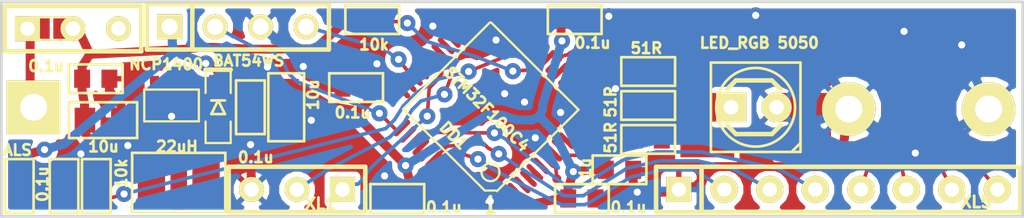
<source format=kicad_pcb>
(kicad_pcb (version 3) (host pcbnew "(2013-03-19 BZR 4004)-stable")

  (general
    (links 73)
    (no_connects 0)
    (area 94.478863 94.802999 152.496676 107.100001)
    (thickness 1.6)
    (drawings 8)
    (tracks 673)
    (zones 0)
    (modules 31)
    (nets 26)
  )

  (page A3)
  (layers
    (15 F.Cu signal)
    (0 B.Cu signal)
    (16 B.Adhes user)
    (17 F.Adhes user)
    (18 B.Paste user)
    (19 F.Paste user)
    (20 B.SilkS user)
    (21 F.SilkS user)
    (22 B.Mask user)
    (23 F.Mask user)
    (24 Dwgs.User user)
    (25 Cmts.User user)
    (26 Eco1.User user)
    (27 Eco2.User user)
    (28 Edge.Cuts user)
  )

  (setup
    (last_trace_width 0.2)
    (trace_clearance 0.2)
    (zone_clearance 0.3)
    (zone_45_only no)
    (trace_min 0.2)
    (segment_width 0.2)
    (edge_width 0.15)
    (via_size 0.9)
    (via_drill 0.4)
    (via_min_size 0.889)
    (via_min_drill 0.4)
    (uvia_size 0.508)
    (uvia_drill 0.127)
    (uvias_allowed no)
    (uvia_min_size 0.508)
    (uvia_min_drill 0.127)
    (pcb_text_width 0.3)
    (pcb_text_size 1 1)
    (mod_edge_width 0.15)
    (mod_text_size 1 1)
    (mod_text_width 0.15)
    (pad_size 1 1)
    (pad_drill 0.6)
    (pad_to_mask_clearance 0.1)
    (aux_axis_origin 0 0)
    (visible_elements 7FFFFFFF)
    (pcbplotparams
      (layerselection 283148289)
      (usegerberextensions true)
      (excludeedgelayer true)
      (linewidth 152400)
      (plotframeref false)
      (viasonmask false)
      (mode 1)
      (useauxorigin false)
      (hpglpennumber 1)
      (hpglpenspeed 20)
      (hpglpendiameter 15)
      (hpglpenoverlay 2)
      (psnegative false)
      (psa4output false)
      (plotreference true)
      (plotvalue true)
      (plotothertext true)
      (plotinvisibletext false)
      (padsonsilk false)
      (subtractmaskfromsilk false)
      (outputformat 1)
      (mirror false)
      (drillshape 0)
      (scaleselection 1)
      (outputdirectory Gerber))
  )

  (net 0 "")
  (net 1 +3.3V)
  (net 2 +BATT)
  (net 3 /2)
  (net 4 /3)
  (net 5 /4)
  (net 6 /5)
  (net 7 /6)
  (net 8 /7)
  (net 9 /8)
  (net 10 /BAT_IN)
  (net 11 /Lout)
  (net 12 /RX)
  (net 13 /SB_SWCLK)
  (net 14 /SB_SWDAT)
  (net 15 /TX)
  (net 16 GND)
  (net 17 N-0000020)
  (net 18 N-0000027)
  (net 19 N-0000028)
  (net 20 N-0000029)
  (net 21 N-0000030)
  (net 22 N-000004)
  (net 23 N-000006)
  (net 24 N-000007)
  (net 25 N-000008)

  (net_class Default "This is the default net class."
    (clearance 0.2)
    (trace_width 0.2)
    (via_dia 0.9)
    (via_drill 0.4)
    (uvia_dia 0.508)
    (uvia_drill 0.127)
    (add_net "")
    (add_net /2)
    (add_net /3)
    (add_net /4)
    (add_net /5)
    (add_net /6)
    (add_net /7)
    (add_net /8)
    (add_net /RX)
    (add_net /SB_SWCLK)
    (add_net /SB_SWDAT)
    (add_net /TX)
    (add_net N-0000020)
    (add_net N-0000027)
    (add_net N-0000028)
    (add_net N-0000029)
    (add_net N-0000030)
    (add_net N-000004)
    (add_net N-000006)
    (add_net N-000007)
    (add_net N-000008)
  )

  (net_class Wide ""
    (clearance 0.2)
    (trace_width 0.5)
    (via_dia 0.9)
    (via_drill 0.4)
    (uvia_dia 0.508)
    (uvia_drill 0.127)
    (add_net +3.3V)
    (add_net +BATT)
    (add_net /BAT_IN)
    (add_net /Lout)
    (add_net GND)
  )

  (module TESTPOINT_0_5MM (layer F.Cu) (tedit 518E1A90) (tstamp 518D0136)
    (at 126 104.9)
    (path /5102E827)
    (fp_text reference TP1 (at 0.1 0) (layer F.SilkS) hide
      (effects (font (size 0.635 0.635) (thickness 0.09906)))
    )
    (fp_text value TESTPOINT (at 0.2 0) (layer F.SilkS) hide
      (effects (font (size 0.635 0.635) (thickness 0.09906)))
    )
    (pad 1 smd circle (at 0 0) (size 0.50038 0.50038)
      (layers F.Cu F.Paste F.Mask)
      (net 23 N-000006)
    )
  )

  (module SOT23-5 (layer F.Cu) (tedit 519C9433) (tstamp 518D0143)
    (at 104.5 100.8 180)
    (descr SOT23-5)
    (path /5102E878)
    (attr smd)
    (fp_text reference DA1 (at 0.1 0.1 180) (layer F.SilkS) hide
      (effects (font (size 0.6 0.6) (thickness 0.15)))
    )
    (fp_text value NCP1400 (at 0.3 2.3 180) (layer F.SilkS)
      (effects (font (size 0.6 0.6) (thickness 0.15)))
    )
    (fp_line (start 1.524 -0.889) (end 1.524 0.889) (layer F.SilkS) (width 0.127))
    (fp_line (start 1.524 0.889) (end -1.524 0.889) (layer F.SilkS) (width 0.127))
    (fp_line (start -1.524 0.889) (end -1.524 -0.889) (layer F.SilkS) (width 0.127))
    (fp_line (start -1.524 -0.889) (end 1.524 -0.889) (layer F.SilkS) (width 0.127))
    (pad 1 smd rect (at -0.9525 1.27 180) (size 0.508 0.762)
      (layers F.Cu F.Paste F.Mask)
      (net 1 +3.3V)
    )
    (pad 3 smd rect (at 0.9525 1.27 180) (size 0.508 0.762)
      (layers F.Cu F.Paste F.Mask)
    )
    (pad 5 smd rect (at -0.9525 -1.27 180) (size 0.508 0.762)
      (layers F.Cu F.Paste F.Mask)
      (net 11 /Lout)
    )
    (pad 2 smd rect (at 0 1.27 180) (size 0.508 0.762)
      (layers F.Cu F.Paste F.Mask)
      (net 1 +3.3V)
    )
    (pad 4 smd rect (at 0.9525 -1.27 180) (size 0.508 0.762)
      (layers F.Cu F.Paste F.Mask)
      (net 16 GND)
    )
    (model 3d\sot23-5.wrl
      (at (xyz 0 0 0))
      (scale (xyz 1 1 1))
      (rotate (xyz 0 0 0))
    )
  )

  (module SMD0603_FUSE (layer F.Cu) (tedit 518E1D2A) (tstamp 518D014D)
    (at 97.8 96.5)
    (path /518BEE94)
    (attr smd)
    (fp_text reference F1 (at 0 0) (layer F.SilkS) hide
      (effects (font (size 0.6 0.6) (thickness 0.15)))
    )
    (fp_text value FUSE0R (at 0 1.1) (layer F.SilkS) hide
      (effects (font (size 0.7112 0.4572) (thickness 0.1143)))
    )
    (fp_line (start -1.143 -0.635) (end 1.143 -0.635) (layer F.SilkS) (width 0.127))
    (fp_line (start 1.143 -0.635) (end 1.143 0.635) (layer F.SilkS) (width 0.127))
    (fp_line (start 1.143 0.635) (end -1.143 0.635) (layer F.SilkS) (width 0.127))
    (fp_line (start -1.143 0.635) (end -1.143 -0.635) (layer F.SilkS) (width 0.127))
    (pad 1 smd rect (at -0.58928 0) (size 0.98044 1.143)
      (layers F.Cu F.Paste F.Mask)
      (net 10 /BAT_IN)
    )
    (pad 2 smd rect (at 0.58928 0) (size 0.98044 1.143)
      (layers F.Cu F.Paste F.Mask)
      (net 2 +BATT)
    )
    (model wings\smd\capacitors\C0603.wrl
      (at (xyz 0 0 0))
      (scale (xyz 1 1 1))
      (rotate (xyz 0 0 0))
    )
  )

  (module SIL1_SQUARE_1MM5 (layer F.Cu) (tedit 518E1CF3) (tstamp 518D0152)
    (at 96.8 100.9)
    (descr "Connecteurs 2 pins")
    (tags "CONN DEV")
    (path /4F2E5201)
    (fp_text reference XL3 (at 0 -1.778) (layer F.SilkS) hide
      (effects (font (size 0.14986 0.14986) (thickness 0.0381)))
    )
    (fp_text value CONN_1 (at -1.1 -0.1 90) (layer F.SilkS) hide
      (effects (font (size 0.635 0.635) (thickness 0.16002)))
    )
    (pad 1 thru_hole rect (at 0 0) (size 2.99974 2.99974) (drill 1.501139)
      (layers *.Cu *.Mask F.SilkS)
      (net 10 /BAT_IN)
    )
  )

  (module SIL1_ROUND_1MM5 (layer F.Cu) (tedit 4EBAEFCE) (tstamp 518D0157)
    (at 142.3 101)
    (descr "Connecteurs 2 pins")
    (tags "CONN DEV")
    (path /518BEF92)
    (fp_text reference XL6 (at 0 -1.778) (layer F.SilkS) hide
      (effects (font (size 0.14986 0.14986) (thickness 0.0381)))
    )
    (fp_text value CONN_1 (at 0 2.032) (layer F.SilkS) hide
      (effects (font (size 0.635 0.635) (thickness 0.16002)))
    )
    (pad 1 thru_hole circle (at 0 0) (size 2.99974 2.99974) (drill 1.501139)
      (layers *.Cu *.Mask F.SilkS)
      (net 16 GND)
    )
  )

  (module SIL1_ROUND_1MM5 (layer F.Cu) (tedit 4EBAEFCE) (tstamp 518D015C)
    (at 150.1 101)
    (descr "Connecteurs 2 pins")
    (tags "CONN DEV")
    (path /4F2E5204)
    (fp_text reference XL4 (at 0 -1.778) (layer F.SilkS) hide
      (effects (font (size 0.14986 0.14986) (thickness 0.0381)))
    )
    (fp_text value CONN_1 (at 0 2.032) (layer F.SilkS) hide
      (effects (font (size 0.635 0.635) (thickness 0.16002)))
    )
    (pad 1 thru_hole circle (at 0 0) (size 2.99974 2.99974) (drill 1.501139)
      (layers *.Cu *.Mask F.SilkS)
      (net 16 GND)
    )
  )

  (module SIL-8 (layer F.Cu) (tedit 519C92EB) (tstamp 518D016D)
    (at 141.7 105.5 180)
    (descr "Connecteur 5 pins")
    (tags "CONN DEV")
    (path /518BC5F3)
    (fp_text reference XL5 (at -7.7 -0.7 180) (layer F.SilkS)
      (effects (font (size 0.635 0.635) (thickness 0.16002)))
    )
    (fp_text value CONN_8 (at 4.5 -0.7 180) (layer F.SilkS) hide
      (effects (font (size 0.635 0.635) (thickness 0.16002)))
    )
    (fp_line (start 7.62 -1.27) (end 7.62 1.27) (layer F.SilkS) (width 0.254))
    (fp_line (start 10.16 -1.27) (end -10.16 -1.27) (layer F.SilkS) (width 0.254))
    (fp_line (start -10.16 -1.27) (end -10.16 1.27) (layer F.SilkS) (width 0.254))
    (fp_line (start -10.16 1.27) (end 10.16 1.27) (layer F.SilkS) (width 0.254))
    (fp_line (start 10.16 1.27) (end 10.16 -1.27) (layer F.SilkS) (width 0.254))
    (pad 1 thru_hole rect (at 8.89 0) (size 1.397 1.397) (drill 0.8001)
      (layers *.Cu *.Mask F.SilkS)
      (net 16 GND)
    )
    (pad 2 thru_hole circle (at 6.35 0) (size 1.524 1.524) (drill 0.8001)
      (layers *.Cu *.Mask F.SilkS)
      (net 3 /2)
    )
    (pad 3 thru_hole circle (at 3.81 0) (size 1.524 1.524) (drill 0.8001)
      (layers *.Cu *.Mask F.SilkS)
      (net 4 /3)
    )
    (pad 4 thru_hole circle (at 1.27 0) (size 1.524 1.524) (drill 0.8001)
      (layers *.Cu *.Mask F.SilkS)
      (net 5 /4)
    )
    (pad 5 thru_hole circle (at -1.27 0) (size 1.524 1.524) (drill 0.8001)
      (layers *.Cu *.Mask F.SilkS)
      (net 6 /5)
    )
    (pad 6 thru_hole circle (at -3.81 0) (size 1.524 1.524) (drill 0.8001)
      (layers *.Cu *.Mask F.SilkS)
      (net 7 /6)
    )
    (pad 7 thru_hole circle (at -6.35 0) (size 1.524 1.524) (drill 0.8001)
      (layers *.Cu *.Mask F.SilkS)
      (net 8 /7)
    )
    (pad 8 thru_hole circle (at -8.89 0) (size 1.524 1.524) (drill 0.8001)
      (layers *.Cu *.Mask F.SilkS)
      (net 9 /8)
    )
  )

  (module SIL-4 (layer F.Cu) (tedit 519C9211) (tstamp 518D017A)
    (at 108.2 96.4)
    (descr "Single-line connector 4-pin")
    (path /5102DCE1)
    (fp_text reference XL2 (at -2.4 0.8) (layer F.SilkS) hide
      (effects (font (size 0.635 0.635) (thickness 0.15875)))
    )
    (fp_text value ST_SWD (at 2.6 0.8) (layer F.SilkS) hide
      (effects (font (size 0.635 0.635) (thickness 0.16002)))
    )
    (fp_line (start -2.54 -1.27) (end -2.54 1.27) (layer F.SilkS) (width 0.254))
    (fp_line (start -5.08 -1.27) (end 5.08 -1.27) (layer F.SilkS) (width 0.254))
    (fp_line (start 5.08 -1.27) (end 5.08 1.27) (layer F.SilkS) (width 0.254))
    (fp_line (start 5.08 1.27) (end -5.08 1.27) (layer F.SilkS) (width 0.254))
    (fp_line (start -5.08 1.27) (end -5.08 -1.27) (layer F.SilkS) (width 0.254))
    (pad 1 thru_hole rect (at -3.81 0) (size 1.39954 1.39954) (drill 0.899159)
      (layers *.Cu *.Mask F.SilkS)
      (net 1 +3.3V)
    )
    (pad 2 thru_hole circle (at -1.27 0) (size 1.39954 1.39954) (drill 0.899159)
      (layers *.Cu *.Mask F.SilkS)
      (net 13 /SB_SWCLK)
    )
    (pad 3 thru_hole circle (at 1.27 0) (size 1.39954 1.39954) (drill 0.899159)
      (layers *.Cu *.Mask F.SilkS)
      (net 16 GND)
    )
    (pad 4 thru_hole circle (at 3.81 0) (size 1.39954 1.39954) (drill 0.899159)
      (layers *.Cu *.Mask F.SilkS)
      (net 14 /SB_SWDAT)
    )
  )

  (module SIL-3 (layer F.Cu) (tedit 519C933E) (tstamp 518D0185)
    (at 111.5 105.5 180)
    (descr "Connector 3-pin")
    (path /5102E2EE)
    (fp_text reference XL1 (at -1.3 -0.8 180) (layer F.SilkS)
      (effects (font (size 0.635 0.635) (thickness 0.16002)))
    )
    (fp_text value CONN_3 (at 1.5 -0.7 180) (layer F.SilkS) hide
      (effects (font (size 0.635 0.635) (thickness 0.16002)))
    )
    (fp_line (start -3.81 -1.27) (end 3.81 -1.27) (layer F.SilkS) (width 0.254))
    (fp_line (start 3.81 -1.27) (end 3.81 1.27) (layer F.SilkS) (width 0.254))
    (fp_line (start 3.81 1.27) (end -3.81 1.27) (layer F.SilkS) (width 0.254))
    (fp_line (start -3.81 1.27) (end -3.81 -1.27) (layer F.SilkS) (width 0.254))
    (pad 1 thru_hole rect (at -2.54 0 180) (size 1.397 1.397) (drill 0.812799)
      (layers *.Cu *.Mask F.SilkS)
      (net 12 /RX)
    )
    (pad 2 thru_hole circle (at 0 0 180) (size 1.397 1.397) (drill 0.812799)
      (layers *.Cu *.Mask F.SilkS)
      (net 15 /TX)
    )
    (pad 3 thru_hole circle (at 2.54 0 180) (size 1.397 1.397) (drill 0.812799)
      (layers *.Cu *.Mask F.SilkS)
      (net 16 GND)
    )
  )

  (module SIL-3 (layer F.Cu) (tedit 519C91F5) (tstamp 518D0BE1)
    (at 99 96.5)
    (descr "Connector 3-pin")
    (path /518BED9C)
    (fp_text reference SW1 (at 1.4 0.8) (layer F.SilkS) hide
      (effects (font (size 0.635 0.635) (thickness 0.15875)))
    )
    (fp_text value SWITCH (at 1.4 -0.6) (layer F.SilkS) hide
      (effects (font (size 0.635 0.635) (thickness 0.16002)))
    )
    (fp_line (start -3.81 -1.27) (end 3.81 -1.27) (layer F.SilkS) (width 0.254))
    (fp_line (start 3.81 -1.27) (end 3.81 1.27) (layer F.SilkS) (width 0.254))
    (fp_line (start 3.81 1.27) (end -3.81 1.27) (layer F.SilkS) (width 0.254))
    (fp_line (start -3.81 1.27) (end -3.81 -1.27) (layer F.SilkS) (width 0.254))
    (pad 1 thru_hole rect (at -2.54 0) (size 1.397 1.397) (drill 0.812799)
      (layers *.Cu *.Mask F.SilkS)
      (net 10 /BAT_IN)
    )
    (pad 2 thru_hole circle (at 0 0) (size 1.397 1.397) (drill 0.812799)
      (layers *.Cu *.Mask F.SilkS)
      (net 2 +BATT)
    )
    (pad 3 thru_hole circle (at 2.54 0) (size 1.397 1.397) (drill 0.812799)
      (layers *.Cu *.Mask F.SilkS)
    )
  )

  (module RES_0603 (layer F.Cu) (tedit 519C94FA) (tstamp 518D019B)
    (at 131.1 100.8)
    (path /5102DF0F)
    (attr smd)
    (fp_text reference R1 (at -0.1 0.1) (layer F.SilkS) hide
      (effects (font (size 0.6 0.6) (thickness 0.15)))
    )
    (fp_text value 51R (at -2.1 -0.2 90) (layer F.SilkS)
      (effects (font (size 0.6 0.6) (thickness 0.15)))
    )
    (fp_line (start -1.5 0) (end -1.5 -0.8) (layer F.SilkS) (width 0.15))
    (fp_line (start -1.5 -0.8) (end 1.5 -0.8) (layer F.SilkS) (width 0.15))
    (fp_line (start 1.5 -0.8) (end 1.5 0.8) (layer F.SilkS) (width 0.15))
    (fp_line (start 1.5 0.8) (end -1.5 0.8) (layer F.SilkS) (width 0.15))
    (fp_line (start -1.5 0.8) (end -1.5 0) (layer F.SilkS) (width 0.15))
    (pad 1 smd rect (at -0.762 0) (size 0.889 1.016)
      (layers F.Cu F.Paste F.Mask)
      (net 18 N-0000027)
    )
    (pad 2 smd rect (at 0.762 0) (size 0.889 1.016)
      (layers F.Cu F.Paste F.Mask)
      (net 20 N-0000029)
    )
    (model 3d\r_0603.wrl
      (at (xyz 0 0 0))
      (scale (xyz 1 1 1))
      (rotate (xyz 0 0 0))
    )
  )

  (module RES_0603 (layer F.Cu) (tedit 519C923C) (tstamp 518D01A6)
    (at 115.7 96)
    (path /518BC2F7)
    (attr smd)
    (fp_text reference R2 (at 0 0.1) (layer F.SilkS) hide
      (effects (font (size 0.6 0.6) (thickness 0.15)))
    )
    (fp_text value 10k (at 0.09906 1.39954) (layer F.SilkS)
      (effects (font (size 0.6 0.6) (thickness 0.15)))
    )
    (fp_line (start -1.5 0) (end -1.5 -0.8) (layer F.SilkS) (width 0.15))
    (fp_line (start -1.5 -0.8) (end 1.5 -0.8) (layer F.SilkS) (width 0.15))
    (fp_line (start 1.5 -0.8) (end 1.5 0.8) (layer F.SilkS) (width 0.15))
    (fp_line (start 1.5 0.8) (end -1.5 0.8) (layer F.SilkS) (width 0.15))
    (fp_line (start -1.5 0.8) (end -1.5 0) (layer F.SilkS) (width 0.15))
    (pad 1 smd rect (at -0.762 0) (size 0.889 1.016)
      (layers F.Cu F.Paste F.Mask)
      (net 2 +BATT)
    )
    (pad 2 smd rect (at 0.762 0) (size 0.889 1.016)
      (layers F.Cu F.Paste F.Mask)
      (net 22 N-000004)
    )
    (model 3d\r_0603.wrl
      (at (xyz 0 0 0))
      (scale (xyz 1 1 1))
      (rotate (xyz 0 0 0))
    )
  )

  (module RES_0603 (layer F.Cu) (tedit 519C94F3) (tstamp 518D01B1)
    (at 131.1 98.9)
    (path /5102DF2B)
    (attr smd)
    (fp_text reference R3 (at 0 0.1) (layer F.SilkS) hide
      (effects (font (size 0.6 0.6) (thickness 0.15)))
    )
    (fp_text value 51R (at -0.1 -1.3) (layer F.SilkS)
      (effects (font (size 0.6 0.6) (thickness 0.15)))
    )
    (fp_line (start -1.5 0) (end -1.5 -0.8) (layer F.SilkS) (width 0.15))
    (fp_line (start -1.5 -0.8) (end 1.5 -0.8) (layer F.SilkS) (width 0.15))
    (fp_line (start 1.5 -0.8) (end 1.5 0.8) (layer F.SilkS) (width 0.15))
    (fp_line (start 1.5 0.8) (end -1.5 0.8) (layer F.SilkS) (width 0.15))
    (fp_line (start -1.5 0.8) (end -1.5 0) (layer F.SilkS) (width 0.15))
    (pad 1 smd rect (at -0.762 0) (size 0.889 1.016)
      (layers F.Cu F.Paste F.Mask)
      (net 17 N-0000020)
    )
    (pad 2 smd rect (at 0.762 0) (size 0.889 1.016)
      (layers F.Cu F.Paste F.Mask)
      (net 21 N-0000030)
    )
    (model 3d\r_0603.wrl
      (at (xyz 0 0 0))
      (scale (xyz 1 1 1))
      (rotate (xyz 0 0 0))
    )
  )

  (module RES_0603 (layer F.Cu) (tedit 519C9501) (tstamp 518D01BC)
    (at 131.1 102.7)
    (path /5102DF36)
    (attr smd)
    (fp_text reference R4 (at 0 0) (layer F.SilkS) hide
      (effects (font (size 0.6 0.6) (thickness 0.15)))
    )
    (fp_text value 51R (at -2.1 -0.1 90) (layer F.SilkS)
      (effects (font (size 0.6 0.6) (thickness 0.15)))
    )
    (fp_line (start -1.5 0) (end -1.5 -0.8) (layer F.SilkS) (width 0.15))
    (fp_line (start -1.5 -0.8) (end 1.5 -0.8) (layer F.SilkS) (width 0.15))
    (fp_line (start 1.5 -0.8) (end 1.5 0.8) (layer F.SilkS) (width 0.15))
    (fp_line (start 1.5 0.8) (end -1.5 0.8) (layer F.SilkS) (width 0.15))
    (fp_line (start -1.5 0.8) (end -1.5 0) (layer F.SilkS) (width 0.15))
    (pad 1 smd rect (at -0.762 0) (size 0.889 1.016)
      (layers F.Cu F.Paste F.Mask)
      (net 19 N-0000028)
    )
    (pad 2 smd rect (at 0.762 0) (size 0.889 1.016)
      (layers F.Cu F.Paste F.Mask)
      (net 25 N-000008)
    )
    (model 3d\r_0603.wrl
      (at (xyz 0 0 0))
      (scale (xyz 1 1 1))
      (rotate (xyz 0 0 0))
    )
  )

  (module RES_0603 (layer F.Cu) (tedit 519C948F) (tstamp 518D01C7)
    (at 96 105.3 270)
    (path /5102E147)
    (attr smd)
    (fp_text reference Q1 (at -0.1 0 270) (layer F.SilkS) hide
      (effects (font (size 0.6 0.6) (thickness 0.15)))
    )
    (fp_text value ALS (at -2 0.1 360) (layer F.SilkS)
      (effects (font (size 0.6 0.6) (thickness 0.15)))
    )
    (fp_line (start -1.5 0) (end -1.5 -0.8) (layer F.SilkS) (width 0.15))
    (fp_line (start -1.5 -0.8) (end 1.5 -0.8) (layer F.SilkS) (width 0.15))
    (fp_line (start 1.5 -0.8) (end 1.5 0.8) (layer F.SilkS) (width 0.15))
    (fp_line (start 1.5 0.8) (end -1.5 0.8) (layer F.SilkS) (width 0.15))
    (fp_line (start -1.5 0.8) (end -1.5 0) (layer F.SilkS) (width 0.15))
    (pad 1 smd rect (at -0.762 0 270) (size 0.889 1.016)
      (layers F.Cu F.Paste F.Mask)
      (net 1 +3.3V)
    )
    (pad 2 smd rect (at 0.762 0 270) (size 0.889 1.016)
      (layers F.Cu F.Paste F.Mask)
      (net 24 N-000007)
    )
    (model 3d\r_0603.wrl
      (at (xyz 0 0 0))
      (scale (xyz 1 1 1))
      (rotate (xyz 0 0 0))
    )
  )

  (module RES_0603 (layer F.Cu) (tedit 519C94B7) (tstamp 518D01D2)
    (at 100.3 105.3 90)
    (path /5102E173)
    (attr smd)
    (fp_text reference R5 (at 0.1 0.1 90) (layer F.SilkS) hide
      (effects (font (size 0.6 0.6) (thickness 0.15)))
    )
    (fp_text value 10k (at 0.7 1.4 90) (layer F.SilkS)
      (effects (font (size 0.6 0.6) (thickness 0.15)))
    )
    (fp_line (start -1.5 0) (end -1.5 -0.8) (layer F.SilkS) (width 0.15))
    (fp_line (start -1.5 -0.8) (end 1.5 -0.8) (layer F.SilkS) (width 0.15))
    (fp_line (start 1.5 -0.8) (end 1.5 0.8) (layer F.SilkS) (width 0.15))
    (fp_line (start 1.5 0.8) (end -1.5 0.8) (layer F.SilkS) (width 0.15))
    (fp_line (start -1.5 0.8) (end -1.5 0) (layer F.SilkS) (width 0.15))
    (pad 1 smd rect (at -0.762 0 90) (size 0.889 1.016)
      (layers F.Cu F.Paste F.Mask)
      (net 24 N-000007)
    )
    (pad 2 smd rect (at 0.762 0 90) (size 0.889 1.016)
      (layers F.Cu F.Paste F.Mask)
      (net 16 GND)
    )
    (model 3d\r_0603.wrl
      (at (xyz 0 0 0))
      (scale (xyz 1 1 1))
      (rotate (xyz 0 0 0))
    )
  )

  (module LQFP48 (layer F.Cu) (tedit 519C92FD) (tstamp 518D020C)
    (at 122.3 101 135)
    (path /518BB5F0)
    (fp_text reference DD1 (at 0.39878 -2.49936 135) (layer F.SilkS)
      (effects (font (size 0.59944 0.59944) (thickness 0.14986)))
    )
    (fp_text value STM32F100C4 (at 0.141421 -0.141421 135) (layer F.SilkS)
      (effects (font (size 0.59944 0.59944) (thickness 0.14986)))
    )
    (fp_line (start 3.39852 3.44932) (end -3.50012 3.44932) (layer F.SilkS) (width 0.127))
    (fp_line (start -3.50012 3.44932) (end -3.50012 -2.99974) (layer F.SilkS) (width 0.127))
    (fp_line (start -3.44932 -2.99974) (end -2.99974 -3.44932) (layer F.SilkS) (width 0.127))
    (fp_line (start -2.99974 -3.44932) (end 3.44932 -3.44932) (layer F.SilkS) (width 0.127))
    (fp_line (start 3.44932 -3.44932) (end 3.44932 3.40106) (layer F.SilkS) (width 0.127))
    (fp_circle (center -2.49936 -2.49936) (end -1.99898 -2.49936) (layer F.SilkS) (width 0.127))
    (pad 1 smd rect (at -4.24942 -2.75082 135) (size 1.19888 0.29972)
      (layers F.Cu F.Paste F.Mask)
      (net 1 +3.3V)
    )
    (pad 2 smd oval (at -4.24942 -2.25298 135) (size 1.19888 0.29972)
      (layers F.Cu F.Paste F.Mask)
    )
    (pad 3 smd oval (at -4.24942 -1.7526 135) (size 1.19888 0.29972)
      (layers F.Cu F.Paste F.Mask)
    )
    (pad 4 smd oval (at -4.24942 -1.25222 135) (size 1.19888 0.29972)
      (layers F.Cu F.Paste F.Mask)
    )
    (pad 5 smd oval (at -4.24942 -0.75184 135) (size 1.19888 0.29972)
      (layers F.Cu F.Paste F.Mask)
    )
    (pad 6 smd oval (at -4.24942 -0.25146 135) (size 1.19888 0.29972)
      (layers F.Cu F.Paste F.Mask)
    )
    (pad 7 smd oval (at -4.24942 0.24892 135) (size 1.19888 0.29972)
      (layers F.Cu F.Paste F.Mask)
      (net 23 N-000006)
    )
    (pad 8 smd oval (at -4.24942 0.7493 135) (size 1.19888 0.29972)
      (layers F.Cu F.Paste F.Mask)
      (net 16 GND)
    )
    (pad 9 smd oval (at -4.24942 1.24714 135) (size 1.19888 0.29972)
      (layers F.Cu F.Paste F.Mask)
      (net 1 +3.3V)
    )
    (pad 10 smd oval (at -4.24942 1.74752 135) (size 1.19888 0.29972)
      (layers F.Cu F.Paste F.Mask)
    )
    (pad 11 smd oval (at -4.24942 2.2479 135) (size 1.19888 0.29972)
      (layers F.Cu F.Paste F.Mask)
      (net 19 N-0000028)
    )
    (pad 12 smd oval (at -4.25196 2.74828 135) (size 1.19888 0.29972)
      (layers F.Cu F.Paste F.Mask)
      (net 18 N-0000027)
    )
    (pad 13 smd oval (at -2.74574 4.24942 225) (size 1.19888 0.29972)
      (layers F.Cu F.Paste F.Mask)
      (net 17 N-0000020)
    )
    (pad 14 smd oval (at -2.2479 4.24942 225) (size 1.19888 0.29972)
      (layers F.Cu F.Paste F.Mask)
      (net 6 /5)
    )
    (pad 15 smd oval (at -1.74752 4.24942 225) (size 1.19888 0.29972)
      (layers F.Cu F.Paste F.Mask)
      (net 7 /6)
    )
    (pad 16 smd oval (at -1.24714 4.24942 225) (size 1.19888 0.29972)
      (layers F.Cu F.Paste F.Mask)
      (net 8 /7)
    )
    (pad 17 smd oval (at -0.74676 4.24942 225) (size 1.19888 0.29972)
      (layers F.Cu F.Paste F.Mask)
      (net 9 /8)
    )
    (pad 18 smd oval (at -0.24638 4.24942 225) (size 1.19888 0.29972)
      (layers F.Cu F.Paste F.Mask)
      (net 22 N-000004)
    )
    (pad 19 smd oval (at 0.254 4.24942 225) (size 1.19888 0.29972)
      (layers F.Cu F.Paste F.Mask)
      (net 24 N-000007)
    )
    (pad 20 smd oval (at 0.75184 4.24942 225) (size 1.19888 0.29972)
      (layers F.Cu F.Paste F.Mask)
    )
    (pad 21 smd oval (at 1.25222 4.24942 225) (size 1.19888 0.29972)
      (layers F.Cu F.Paste F.Mask)
    )
    (pad 22 smd oval (at 1.7526 4.24942 225) (size 1.19888 0.29972)
      (layers F.Cu F.Paste F.Mask)
    )
    (pad 23 smd oval (at 2.25044 4.24942 225) (size 1.19888 0.29972)
      (layers F.Cu F.Paste F.Mask)
      (net 16 GND)
    )
    (pad 24 smd oval (at 2.75082 4.24942 225) (size 1.19888 0.29972)
      (layers F.Cu F.Paste F.Mask)
      (net 1 +3.3V)
    )
    (pad 25 smd oval (at 4.25196 2.75082 135) (size 1.19888 0.29972)
      (layers F.Cu F.Paste F.Mask)
    )
    (pad 26 smd oval (at 4.25196 2.25044 135) (size 1.19888 0.29972)
      (layers F.Cu F.Paste F.Mask)
    )
    (pad 27 smd oval (at 4.25196 1.75006 135) (size 1.19888 0.29972)
      (layers F.Cu F.Paste F.Mask)
    )
    (pad 28 smd oval (at 4.25196 1.24968 135) (size 1.19888 0.29972)
      (layers F.Cu F.Paste F.Mask)
    )
    (pad 29 smd oval (at 4.25196 0.7493 135) (size 1.19888 0.29972)
      (layers F.Cu F.Paste F.Mask)
    )
    (pad 30 smd oval (at 4.25196 0.24892 135) (size 1.19888 0.29972)
      (layers F.Cu F.Paste F.Mask)
      (net 15 /TX)
    )
    (pad 31 smd oval (at 4.25196 -0.25146 135) (size 1.19888 0.29972)
      (layers F.Cu F.Paste F.Mask)
      (net 12 /RX)
    )
    (pad 32 smd oval (at 4.25196 -0.7493 135) (size 1.19888 0.29972)
      (layers F.Cu F.Paste F.Mask)
    )
    (pad 33 smd oval (at 4.25196 -1.24968 135) (size 1.19888 0.29972)
      (layers F.Cu F.Paste F.Mask)
    )
    (pad 34 smd oval (at 4.25196 -1.75006 135) (size 1.19888 0.29972)
      (layers F.Cu F.Paste F.Mask)
      (net 14 /SB_SWDAT)
    )
    (pad 35 smd oval (at 4.25196 -2.25044 135) (size 1.19888 0.29972)
      (layers F.Cu F.Paste F.Mask)
      (net 16 GND)
    )
    (pad 36 smd oval (at 4.25196 -2.75082 135) (size 1.19888 0.29972)
      (layers F.Cu F.Paste F.Mask)
      (net 1 +3.3V)
    )
    (pad 37 smd oval (at 2.75082 -4.24942 225) (size 1.19888 0.29972)
      (layers F.Cu F.Paste F.Mask)
      (net 13 /SB_SWCLK)
    )
    (pad 38 smd oval (at 2.25044 -4.24942 225) (size 1.19888 0.29972)
      (layers F.Cu F.Paste F.Mask)
    )
    (pad 39 smd oval (at 1.75006 -4.24942 225) (size 1.19888 0.29972)
      (layers F.Cu F.Paste F.Mask)
      (net 5 /4)
    )
    (pad 40 smd oval (at 1.24968 -4.24942 225) (size 1.19888 0.29972)
      (layers F.Cu F.Paste F.Mask)
    )
    (pad 41 smd oval (at 0.7493 -4.24942 225) (size 1.19888 0.29972)
      (layers F.Cu F.Paste F.Mask)
    )
    (pad 42 smd oval (at 0.24892 -4.24942 225) (size 1.19888 0.29972)
      (layers F.Cu F.Paste F.Mask)
      (net 4 /3)
    )
    (pad 43 smd oval (at -0.24892 -4.24942 225) (size 1.19888 0.29972)
      (layers F.Cu F.Paste F.Mask)
      (net 3 /2)
    )
    (pad 44 smd oval (at -0.7493 -4.24942 225) (size 1.19888 0.29972)
      (layers F.Cu F.Paste F.Mask)
      (net 16 GND)
    )
    (pad 45 smd oval (at -1.24968 -4.24942 225) (size 1.19888 0.29972)
      (layers F.Cu F.Paste F.Mask)
    )
    (pad 46 smd oval (at -1.75006 -4.24942 225) (size 1.19888 0.29972)
      (layers F.Cu F.Paste F.Mask)
    )
    (pad 47 smd oval (at -2.25044 -4.24942 225) (size 1.19888 0.29972)
      (layers F.Cu F.Paste F.Mask)
      (net 16 GND)
    )
    (pad 48 smd oval (at -2.75082 -4.24942 225) (size 1.19888 0.29972)
      (layers F.Cu F.Paste F.Mask)
      (net 1 +3.3V)
    )
    (model 3d\lqfp-48.wrl
      (at (xyz 0 0 0))
      (scale (xyz 1 1 1))
      (rotate (xyz 0 0 90))
    )
  )

  (module LED_HH5050_RGB (layer F.Cu) (tedit 519C925C) (tstamp 518D021C)
    (at 137.1 100.9)
    (path /5102DF8B)
    (fp_text reference Q2 (at -0.2 -2) (layer F.SilkS) hide
      (effects (font (size 0.59944 0.59944) (thickness 0.14986)))
    )
    (fp_text value "LED_RGB 5050" (at 0.2 -3.6) (layer F.SilkS)
      (effects (font (size 0.59944 0.59944) (thickness 0.14986)))
    )
    (fp_line (start 2.49936 1.99898) (end 1.99898 2.49936) (layer F.SilkS) (width 0.14986))
    (fp_circle (center 0 0) (end 0 2.19964) (layer F.SilkS) (width 0.14986))
    (fp_line (start 2.49936 -2.49936) (end 2.49936 2.49936) (layer F.SilkS) (width 0.14986))
    (fp_line (start 2.49936 2.49936) (end -2.49936 2.49936) (layer F.SilkS) (width 0.14986))
    (fp_line (start -2.49936 2.49936) (end -2.49936 -2.49936) (layer F.SilkS) (width 0.14986))
    (fp_line (start -2.49936 -2.49936) (end 2.49936 -2.49936) (layer F.SilkS) (width 0.14986))
    (pad GC smd rect (at 2.70002 -1.99898) (size 2.99974 1.6002)
      (layers F.Cu F.Paste F.Mask)
      (net 16 GND)
    )
    (pad RC smd rect (at 2.70002 0) (size 2.99974 1.6002)
      (layers F.Cu F.Paste F.Mask)
      (net 16 GND)
    )
    (pad BC smd rect (at 2.70002 1.99898) (size 2.99974 1.6002)
      (layers F.Cu F.Paste F.Mask)
      (net 16 GND)
    )
    (pad GA smd rect (at -2.70002 -1.99898) (size 2.99974 1.6002)
      (layers F.Cu F.Paste F.Mask)
      (net 21 N-0000030)
    )
    (pad RA smd rect (at -2.70002 0) (size 2.99974 1.6002)
      (layers F.Cu F.Paste F.Mask)
      (net 20 N-0000029)
    )
    (pad BA smd rect (at -2.70002 1.99898) (size 2.99974 1.6002)
      (layers F.Cu F.Paste F.Mask)
      (net 25 N-000008)
    )
  )

  (module LED-3MM (layer F.Cu) (tedit 4D39897F) (tstamp 518D0228)
    (at 137 100.9)
    (descr "LED 3mm - Lead pitch 100mil (2,54mm)")
    (tags "LED led 3mm 3MM 100mil 2,54mm")
    (path /518BEB75)
    (attr virtual)
    (fp_text reference D2 (at 0 -1.99898) (layer F.SilkS) hide
      (effects (font (size 0.127 0.127) (thickness 0.00254)))
    )
    (fp_text value LED (at 0 1.99898) (layer F.SilkS) hide
      (effects (font (size 0.127 0.127) (thickness 0.00254)))
    )
    (fp_line (start -1.00076 1.50114) (end 1.00076 1.50114) (layer F.SilkS) (width 0.254))
    (fp_line (start 1.00076 1.50114) (end 1.50114 1.00076) (layer F.SilkS) (width 0.254))
    (fp_line (start -1.50114 1.00076) (end -1.00076 1.50114) (layer F.SilkS) (width 0.254))
    (fp_line (start 1.50114 -1.00076) (end 1.00076 -1.50114) (layer F.SilkS) (width 0.254))
    (fp_line (start 1.00076 -1.50114) (end -1.00076 -1.50114) (layer F.SilkS) (width 0.254))
    (fp_line (start -1.00076 -1.50114) (end -1.50114 -1.00076) (layer F.SilkS) (width 0.254))
    (pad A thru_hole rect (at -1.27 0) (size 1.6764 1.6764) (drill 0.812799)
      (layers *.Cu *.Mask F.SilkS)
      (net 20 N-0000029)
    )
    (pad C thru_hole circle (at 1.27 0) (size 1.6764 1.6764) (drill 0.812799)
      (layers *.Cu *.Mask F.SilkS)
      (net 16 GND)
    )
    (model 3d\Indicatros&Leds\led_3mm_clear.wrl
      (at (xyz 0 0 0))
      (scale (xyz 1 1 1))
      (rotate (xyz 0 0 0))
    )
  )

  (module IND_1210 (layer F.Cu) (tedit 519C94D7) (tstamp 518D0233)
    (at 104.9 105.1 180)
    (path /5102E873)
    (attr smd)
    (fp_text reference L1 (at 0 0.1 180) (layer F.SilkS) hide
      (effects (font (size 0.6 0.6) (thickness 0.15)))
    )
    (fp_text value 22uH (at 0.1 2 180) (layer F.SilkS)
      (effects (font (size 0.6 0.6) (thickness 0.15)))
    )
    (fp_line (start -2.6 0) (end -2.6 -1.65) (layer F.SilkS) (width 0.15))
    (fp_line (start -2.6 -1.65) (end 2.6 -1.65) (layer F.SilkS) (width 0.15))
    (fp_line (start 2.6 -1.65) (end 2.6 1.65) (layer F.SilkS) (width 0.15))
    (fp_line (start 2.6 1.65) (end -2.6 1.65) (layer F.SilkS) (width 0.15))
    (fp_line (start -2.6 1.65) (end -2.6 -0.2) (layer F.SilkS) (width 0.15))
    (pad 1 smd rect (at -1.524 0 180) (size 1.524 2.667)
      (layers F.Cu F.Paste F.Mask)
      (net 11 /Lout)
    )
    (pad 2 smd rect (at 1.524 0 180) (size 1.524 2.667)
      (layers F.Cu F.Paste F.Mask)
      (net 2 +BATT)
    )
    (model 3d\r_0805.wrl
      (at (xyz 0 0 0))
      (scale (xyz 1 1 1))
      (rotate (xyz 0 0 0))
    )
  )

  (module DIODE_SOD323 (layer F.Cu) (tedit 519C9419) (tstamp 518D0246)
    (at 107.1 100.9 270)
    (path /5102E871)
    (attr smd)
    (fp_text reference D1 (at -0.6 -0.1 360) (layer F.SilkS) hide
      (effects (font (size 0.59944 0.59944) (thickness 0.14986)))
    )
    (fp_text value BAT54WS (at -2.6 -1.7 360) (layer F.SilkS)
      (effects (font (size 0.59944 0.59944) (thickness 0.14986)))
    )
    (fp_line (start -0.381 0.381) (end -0.381 -0.381) (layer F.SilkS) (width 0.14986))
    (fp_line (start 0.381 0) (end 0.381 -0.381) (layer F.SilkS) (width 0.14986))
    (fp_line (start 0.381 -0.381) (end -0.381 0) (layer F.SilkS) (width 0.14986))
    (fp_line (start -0.381 0) (end 0.381 0.381) (layer F.SilkS) (width 0.14986))
    (fp_line (start 0.381 0.381) (end 0.381 0) (layer F.SilkS) (width 0.14986))
    (fp_line (start -1.99898 -0.70104) (end -2.10058 -0.70104) (layer F.SilkS) (width 0.127))
    (fp_line (start -2.10058 -0.70104) (end -2.10058 0.70104) (layer F.SilkS) (width 0.254))
    (fp_line (start -2.10058 0.70104) (end -1.99898 0.70104) (layer F.SilkS) (width 0.127))
    (fp_line (start -0.8001 -0.70104) (end -1.99898 -0.70104) (layer F.SilkS) (width 0.127))
    (fp_line (start -1.99898 0.70104) (end -0.8001 0.70104) (layer F.SilkS) (width 0.127))
    (fp_line (start 0.8001 -0.70104) (end 1.99898 -0.70104) (layer F.SilkS) (width 0.127))
    (fp_line (start 1.99898 -0.70104) (end 1.99898 0.70104) (layer F.SilkS) (width 0.127))
    (fp_line (start 1.99898 0.70104) (end 0.8001 0.70104) (layer F.SilkS) (width 0.127))
    (pad C smd rect (at -1.30048 0 270) (size 1.00076 1.00076)
      (layers F.Cu F.Paste F.Mask)
      (net 1 +3.3V)
    )
    (pad A smd rect (at 1.30048 0 270) (size 1.00076 1.00076)
      (layers F.Cu F.Paste F.Mask)
      (net 11 /Lout)
    )
    (model smd/chip_cms.wrl
      (at (xyz 0 0 0))
      (scale (xyz 0.17 0.16 0.16))
      (rotate (xyz 0 0 0))
    )
  )

  (module CAP_0805 (layer F.Cu) (tedit 519C946E) (tstamp 518D0250)
    (at 100.6797 101.6222)
    (path /5102E876)
    (attr smd)
    (fp_text reference C7 (at -0.1797 0.0778) (layer F.SilkS) hide
      (effects (font (size 0.6 0.6) (thickness 0.15)))
    )
    (fp_text value 10u (at 0.0203 1.4778) (layer F.SilkS)
      (effects (font (size 0.6 0.6) (thickness 0.15)))
    )
    (fp_line (start -1.9 -1) (end 1.9 -1) (layer F.SilkS) (width 0.15))
    (fp_line (start 1.9 -1) (end 1.9 1) (layer F.SilkS) (width 0.15))
    (fp_line (start 1.9 1) (end -1.9 1) (layer F.SilkS) (width 0.15))
    (fp_line (start -1.9 1) (end -1.9 -1) (layer F.SilkS) (width 0.15))
    (pad 1 smd rect (at -1.016 0) (size 1.143 1.397)
      (layers F.Cu F.Paste F.Mask)
      (net 2 +BATT)
    )
    (pad 2 smd rect (at 1.016 0) (size 1.143 1.397)
      (layers F.Cu F.Paste F.Mask)
      (net 16 GND)
    )
    (model 3d\c_0805.wrl
      (at (xyz 0 0 0))
      (scale (xyz 1 1 1))
      (rotate (xyz 0 0 0))
    )
  )

  (module CAP_0805 (layer F.Cu) (tedit 519C93F4) (tstamp 518D025A)
    (at 110.9 100.9 270)
    (path /5102E86E)
    (attr smd)
    (fp_text reference C9 (at 0 -0.1 270) (layer F.SilkS) hide
      (effects (font (size 0.6 0.6) (thickness 0.15)))
    )
    (fp_text value 10u (at -0.7 -1.5 270) (layer F.SilkS)
      (effects (font (size 0.6 0.6) (thickness 0.15)))
    )
    (fp_line (start -1.9 -1) (end 1.9 -1) (layer F.SilkS) (width 0.15))
    (fp_line (start 1.9 -1) (end 1.9 1) (layer F.SilkS) (width 0.15))
    (fp_line (start 1.9 1) (end -1.9 1) (layer F.SilkS) (width 0.15))
    (fp_line (start -1.9 1) (end -1.9 -1) (layer F.SilkS) (width 0.15))
    (pad 1 smd rect (at -1.016 0 270) (size 1.143 1.397)
      (layers F.Cu F.Paste F.Mask)
      (net 1 +3.3V)
    )
    (pad 2 smd rect (at 1.016 0 270) (size 1.143 1.397)
      (layers F.Cu F.Paste F.Mask)
      (net 16 GND)
    )
    (model 3d\c_0805.wrl
      (at (xyz 0 0 0))
      (scale (xyz 1 1 1))
      (rotate (xyz 0 0 0))
    )
  )

  (module CAP_0603 (layer F.Cu) (tedit 519C9463) (tstamp 518D0265)
    (at 100.2692 99.3034)
    (path /5102E877)
    (attr smd)
    (fp_text reference C6 (at -0.0692 -0.0034) (layer F.SilkS) hide
      (effects (font (size 0.6 0.6) (thickness 0.15)))
    )
    (fp_text value 0.1u (at -2.7692 -0.7034) (layer F.SilkS)
      (effects (font (size 0.6 0.6) (thickness 0.15)))
    )
    (fp_line (start -1.5 0) (end -1.5 -0.8) (layer F.SilkS) (width 0.15))
    (fp_line (start -1.5 -0.8) (end 1.5 -0.8) (layer F.SilkS) (width 0.15))
    (fp_line (start 1.5 -0.8) (end 1.5 0.8) (layer F.SilkS) (width 0.15))
    (fp_line (start 1.5 0.8) (end -1.5 0.8) (layer F.SilkS) (width 0.15))
    (fp_line (start -1.5 0.8) (end -1.5 0) (layer F.SilkS) (width 0.15))
    (pad 1 smd rect (at -0.762 0) (size 0.889 1.016)
      (layers F.Cu F.Paste F.Mask)
      (net 2 +BATT)
    )
    (pad 2 smd rect (at 0.762 0) (size 0.889 1.016)
      (layers F.Cu F.Paste F.Mask)
      (net 16 GND)
    )
    (model 3d\c_0603.wrl
      (at (xyz 0 0 0))
      (scale (xyz 1 1 1))
      (rotate (xyz 0 0 0))
    )
  )

  (module CAP_0603 (layer F.Cu) (tedit 519C93FD) (tstamp 518D0270)
    (at 108.9 100.9 270)
    (path /5102E86D)
    (attr smd)
    (fp_text reference C8 (at 0 -0.1 270) (layer F.SilkS) hide
      (effects (font (size 0.6 0.6) (thickness 0.15)))
    )
    (fp_text value 0.1u (at 2.8 -0.3 360) (layer F.SilkS)
      (effects (font (size 0.6 0.6) (thickness 0.15)))
    )
    (fp_line (start -1.5 0) (end -1.5 -0.8) (layer F.SilkS) (width 0.15))
    (fp_line (start -1.5 -0.8) (end 1.5 -0.8) (layer F.SilkS) (width 0.15))
    (fp_line (start 1.5 -0.8) (end 1.5 0.8) (layer F.SilkS) (width 0.15))
    (fp_line (start 1.5 0.8) (end -1.5 0.8) (layer F.SilkS) (width 0.15))
    (fp_line (start -1.5 0.8) (end -1.5 0) (layer F.SilkS) (width 0.15))
    (pad 1 smd rect (at -0.762 0 270) (size 0.889 1.016)
      (layers F.Cu F.Paste F.Mask)
      (net 1 +3.3V)
    )
    (pad 2 smd rect (at 0.762 0 270) (size 0.889 1.016)
      (layers F.Cu F.Paste F.Mask)
      (net 16 GND)
    )
    (model 3d\c_0603.wrl
      (at (xyz 0 0 0))
      (scale (xyz 1 1 1))
      (rotate (xyz 0 0 0))
    )
  )

  (module CAP_0603 (layer F.Cu) (tedit 519C9242) (tstamp 518D027B)
    (at 127 96)
    (path /518BB9A8)
    (attr smd)
    (fp_text reference C2 (at 0 0 90) (layer F.SilkS) hide
      (effects (font (size 0.6 0.6) (thickness 0.15)))
    )
    (fp_text value 0.1u (at 1 1.3) (layer F.SilkS)
      (effects (font (size 0.6 0.6) (thickness 0.15)))
    )
    (fp_line (start -1.5 0) (end -1.5 -0.8) (layer F.SilkS) (width 0.15))
    (fp_line (start -1.5 -0.8) (end 1.5 -0.8) (layer F.SilkS) (width 0.15))
    (fp_line (start 1.5 -0.8) (end 1.5 0.8) (layer F.SilkS) (width 0.15))
    (fp_line (start 1.5 0.8) (end -1.5 0.8) (layer F.SilkS) (width 0.15))
    (fp_line (start -1.5 0.8) (end -1.5 0) (layer F.SilkS) (width 0.15))
    (pad 1 smd rect (at -0.762 0) (size 0.889 1.016)
      (layers F.Cu F.Paste F.Mask)
      (net 1 +3.3V)
    )
    (pad 2 smd rect (at 0.762 0) (size 0.889 1.016)
      (layers F.Cu F.Paste F.Mask)
      (net 16 GND)
    )
    (model 3d\c_0603.wrl
      (at (xyz 0 0 0))
      (scale (xyz 1 1 1))
      (rotate (xyz 0 0 0))
    )
  )

  (module CAP_0603 (layer F.Cu) (tedit 519C9334) (tstamp 518D0286)
    (at 114.8 99.8 180)
    (path /518BB999)
    (attr smd)
    (fp_text reference C3 (at 0 -0.1 180) (layer F.SilkS) hide
      (effects (font (size 0.6 0.6) (thickness 0.15)))
    )
    (fp_text value 0.1u (at 0.2 -1.4 180) (layer F.SilkS)
      (effects (font (size 0.6 0.6) (thickness 0.15)))
    )
    (fp_line (start -1.5 0) (end -1.5 -0.8) (layer F.SilkS) (width 0.15))
    (fp_line (start -1.5 -0.8) (end 1.5 -0.8) (layer F.SilkS) (width 0.15))
    (fp_line (start 1.5 -0.8) (end 1.5 0.8) (layer F.SilkS) (width 0.15))
    (fp_line (start 1.5 0.8) (end -1.5 0.8) (layer F.SilkS) (width 0.15))
    (fp_line (start -1.5 0.8) (end -1.5 0) (layer F.SilkS) (width 0.15))
    (pad 1 smd rect (at -0.762 0 180) (size 0.889 1.016)
      (layers F.Cu F.Paste F.Mask)
      (net 1 +3.3V)
    )
    (pad 2 smd rect (at 0.762 0 180) (size 0.889 1.016)
      (layers F.Cu F.Paste F.Mask)
      (net 16 GND)
    )
    (model 3d\c_0603.wrl
      (at (xyz 0 0 0))
      (scale (xyz 1 1 1))
      (rotate (xyz 0 0 0))
    )
  )

  (module CAP_0603 (layer F.Cu) (tedit 519C931B) (tstamp 518D0291)
    (at 117.1 106 180)
    (path /518BB98A)
    (attr smd)
    (fp_text reference C4 (at 0 0 180) (layer F.SilkS) hide
      (effects (font (size 0.6 0.6) (thickness 0.15)))
    )
    (fp_text value 0.1u (at -2.6 -0.5 180) (layer F.SilkS)
      (effects (font (size 0.6 0.6) (thickness 0.15)))
    )
    (fp_line (start -1.5 0) (end -1.5 -0.8) (layer F.SilkS) (width 0.15))
    (fp_line (start -1.5 -0.8) (end 1.5 -0.8) (layer F.SilkS) (width 0.15))
    (fp_line (start 1.5 -0.8) (end 1.5 0.8) (layer F.SilkS) (width 0.15))
    (fp_line (start 1.5 0.8) (end -1.5 0.8) (layer F.SilkS) (width 0.15))
    (fp_line (start -1.5 0.8) (end -1.5 0) (layer F.SilkS) (width 0.15))
    (pad 1 smd rect (at -0.762 0 180) (size 0.889 1.016)
      (layers F.Cu F.Paste F.Mask)
      (net 1 +3.3V)
    )
    (pad 2 smd rect (at 0.762 0 180) (size 0.889 1.016)
      (layers F.Cu F.Paste F.Mask)
      (net 16 GND)
    )
    (model 3d\c_0603.wrl
      (at (xyz 0 0 0))
      (scale (xyz 1 1 1))
      (rotate (xyz 0 0 0))
    )
  )

  (module CAP_0603 (layer F.Cu) (tedit 519C92DA) (tstamp 518D029C)
    (at 127.4 106)
    (path /518BB97B)
    (attr smd)
    (fp_text reference C5 (at 0 0) (layer F.SilkS) hide
      (effects (font (size 0.6 0.6) (thickness 0.15)))
    )
    (fp_text value 0.1u (at 2.6 0.5) (layer F.SilkS)
      (effects (font (size 0.6 0.6) (thickness 0.15)))
    )
    (fp_line (start -1.5 0) (end -1.5 -0.8) (layer F.SilkS) (width 0.15))
    (fp_line (start -1.5 -0.8) (end 1.5 -0.8) (layer F.SilkS) (width 0.15))
    (fp_line (start 1.5 -0.8) (end 1.5 0.8) (layer F.SilkS) (width 0.15))
    (fp_line (start 1.5 0.8) (end -1.5 0.8) (layer F.SilkS) (width 0.15))
    (fp_line (start -1.5 0.8) (end -1.5 0) (layer F.SilkS) (width 0.15))
    (pad 1 smd rect (at -0.762 0) (size 0.889 1.016)
      (layers F.Cu F.Paste F.Mask)
      (net 1 +3.3V)
    )
    (pad 2 smd rect (at 0.762 0) (size 0.889 1.016)
      (layers F.Cu F.Paste F.Mask)
      (net 16 GND)
    )
    (model 3d\c_0603.wrl
      (at (xyz 0 0 0))
      (scale (xyz 1 1 1))
      (rotate (xyz 0 0 0))
    )
  )

  (module CAP_0603 (layer F.Cu) (tedit 519C92CC) (tstamp 518D02A7)
    (at 129.5 104.4)
    (path /518BB96C)
    (attr smd)
    (fp_text reference C10 (at 0 0) (layer F.SilkS) hide
      (effects (font (size 0.6 0.6) (thickness 0.15)))
    )
    (fp_text value 1u (at -1.9 -0.1 90) (layer F.SilkS)
      (effects (font (size 0.6 0.6) (thickness 0.15)))
    )
    (fp_line (start -1.5 0) (end -1.5 -0.8) (layer F.SilkS) (width 0.15))
    (fp_line (start -1.5 -0.8) (end 1.5 -0.8) (layer F.SilkS) (width 0.15))
    (fp_line (start 1.5 -0.8) (end 1.5 0.8) (layer F.SilkS) (width 0.15))
    (fp_line (start 1.5 0.8) (end -1.5 0.8) (layer F.SilkS) (width 0.15))
    (fp_line (start -1.5 0.8) (end -1.5 0) (layer F.SilkS) (width 0.15))
    (pad 1 smd rect (at -0.762 0) (size 0.889 1.016)
      (layers F.Cu F.Paste F.Mask)
      (net 1 +3.3V)
    )
    (pad 2 smd rect (at 0.762 0) (size 0.889 1.016)
      (layers F.Cu F.Paste F.Mask)
      (net 16 GND)
    )
    (model 3d\c_0603.wrl
      (at (xyz 0 0 0))
      (scale (xyz 1 1 1))
      (rotate (xyz 0 0 0))
    )
  )

  (module CAP_0603 (layer F.Cu) (tedit 519C94A4) (tstamp 518D02B2)
    (at 98.5 105.3 90)
    (path /5102E184)
    (attr smd)
    (fp_text reference C1 (at 0.1 0.1 90) (layer F.SilkS) hide
      (effects (font (size 0.6 0.6) (thickness 0.15)))
    )
    (fp_text value 0.1u (at 0.1 -1.2 90) (layer F.SilkS)
      (effects (font (size 0.6 0.6) (thickness 0.15)))
    )
    (fp_line (start -1.5 0) (end -1.5 -0.8) (layer F.SilkS) (width 0.15))
    (fp_line (start -1.5 -0.8) (end 1.5 -0.8) (layer F.SilkS) (width 0.15))
    (fp_line (start 1.5 -0.8) (end 1.5 0.8) (layer F.SilkS) (width 0.15))
    (fp_line (start 1.5 0.8) (end -1.5 0.8) (layer F.SilkS) (width 0.15))
    (fp_line (start -1.5 0.8) (end -1.5 0) (layer F.SilkS) (width 0.15))
    (pad 1 smd rect (at -0.762 0 90) (size 0.889 1.016)
      (layers F.Cu F.Paste F.Mask)
      (net 24 N-000007)
    )
    (pad 2 smd rect (at 0.762 0 90) (size 0.889 1.016)
      (layers F.Cu F.Paste F.Mask)
      (net 16 GND)
    )
    (model 3d\c_0603.wrl
      (at (xyz 0 0 0))
      (scale (xyz 1 1 1))
      (rotate (xyz 0 0 0))
    )
  )

  (gr_line (start 122.3 105.9) (end 122.1 106.2) (angle 90) (layer F.SilkS) (width 0.2))
  (gr_line (start 122.5 106.8) (end 122.1 106.8) (angle 90) (layer F.SilkS) (width 0.2))
  (gr_line (start 122.3 105.9) (end 122.3 106.8) (angle 90) (layer F.SilkS) (width 0.2))
  (gr_line (start 144 107) (end 144 95) (angle 90) (layer Dwgs.User) (width 0.2))
  (gr_line (start 95 95) (end 95 107) (angle 90) (layer Edge.Cuts) (width 0.15))
  (gr_line (start 152 95) (end 95 95) (angle 90) (layer Edge.Cuts) (width 0.15))
  (gr_line (start 152 107) (end 152 95) (angle 90) (layer Edge.Cuts) (width 0.15))
  (gr_line (start 95 107) (end 152 107) (angle 90) (layer Edge.Cuts) (width 0.15))

  (via (at 126.29 97.19) (size 0.9) (layers F.Cu B.Cu) (net 1))
  (via (at 126.92 104.5) (size 0.9) (layers F.Cu B.Cu) (net 1))
  (via (at 97.41 103.27) (size 0.9) (layers F.Cu B.Cu) (net 1))
  (via (at 106.41 98.45) (size 0.9) (layers F.Cu B.Cu) (net 1))
  (via (at 117.56 104.16) (size 0.9) (layers F.Cu B.Cu) (net 1))
  (segment (start 104.5397 97.3277) (end 104.66 97.81) (width 0.5) (layer B.Cu) (net 1))
  (segment (start 104.5397 97.0998) (end 104.5397 97.3277) (width 0.5) (layer B.Cu) (net 1))
  (segment (start 104.5397 96.8498) (end 104.5397 97.0998) (width 0.5) (layer B.Cu) (net 1))
  (segment (start 104.39 96.4) (end 104.5397 96.8498) (width 0.5) (layer B.Cu) (net 1))
  (segment (start 124.6142 101.61) (end 125.03 101.42) (width 0.5) (layer B.Cu) (net 1))
  (segment (start 123.7858 101.61) (end 124.6142 101.61) (width 0.5) (layer B.Cu) (net 1))
  (segment (start 122.9343 101.3399) (end 123.7858 101.61) (width 0.5) (layer B.Cu) (net 1))
  (segment (start 122.1057 101.3399) (end 122.9343 101.3399) (width 0.5) (layer B.Cu) (net 1))
  (segment (start 117.56 104.16) (end 122.1057 101.3399) (width 0.5) (layer B.Cu) (net 1))
  (segment (start 106.41 98.45) (end 104.66 97.81) (width 0.5) (layer B.Cu) (net 1))
  (segment (start 99.0257 102.5099) (end 104.66 97.81) (width 0.5) (layer B.Cu) (net 1))
  (segment (start 98.5278 102.95) (end 99.0257 102.5099) (width 0.5) (layer B.Cu) (net 1))
  (segment (start 97.41 103.27) (end 98.5278 102.95) (width 0.5) (layer B.Cu) (net 1))
  (segment (start 125.2099 100.7757) (end 126.29 97.19) (width 0.5) (layer B.Cu) (net 1))
  (segment (start 125.2001 101.0243) (end 125.2099 100.7757) (width 0.5) (layer B.Cu) (net 1))
  (segment (start 125.03 101.42) (end 125.2001 101.0243) (width 0.5) (layer B.Cu) (net 1))
  (segment (start 125.8001 102.1957) (end 126.92 104.5) (width 0.5) (layer B.Cu) (net 1))
  (segment (start 125.2099 101.6043) (end 125.8001 102.1957) (width 0.5) (layer B.Cu) (net 1))
  (segment (start 125.03 101.42) (end 125.2099 101.6043) (width 0.5) (layer B.Cu) (net 1))
  (segment (start 106.8496 99.5995) (end 107.1 99.5995) (width 0.5) (layer F.Cu) (net 1))
  (segment (start 106.5996 99.5995) (end 106.8496 99.5995) (width 0.5) (layer F.Cu) (net 1))
  (segment (start 106.3923 99.5995) (end 106.5996 99.5995) (width 0.5) (layer F.Cu) (net 1))
  (segment (start 105.8643 99.53) (end 106.3923 99.5995) (width 0.5) (layer F.Cu) (net 1))
  (segment (start 105.7065 99.53) (end 105.8643 99.53) (width 0.5) (layer F.Cu) (net 1))
  (segment (start 105.4565 99.53) (end 105.7065 99.53) (width 0.5) (layer F.Cu) (net 1))
  (segment (start 105.4525 99.53) (end 105.4565 99.53) (width 0.5) (layer F.Cu) (net 1))
  (segment (start 105.4525 99.399) (end 105.4525 99.53) (width 0.5) (layer F.Cu) (net 1))
  (segment (start 105.4525 99.149) (end 105.4525 99.399) (width 0.5) (layer F.Cu) (net 1))
  (segment (start 105.4525 99.0438) (end 105.4525 99.149) (width 0.5) (layer F.Cu) (net 1))
  (segment (start 105.3037 98.895) (end 105.4525 99.0438) (width 0.5) (layer F.Cu) (net 1))
  (segment (start 104.8592 98.895) (end 105.3037 98.895) (width 0.5) (layer F.Cu) (net 1))
  (segment (start 104.6488 98.895) (end 104.8592 98.895) (width 0.5) (layer F.Cu) (net 1))
  (segment (start 104.5 99.0438) (end 104.6488 98.895) (width 0.5) (layer F.Cu) (net 1))
  (segment (start 104.5 99.149) (end 104.5 99.0438) (width 0.5) (layer F.Cu) (net 1))
  (segment (start 104.5 99.399) (end 104.5 99.149) (width 0.5) (layer F.Cu) (net 1))
  (segment (start 104.5 99.53) (end 104.5 99.399) (width 0.5) (layer F.Cu) (net 1))
  (segment (start 96.2976 103.5855) (end 97.41 103.27) (width 0.5) (layer F.Cu) (net 1))
  (segment (start 96 103.8831) (end 96.2976 103.5855) (width 0.5) (layer F.Cu) (net 1))
  (segment (start 96 104.0935) (end 96 103.8831) (width 0.5) (layer F.Cu) (net 1))
  (segment (start 96 104.3435) (end 96 104.0935) (width 0.5) (layer F.Cu) (net 1))
  (segment (start 96 104.538) (end 96 104.3435) (width 0.5) (layer F.Cu) (net 1))
  (segment (start 110.4515 99.9054) (end 110.9 99.884) (width 0.5) (layer F.Cu) (net 1))
  (segment (start 110.2015 99.9054) (end 110.4515 99.9054) (width 0.5) (layer F.Cu) (net 1))
  (segment (start 109.9737 99.9055) (end 110.2015 99.9054) (width 0.5) (layer F.Cu) (net 1))
  (segment (start 109.5921 100.138) (end 109.9737 99.9055) (width 0.5) (layer F.Cu) (net 1))
  (segment (start 109.408 100.138) (end 109.5921 100.138) (width 0.5) (layer F.Cu) (net 1))
  (segment (start 109.158 100.138) (end 109.408 100.138) (width 0.5) (layer F.Cu) (net 1))
  (segment (start 108.9 100.138) (end 109.158 100.138) (width 0.5) (layer F.Cu) (net 1))
  (segment (start 125.5831 96) (end 124.61 95.68) (width 0.5) (layer F.Cu) (net 1))
  (segment (start 125.7935 96) (end 125.5831 96) (width 0.5) (layer F.Cu) (net 1))
  (segment (start 126.0435 96) (end 125.7935 96) (width 0.5) (layer F.Cu) (net 1))
  (segment (start 126.238 96) (end 126.0435 96) (width 0.5) (layer F.Cu) (net 1))
  (segment (start 116.2169 99.8) (end 116.52 100.1) (width 0.5) (layer F.Cu) (net 1))
  (segment (start 116.0065 99.8) (end 116.2169 99.8) (width 0.5) (layer F.Cu) (net 1))
  (segment (start 115.7565 99.8) (end 116.0065 99.8) (width 0.5) (layer F.Cu) (net 1))
  (segment (start 115.562 99.8) (end 115.7565 99.8) (width 0.5) (layer F.Cu) (net 1))
  (segment (start 117.862 105.3079) (end 117.56 104.16) (width 0.5) (layer F.Cu) (net 1))
  (segment (start 117.862 105.492) (end 117.862 105.3079) (width 0.5) (layer F.Cu) (net 1))
  (segment (start 117.862 105.742) (end 117.862 105.492) (width 0.5) (layer F.Cu) (net 1))
  (segment (start 117.862 106) (end 117.862 105.742) (width 0.5) (layer F.Cu) (net 1))
  (segment (start 118.3065 106) (end 119.99 106.32) (width 0.5) (layer F.Cu) (net 1))
  (segment (start 118.0565 106) (end 118.3065 106) (width 0.5) (layer F.Cu) (net 1))
  (segment (start 117.862 106) (end 118.0565 106) (width 0.5) (layer F.Cu) (net 1))
  (segment (start 128.0184 103.4687) (end 127.35 103.59) (width 0.5) (layer F.Cu) (net 1))
  (segment (start 128.1094 103.4475) (end 128.0184 103.4687) (width 0.5) (layer F.Cu) (net 1))
  (segment (start 128.4776 103.4475) (end 128.1094 103.4475) (width 0.5) (layer F.Cu) (net 1))
  (segment (start 128.738 103.7079) (end 128.4776 103.4475) (width 0.5) (layer F.Cu) (net 1))
  (segment (start 128.738 103.892) (end 128.738 103.7079) (width 0.5) (layer F.Cu) (net 1))
  (segment (start 128.738 104.142) (end 128.738 103.892) (width 0.5) (layer F.Cu) (net 1))
  (segment (start 128.738 104.4) (end 128.738 104.142) (width 0.5) (layer F.Cu) (net 1))
  (segment (start 124.2375 106.4176) (end 124.6 106.33) (width 0.2) (layer F.Cu) (net 1))
  (segment (start 123.9516 106.4176) (end 124.2375 106.4176) (width 0.2) (layer F.Cu) (net 1))
  (segment (start 123.8274 106.4176) (end 123.9516 106.4176) (width 0.2) (layer F.Cu) (net 1))
  (segment (start 123.7835 106.3737) (end 123.8274 106.4176) (width 0.2) (layer F.Cu) (net 1))
  (segment (start 123.7128 106.303) (end 123.7835 106.3737) (width 0.2) (layer F.Cu) (net 1))
  (segment (start 123.3597 105.9499) (end 123.7128 106.303) (width 0.2) (layer F.Cu) (net 1))
  (segment (start 126.6511 103.5873) (end 127.35 103.59) (width 0.2) (layer F.Cu) (net 1))
  (segment (start 126.5045 103.4408) (end 126.6511 103.5873) (width 0.2) (layer F.Cu) (net 1))
  (segment (start 126.1866 103.1229) (end 126.5045 103.4408) (width 0.2) (layer F.Cu) (net 1))
  (segment (start 124.2386 95.5857) (end 124.61 95.68) (width 0.2) (layer F.Cu) (net 1))
  (segment (start 123.8242 95.5857) (end 124.2386 95.5857) (width 0.2) (layer F.Cu) (net 1))
  (segment (start 123.6776 95.7322) (end 123.8242 95.5857) (width 0.2) (layer F.Cu) (net 1))
  (segment (start 123.3597 96.0501) (end 123.6776 95.7322) (width 0.2) (layer F.Cu) (net 1))
  (segment (start 117.0304 99.6206) (end 116.52 100.1) (width 0.2) (layer F.Cu) (net 1))
  (segment (start 117.3483 99.9385) (end 117.0304 99.6206) (width 0.2) (layer F.Cu) (net 1))
  (segment (start 120.3614 106.4143) (end 119.99 106.32) (width 0.2) (layer F.Cu) (net 1))
  (segment (start 120.7758 106.4143) (end 120.3614 106.4143) (width 0.2) (layer F.Cu) (net 1))
  (segment (start 120.9224 106.2678) (end 120.7758 106.4143) (width 0.2) (layer F.Cu) (net 1))
  (segment (start 121.2403 105.9499) (end 120.9224 106.2678) (width 0.2) (layer F.Cu) (net 1))
  (segment (start 108.642 100.138) (end 108.9 100.138) (width 0.5) (layer F.Cu) (net 1))
  (segment (start 108.392 100.138) (end 108.642 100.138) (width 0.5) (layer F.Cu) (net 1))
  (segment (start 108.2165 100.1171) (end 108.392 100.138) (width 0.5) (layer F.Cu) (net 1))
  (segment (start 107.7759 99.6763) (end 108.2165 100.1171) (width 0.5) (layer F.Cu) (net 1))
  (segment (start 107.6004 99.5995) (end 107.7759 99.6763) (width 0.5) (layer F.Cu) (net 1))
  (segment (start 107.3504 99.5995) (end 107.6004 99.5995) (width 0.5) (layer F.Cu) (net 1))
  (segment (start 107.1 99.5995) (end 107.3504 99.5995) (width 0.5) (layer F.Cu) (net 1))
  (segment (start 113.3656 100.8581) (end 115 101.13) (width 0.5) (layer F.Cu) (net 1))
  (segment (start 111.8264 99.9054) (end 113.3656 100.8581) (width 0.5) (layer F.Cu) (net 1))
  (segment (start 111.5985 99.9054) (end 111.8264 99.9054) (width 0.5) (layer F.Cu) (net 1))
  (segment (start 111.3485 99.9054) (end 111.5985 99.9054) (width 0.5) (layer F.Cu) (net 1))
  (segment (start 110.9 99.884) (end 111.3485 99.9054) (width 0.5) (layer F.Cu) (net 1))
  (segment (start 115.0999 101.6543) (end 115 101.13) (width 0.5) (layer F.Cu) (net 1))
  (segment (start 117.56 104.16) (end 115.0999 101.6543) (width 0.5) (layer F.Cu) (net 1))
  (segment (start 107.1 99.3491) (end 107.1 99.5995) (width 0.5) (layer F.Cu) (net 1))
  (segment (start 107.1 99.0991) (end 107.1 99.3491) (width 0.5) (layer F.Cu) (net 1))
  (segment (start 107.1 98.8918) (end 107.1 99.0991) (width 0.5) (layer F.Cu) (net 1))
  (segment (start 106.8069 98.5987) (end 107.1 98.8918) (width 0.5) (layer F.Cu) (net 1))
  (segment (start 106.41 98.45) (end 106.8069 98.5987) (width 0.5) (layer F.Cu) (net 1))
  (segment (start 126.638 105.742) (end 126.638 106) (width 0.5) (layer F.Cu) (net 1))
  (segment (start 126.638 105.492) (end 126.638 105.742) (width 0.5) (layer F.Cu) (net 1))
  (segment (start 126.638 105.3079) (end 126.638 105.492) (width 0.5) (layer F.Cu) (net 1))
  (segment (start 126.7171 105.197) (end 126.638 105.3079) (width 0.5) (layer F.Cu) (net 1))
  (segment (start 126.92 104.5) (end 126.7171 105.197) (width 0.5) (layer F.Cu) (net 1))
  (segment (start 128.5435 104.4) (end 128.738 104.4) (width 0.5) (layer F.Cu) (net 1))
  (segment (start 128.2935 104.4) (end 128.5435 104.4) (width 0.5) (layer F.Cu) (net 1))
  (segment (start 128.0831 104.4) (end 128.2935 104.4) (width 0.5) (layer F.Cu) (net 1))
  (segment (start 126.92 104.5) (end 128.0831 104.4) (width 0.5) (layer F.Cu) (net 1))
  (segment (start 126.238 96.258) (end 126.238 96) (width 0.5) (layer F.Cu) (net 1))
  (segment (start 126.238 96.508) (end 126.238 96.258) (width 0.5) (layer F.Cu) (net 1))
  (segment (start 126.238 96.6921) (end 126.238 96.508) (width 0.5) (layer F.Cu) (net 1))
  (segment (start 126.29 97.19) (end 126.238 96.6921) (width 0.5) (layer F.Cu) (net 1))
  (segment (start 126.4435 106) (end 126.638 106) (width 0.5) (layer F.Cu) (net 1))
  (segment (start 126.1935 106) (end 126.4435 106) (width 0.5) (layer F.Cu) (net 1))
  (segment (start 124.6 106.33) (end 126.1935 106) (width 0.5) (layer F.Cu) (net 1))
  (segment (start 115.562 100.058) (end 115.562 99.8) (width 0.5) (layer F.Cu) (net 1))
  (segment (start 115.562 100.308) (end 115.562 100.058) (width 0.5) (layer F.Cu) (net 1))
  (segment (start 115.562 100.4921) (end 115.562 100.308) (width 0.5) (layer F.Cu) (net 1))
  (segment (start 115.1981 100.8664) (end 115.562 100.4921) (width 0.5) (layer F.Cu) (net 1))
  (segment (start 115 101.13) (end 115.1981 100.8664) (width 0.5) (layer F.Cu) (net 1))
  (segment (start 98.8795 96.5) (end 99 96.5) (width 0.5) (layer F.Cu) (net 2))
  (segment (start 98.6295 96.5) (end 98.8795 96.5) (width 0.5) (layer F.Cu) (net 2))
  (segment (start 98.3893 96.5) (end 98.6295 96.5) (width 0.5) (layer F.Cu) (net 2))
  (segment (start 99.4296 96.8436) (end 99.94 97.94) (width 0.5) (layer F.Cu) (net 2))
  (segment (start 99.1074 96.5214) (end 99.4296 96.8436) (width 0.5) (layer F.Cu) (net 2))
  (segment (start 99 96.5) (end 99.1074 96.5214) (width 0.5) (layer F.Cu) (net 2))
  (segment (start 105.3177 97.6499) (end 99.94 97.94) (width 0.5) (layer F.Cu) (net 2))
  (segment (start 106.0371 97.5498) (end 105.3177 97.6499) (width 0.5) (layer F.Cu) (net 2))
  (segment (start 106.7829 97.5498) (end 106.0371 97.5498) (width 0.5) (layer F.Cu) (net 2))
  (segment (start 108.9523 97.6498) (end 106.7829 97.5498) (width 0.5) (layer F.Cu) (net 2))
  (segment (start 109.9877 97.6498) (end 108.9523 97.6498) (width 0.5) (layer F.Cu) (net 2))
  (segment (start 111.4419 97.6348) (end 109.9877 97.6498) (width 0.5) (layer F.Cu) (net 2))
  (segment (start 112.5215 97.6349) (end 111.4419 97.6348) (width 0.5) (layer F.Cu) (net 2))
  (segment (start 114.2831 96) (end 112.5215 97.6349) (width 0.5) (layer F.Cu) (net 2))
  (segment (start 114.4935 96) (end 114.2831 96) (width 0.5) (layer F.Cu) (net 2))
  (segment (start 114.7435 96) (end 114.4935 96) (width 0.5) (layer F.Cu) (net 2))
  (segment (start 114.938 96) (end 114.7435 96) (width 0.5) (layer F.Cu) (net 2))
  (segment (start 99.6423 101.1737) (end 99.6637 101.6222) (width 0.5) (layer F.Cu) (net 2))
  (segment (start 99.6423 100.9237) (end 99.6423 101.1737) (width 0.5) (layer F.Cu) (net 2))
  (segment (start 99.6423 100.6958) (end 99.6423 100.9237) (width 0.5) (layer F.Cu) (net 2))
  (segment (start 99.5072 99.9955) (end 99.6423 100.6958) (width 0.5) (layer F.Cu) (net 2))
  (segment (start 99.5072 99.8114) (end 99.5072 99.9955) (width 0.5) (layer F.Cu) (net 2))
  (segment (start 99.5072 99.5614) (end 99.5072 99.8114) (width 0.5) (layer F.Cu) (net 2))
  (segment (start 99.5072 99.3034) (end 99.5072 99.5614) (width 0.5) (layer F.Cu) (net 2))
  (segment (start 102.864 104.3166) (end 103.376 105.1) (width 0.5) (layer F.Cu) (net 2))
  (segment (start 102.614 104.3166) (end 102.864 104.3166) (width 0.5) (layer F.Cu) (net 2))
  (segment (start 102.3861 104.3166) (end 102.614 104.3166) (width 0.5) (layer F.Cu) (net 2))
  (segment (start 101.6457 104.0401) (end 102.3861 104.3166) (width 0.5) (layer F.Cu) (net 2))
  (segment (start 100.3169 102.8291) (end 101.6457 104.0401) (width 0.5) (layer F.Cu) (net 2))
  (segment (start 100.3149 102.8283) (end 100.3169 102.8291) (width 0.5) (layer F.Cu) (net 2))
  (segment (start 100.0378 102.7973) (end 100.3149 102.8283) (width 0.5) (layer F.Cu) (net 2))
  (segment (start 99.7586 102.5181) (end 100.0378 102.7973) (width 0.5) (layer F.Cu) (net 2))
  (segment (start 99.6851 102.3207) (end 99.7586 102.5181) (width 0.5) (layer F.Cu) (net 2))
  (segment (start 99.6851 102.0707) (end 99.6851 102.3207) (width 0.5) (layer F.Cu) (net 2))
  (segment (start 99.6637 101.6222) (end 99.6851 102.0707) (width 0.5) (layer F.Cu) (net 2))
  (segment (start 99.5072 99.0454) (end 99.5072 99.3034) (width 0.5) (layer F.Cu) (net 2))
  (segment (start 99.5072 98.7954) (end 99.5072 99.0454) (width 0.5) (layer F.Cu) (net 2))
  (segment (start 99.5072 98.6113) (end 99.5072 98.7954) (width 0.5) (layer F.Cu) (net 2))
  (segment (start 99.94 97.94) (end 99.5072 98.6113) (width 0.5) (layer F.Cu) (net 2))
  (via (at 121.6 103.8) (size 0.9) (layers F.Cu B.Cu) (net 3))
  (segment (start 133.6742 104.4014) (end 135.35 105.5) (width 0.2) (layer B.Cu) (net 3))
  (segment (start 132.2772 104.4014) (end 133.6742 104.4014) (width 0.2) (layer B.Cu) (net 3))
  (segment (start 131.9458 104.4014) (end 132.2772 104.4014) (width 0.2) (layer B.Cu) (net 3))
  (segment (start 130.1379 104.7999) (end 131.9458 104.4014) (width 0.2) (layer B.Cu) (net 3))
  (segment (start 127.7763 106.2604) (end 130.1379 104.7999) (width 0.2) (layer B.Cu) (net 3))
  (segment (start 127.5593 106.3503) (end 127.7763 106.2604) (width 0.2) (layer B.Cu) (net 3))
  (segment (start 126.2807 106.3503) (end 127.5593 106.3503) (width 0.2) (layer B.Cu) (net 3))
  (segment (start 126.0637 106.2604) (end 126.2807 106.3503) (width 0.2) (layer B.Cu) (net 3))
  (segment (start 122.4079 104.3601) (end 126.0637 106.2604) (width 0.2) (layer B.Cu) (net 3))
  (segment (start 121.6 103.8) (end 122.4079 104.3601) (width 0.2) (layer B.Cu) (net 3))
  (segment (start 120.9113 103.5698) (end 121.6 103.8) (width 0.2) (layer F.Cu) (net 3))
  (segment (start 120.0823 103.5698) (end 120.9113 103.5698) (width 0.2) (layer F.Cu) (net 3))
  (segment (start 119.7891 103.8629) (end 120.0823 103.5698) (width 0.2) (layer F.Cu) (net 3))
  (segment (start 119.4712 104.1808) (end 119.7891 103.8629) (width 0.2) (layer F.Cu) (net 3))
  (via (at 122.76 103.51) (size 0.9) (layers F.Cu B.Cu) (net 4))
  (segment (start 135.8314 104.3379) (end 137.89 105.5) (width 0.2) (layer B.Cu) (net 4))
  (segment (start 133.8814 103.9013) (end 135.8314 104.3379) (width 0.2) (layer B.Cu) (net 4))
  (segment (start 132.4844 103.9013) (end 133.8814 103.9013) (width 0.2) (layer B.Cu) (net 4))
  (segment (start 131.7386 103.9013) (end 132.4844 103.9013) (width 0.2) (layer B.Cu) (net 4))
  (segment (start 129.9501 104.2998) (end 131.7386 103.9013) (width 0.2) (layer B.Cu) (net 4))
  (segment (start 129.917 104.3135) (end 129.9501 104.2998) (width 0.2) (layer B.Cu) (net 4))
  (segment (start 127.493 105.8365) (end 129.917 104.3135) (width 0.2) (layer B.Cu) (net 4))
  (segment (start 127.4599 105.8502) (end 127.493 105.8365) (width 0.2) (layer B.Cu) (net 4))
  (segment (start 126.3801 105.8502) (end 127.4599 105.8502) (width 0.2) (layer B.Cu) (net 4))
  (segment (start 126.347 105.8365) (end 126.3801 105.8502) (width 0.2) (layer B.Cu) (net 4))
  (segment (start 122.76 103.51) (end 126.347 105.8365) (width 0.2) (layer B.Cu) (net 4))
  (segment (start 122.1714 103.1815) (end 122.76 103.51) (width 0.2) (layer F.Cu) (net 4))
  (segment (start 121.9486 102.9585) (end 122.1714 103.1815) (width 0.2) (layer F.Cu) (net 4))
  (segment (start 121.2514 102.9585) (end 121.9486 102.9585) (width 0.2) (layer F.Cu) (net 4))
  (segment (start 119.9274 103.072) (end 121.2514 102.9585) (width 0.2) (layer F.Cu) (net 4))
  (segment (start 119.8397 103.1083) (end 119.9274 103.072) (width 0.2) (layer F.Cu) (net 4))
  (segment (start 119.4371 103.5109) (end 119.8397 103.1083) (width 0.2) (layer F.Cu) (net 4))
  (segment (start 119.1192 103.8288) (end 119.4371 103.5109) (width 0.2) (layer F.Cu) (net 4))
  (via (at 122.52 102.34) (size 0.9) (layers F.Cu B.Cu) (net 5))
  (segment (start 138.3714 104.3379) (end 140.43 105.5) (width 0.2) (layer B.Cu) (net 5))
  (segment (start 134.0583 103.4012) (end 138.3714 104.3379) (width 0.2) (layer B.Cu) (net 5))
  (segment (start 132.6613 103.4012) (end 134.0583 103.4012) (width 0.2) (layer B.Cu) (net 5))
  (segment (start 131.5617 103.4012) (end 132.6613 103.4012) (width 0.2) (layer B.Cu) (net 5))
  (segment (start 129.8507 103.7997) (end 131.5617 103.4012) (width 0.2) (layer B.Cu) (net 5))
  (segment (start 129.6337 103.8896) (end 129.8507 103.7997) (width 0.2) (layer B.Cu) (net 5))
  (segment (start 127.2721 105.3501) (end 129.6337 103.8896) (width 0.2) (layer B.Cu) (net 5))
  (segment (start 126.5679 105.3501) (end 127.2721 105.3501) (width 0.2) (layer B.Cu) (net 5))
  (segment (start 123.1121 102.6599) (end 126.5679 105.3501) (width 0.2) (layer B.Cu) (net 5))
  (segment (start 122.52 102.34) (end 123.1121 102.6599) (width 0.2) (layer B.Cu) (net 5))
  (segment (start 118.9366 102.3029) (end 122.52 102.34) (width 0.2) (layer F.Cu) (net 5))
  (segment (start 118.5222 102.3029) (end 118.9366 102.3029) (width 0.2) (layer F.Cu) (net 5))
  (segment (start 118.3756 102.4494) (end 118.5222 102.3029) (width 0.2) (layer F.Cu) (net 5))
  (segment (start 118.0577 102.7673) (end 118.3756 102.4494) (width 0.2) (layer F.Cu) (net 5))
  (segment (start 144.1999 101.6492) (end 142.97 105.5) (width 0.2) (layer F.Cu) (net 6))
  (segment (start 144.1999 100.3508) (end 144.1999 101.6492) (width 0.2) (layer F.Cu) (net 6))
  (segment (start 144.1025 100.1156) (end 144.1999 100.3508) (width 0.2) (layer F.Cu) (net 6))
  (segment (start 143.1844 99.1975) (end 144.1025 100.1156) (width 0.2) (layer F.Cu) (net 6))
  (segment (start 141.4656 97.7008) (end 143.1844 99.1975) (width 0.2) (layer F.Cu) (net 6))
  (segment (start 139.0159 97.7008) (end 141.4656 97.7008) (width 0.2) (layer F.Cu) (net 6))
  (segment (start 138.6845 97.7008) (end 139.0159 97.7008) (width 0.2) (layer F.Cu) (net 6))
  (segment (start 138.1548 97.7501) (end 138.6845 97.7008) (width 0.2) (layer F.Cu) (net 6))
  (segment (start 138.1278 97.777) (end 138.1548 97.7501) (width 0.2) (layer F.Cu) (net 6))
  (segment (start 137.7995 97.913) (end 138.1278 97.777) (width 0.2) (layer F.Cu) (net 6))
  (segment (start 136.4005 97.913) (end 137.7995 97.913) (width 0.2) (layer F.Cu) (net 6))
  (segment (start 136.0722 97.777) (end 136.4005 97.913) (width 0.2) (layer F.Cu) (net 6))
  (segment (start 136.0452 97.7501) (end 136.0722 97.777) (width 0.2) (layer F.Cu) (net 6))
  (segment (start 135.6655 97.7008) (end 136.0452 97.7501) (width 0.2) (layer F.Cu) (net 6))
  (segment (start 133.0658 97.7008) (end 135.6655 97.7008) (width 0.2) (layer F.Cu) (net 6))
  (segment (start 132.7344 97.7008) (end 133.0658 97.7008) (width 0.2) (layer F.Cu) (net 6))
  (segment (start 129.7417 98.0256) (end 132.7344 97.7008) (width 0.2) (layer F.Cu) (net 6))
  (segment (start 127.358 99.121) (end 129.7417 98.0256) (width 0.2) (layer F.Cu) (net 6))
  (segment (start 127.2122 99.2668) (end 127.358 99.121) (width 0.2) (layer F.Cu) (net 6))
  (segment (start 126.8943 99.5847) (end 127.2122 99.2668) (width 0.2) (layer F.Cu) (net 6))
  (segment (start 145.1599 103.8121) (end 145.51 105.5) (width 0.2) (layer F.Cu) (net 7))
  (segment (start 144.7 100.2513) (end 145.1599 103.8121) (width 0.2) (layer F.Cu) (net 7))
  (segment (start 144.5264 99.8323) (end 144.7 100.2513) (width 0.2) (layer F.Cu) (net 7))
  (segment (start 143.4677 98.7736) (end 144.5264 99.8323) (width 0.2) (layer F.Cu) (net 7))
  (segment (start 141.6728 97.2007) (end 143.4677 98.7736) (width 0.2) (layer F.Cu) (net 7))
  (segment (start 139.2231 97.2007) (end 141.6728 97.2007) (width 0.2) (layer F.Cu) (net 7))
  (segment (start 138.4773 97.2007) (end 139.2231 97.2007) (width 0.2) (layer F.Cu) (net 7))
  (segment (start 137.9681 97.2994) (end 138.4773 97.2007) (width 0.2) (layer F.Cu) (net 7))
  (segment (start 137.8725 97.395) (end 137.9681 97.2994) (width 0.2) (layer F.Cu) (net 7))
  (segment (start 137.7099 97.4623) (end 137.8725 97.395) (width 0.2) (layer F.Cu) (net 7))
  (segment (start 136.4901 97.4623) (end 137.7099 97.4623) (width 0.2) (layer F.Cu) (net 7))
  (segment (start 136.3275 97.395) (end 136.4901 97.4623) (width 0.2) (layer F.Cu) (net 7))
  (segment (start 136.2319 97.2994) (end 136.3275 97.395) (width 0.2) (layer F.Cu) (net 7))
  (segment (start 135.8727 97.2007) (end 136.2319 97.2994) (width 0.2) (layer F.Cu) (net 7))
  (segment (start 133.273 97.2007) (end 135.8727 97.2007) (width 0.2) (layer F.Cu) (net 7))
  (segment (start 132.5272 97.2007) (end 133.273 97.2007) (width 0.2) (layer F.Cu) (net 7))
  (segment (start 129.9207 97.4918) (end 132.5272 97.2007) (width 0.2) (layer F.Cu) (net 7))
  (segment (start 129.5485 97.5592) (end 129.9207 97.4918) (width 0.2) (layer F.Cu) (net 7))
  (segment (start 127.1592 98.641) (end 129.5485 97.5592) (width 0.2) (layer F.Cu) (net 7))
  (segment (start 127.0275 98.7727) (end 127.1592 98.641) (width 0.2) (layer F.Cu) (net 7))
  (segment (start 126.8583 98.913) (end 127.0275 98.7727) (width 0.2) (layer F.Cu) (net 7))
  (segment (start 126.5404 99.2309) (end 126.8583 98.913) (width 0.2) (layer F.Cu) (net 7))
  (segment (start 146.8601 103.1079) (end 148.05 105.5) (width 0.2) (layer F.Cu) (net 8))
  (segment (start 144.9504 99.549) (end 146.8601 103.1079) (width 0.2) (layer F.Cu) (net 8))
  (segment (start 143.751 98.3496) (end 144.9504 99.549) (width 0.2) (layer F.Cu) (net 8))
  (segment (start 141.9013 96.722) (end 143.751 98.3496) (width 0.2) (layer F.Cu) (net 8))
  (segment (start 141.8497 96.7006) (end 141.9013 96.722) (width 0.2) (layer F.Cu) (net 8))
  (segment (start 139.4 96.7006) (end 141.8497 96.7006) (width 0.2) (layer F.Cu) (net 8))
  (segment (start 138.3004 96.7006) (end 139.4 96.7006) (width 0.2) (layer F.Cu) (net 8))
  (segment (start 137.7814 96.8486) (end 138.3004 96.7006) (width 0.2) (layer F.Cu) (net 8))
  (segment (start 137.6184 97.0115) (end 137.7814 96.8486) (width 0.2) (layer F.Cu) (net 8))
  (segment (start 136.5816 97.0115) (end 137.6184 97.0115) (width 0.2) (layer F.Cu) (net 8))
  (segment (start 136.4186 96.8486) (end 136.5816 97.0115) (width 0.2) (layer F.Cu) (net 8))
  (segment (start 136.0496 96.7006) (end 136.4186 96.8486) (width 0.2) (layer F.Cu) (net 8))
  (segment (start 133.4499 96.7006) (end 136.0496 96.7006) (width 0.2) (layer F.Cu) (net 8))
  (segment (start 132.3503 96.7006) (end 133.4499 96.7006) (width 0.2) (layer F.Cu) (net 8))
  (segment (start 129.7438 96.9917) (end 132.3503 96.7006) (width 0.2) (layer F.Cu) (net 8))
  (segment (start 129.4264 97.0928) (end 129.7438 96.9917) (width 0.2) (layer F.Cu) (net 8))
  (segment (start 129.3638 97.0928) (end 129.4264 97.0928) (width 0.2) (layer F.Cu) (net 8))
  (segment (start 129.3494 97.0988) (end 129.3638 97.0928) (width 0.2) (layer F.Cu) (net 8))
  (segment (start 126.9585 98.2333) (end 129.3494 97.0988) (width 0.2) (layer F.Cu) (net 8))
  (segment (start 126.7914 98.4004) (end 126.9585 98.2333) (width 0.2) (layer F.Cu) (net 8))
  (segment (start 126.655 98.4221) (end 126.7914 98.4004) (width 0.2) (layer F.Cu) (net 8))
  (segment (start 126.5045 98.5592) (end 126.655 98.4221) (width 0.2) (layer F.Cu) (net 8))
  (segment (start 126.1866 98.8771) (end 126.5045 98.5592) (width 0.2) (layer F.Cu) (net 8))
  (segment (start 145.3744 99.2658) (end 150.59 105.5) (width 0.2) (layer F.Cu) (net 9))
  (segment (start 144.0342 97.9256) (end 145.3744 99.2658) (width 0.2) (layer F.Cu) (net 9))
  (segment (start 142.1846 96.298) (end 144.0342 97.9256) (width 0.2) (layer F.Cu) (net 9))
  (segment (start 141.9492 96.2005) (end 142.1846 96.298) (width 0.2) (layer F.Cu) (net 9))
  (segment (start 139.4995 96.2005) (end 141.9492 96.2005) (width 0.2) (layer F.Cu) (net 9))
  (segment (start 138.2009 96.2005) (end 139.4995 96.2005) (width 0.2) (layer F.Cu) (net 9))
  (segment (start 137.6901 96.3979) (end 138.2009 96.2005) (width 0.2) (layer F.Cu) (net 9))
  (segment (start 137.5273 96.4653) (end 137.6901 96.3979) (width 0.2) (layer F.Cu) (net 9))
  (segment (start 137.4317 96.5608) (end 137.5273 96.4653) (width 0.2) (layer F.Cu) (net 9))
  (segment (start 136.7683 96.5608) (end 137.4317 96.5608) (width 0.2) (layer F.Cu) (net 9))
  (segment (start 136.6727 96.4653) (end 136.7683 96.5608) (width 0.2) (layer F.Cu) (net 9))
  (segment (start 136.3845 96.298) (end 136.6727 96.4653) (width 0.2) (layer F.Cu) (net 9))
  (segment (start 136.1491 96.2005) (end 136.3845 96.298) (width 0.2) (layer F.Cu) (net 9))
  (segment (start 133.5494 96.2005) (end 136.1491 96.2005) (width 0.2) (layer F.Cu) (net 9))
  (segment (start 132.2508 96.2005) (end 133.5494 96.2005) (width 0.2) (layer F.Cu) (net 9))
  (segment (start 129.6443 96.4916) (end 132.2508 96.2005) (width 0.2) (layer F.Cu) (net 9))
  (segment (start 129.271 96.6264) (end 129.6443 96.4916) (width 0.2) (layer F.Cu) (net 9))
  (segment (start 129.0852 96.7034) (end 129.271 96.6264) (width 0.2) (layer F.Cu) (net 9))
  (segment (start 127.8571 97.2516) (end 129.0852 96.7034) (width 0.2) (layer F.Cu) (net 9))
  (segment (start 126.7148 97.8686) (end 127.8571 97.2516) (width 0.2) (layer F.Cu) (net 9))
  (segment (start 126.6447 97.9386) (end 126.7148 97.8686) (width 0.2) (layer F.Cu) (net 9))
  (segment (start 126.6132 97.9702) (end 126.6447 97.9386) (width 0.2) (layer F.Cu) (net 9))
  (segment (start 126.4723 97.9811) (end 126.6132 97.9702) (width 0.2) (layer F.Cu) (net 9))
  (segment (start 126.2973 98.0589) (end 126.4723 97.9811) (width 0.2) (layer F.Cu) (net 9))
  (segment (start 126.1507 98.2054) (end 126.2973 98.0589) (width 0.2) (layer F.Cu) (net 9))
  (segment (start 125.8328 98.5233) (end 126.1507 98.2054) (width 0.2) (layer F.Cu) (net 9))
  (segment (start 96.9085 96.5) (end 96.46 96.5) (width 0.5) (layer F.Cu) (net 10))
  (segment (start 97.1585 96.5) (end 96.9085 96.5) (width 0.5) (layer F.Cu) (net 10))
  (segment (start 96.7205 96.5) (end 97.1585 96.5) (width 0.5) (layer F.Cu) (net 10))
  (segment (start 96.9705 96.5) (end 96.7205 96.5) (width 0.5) (layer F.Cu) (net 10))
  (segment (start 97.2107 96.5) (end 96.9705 96.5) (width 0.5) (layer F.Cu) (net 10))
  (segment (start 96.6084 96.9485) (end 96.46 96.5) (width 0.5) (layer F.Cu) (net 10))
  (segment (start 96.6084 97.1985) (end 96.6084 96.9485) (width 0.5) (layer F.Cu) (net 10))
  (segment (start 96.6084 99.4001) (end 96.6084 97.1985) (width 0.5) (layer F.Cu) (net 10))
  (segment (start 96.6084 99.6501) (end 96.6084 99.4001) (width 0.5) (layer F.Cu) (net 10))
  (segment (start 96.8 100.9) (end 96.6084 99.6501) (width 0.5) (layer F.Cu) (net 10))
  (segment (start 96.9705 96.5) (end 97.2107 96.5) (width 0.5) (layer F.Cu) (net 10))
  (segment (start 96.7205 96.5) (end 96.9705 96.5) (width 0.5) (layer F.Cu) (net 10))
  (segment (start 96.46 96.5) (end 96.7205 96.5) (width 0.5) (layer F.Cu) (net 10))
  (segment (start 97.1585 96.5) (end 97.2107 96.5) (width 0.5) (layer F.Cu) (net 10))
  (segment (start 96.9085 96.5) (end 97.1585 96.5) (width 0.5) (layer F.Cu) (net 10))
  (segment (start 96.46 96.5) (end 96.9085 96.5) (width 0.5) (layer F.Cu) (net 10))
  (segment (start 106.52 103.7665) (end 106.52 103.23) (width 0.5) (layer F.Cu) (net 11))
  (segment (start 106.52 104.0165) (end 106.52 103.7665) (width 0.5) (layer F.Cu) (net 11))
  (segment (start 106.424 105.1) (end 106.52 104.0165) (width 0.5) (layer F.Cu) (net 11))
  (segment (start 107.1 102.4509) (end 107.1 102.2005) (width 0.5) (layer F.Cu) (net 11))
  (segment (start 107.1 102.7009) (end 107.1 102.4509) (width 0.5) (layer F.Cu) (net 11))
  (segment (start 107.1 102.9082) (end 107.1 102.7009) (width 0.5) (layer F.Cu) (net 11))
  (segment (start 106.8069 103.2013) (end 107.1 102.9082) (width 0.5) (layer F.Cu) (net 11))
  (segment (start 106.52 103.23) (end 106.8069 103.2013) (width 0.5) (layer F.Cu) (net 11))
  (segment (start 105.4525 102.201) (end 105.4525 102.07) (width 0.5) (layer F.Cu) (net 11))
  (segment (start 105.4525 102.451) (end 105.4525 102.201) (width 0.5) (layer F.Cu) (net 11))
  (segment (start 105.4525 102.5562) (end 105.4525 102.451) (width 0.5) (layer F.Cu) (net 11))
  (segment (start 105.6013 102.705) (end 105.4525 102.5562) (width 0.5) (layer F.Cu) (net 11))
  (segment (start 106.3804 103.23) (end 105.6013 102.705) (width 0.5) (layer F.Cu) (net 11))
  (segment (start 106.52 103.23) (end 106.3804 103.23) (width 0.5) (layer F.Cu) (net 11))
  (via (at 118.77 101.4) (size 0.9) (layers F.Cu B.Cu) (net 12))
  (segment (start 114.6385 105.2016) (end 114.04 105.5) (width 0.2) (layer B.Cu) (net 12))
  (segment (start 114.7385 105.2016) (end 114.6385 105.2016) (width 0.2) (layer B.Cu) (net 12))
  (segment (start 114.9042 105.2016) (end 114.7385 105.2016) (width 0.2) (layer B.Cu) (net 12))
  (segment (start 115.1386 104.9672) (end 114.9042 105.2016) (width 0.2) (layer B.Cu) (net 12))
  (segment (start 115.5399 104.3879) (end 115.1386 104.9672) (width 0.2) (layer B.Cu) (net 12))
  (segment (start 116.0379 103.8899) (end 115.5399 104.3879) (width 0.2) (layer B.Cu) (net 12))
  (segment (start 118.77 101.4) (end 116.0379 103.8899) (width 0.2) (layer B.Cu) (net 12))
  (segment (start 119.4334 98.4891) (end 119.1155 98.1712) (width 0.2) (layer F.Cu) (net 12))
  (segment (start 119.5792 98.6349) (end 119.4334 98.4891) (width 0.2) (layer F.Cu) (net 12))
  (segment (start 119.5792 99.0473) (end 119.5792 98.6349) (width 0.2) (layer F.Cu) (net 12))
  (segment (start 119.2775 99.4228) (end 119.5792 99.0473) (width 0.2) (layer F.Cu) (net 12))
  (segment (start 118.8799 99.8279) (end 119.2775 99.4228) (width 0.2) (layer F.Cu) (net 12))
  (segment (start 118.77 101.4) (end 118.8799 99.8279) (width 0.2) (layer F.Cu) (net 12))
  (via (at 116.1 101.24) (size 0.9) (layers F.Cu B.Cu) (net 13))
  (segment (start 111.4979 99.4701) (end 116.1 101.24) (width 0.2) (layer B.Cu) (net 13))
  (segment (start 110.9999 98.9721) (end 111.4979 99.4701) (width 0.2) (layer B.Cu) (net 13))
  (segment (start 110.7001 98.2979) (end 110.9999 98.9721) (width 0.2) (layer B.Cu) (net 13))
  (segment (start 110.2021 97.7999) (end 110.7001 98.2979) (width 0.2) (layer B.Cu) (net 13))
  (segment (start 109.0144 97.4998) (end 110.2021 97.7999) (width 0.2) (layer B.Cu) (net 13))
  (segment (start 106.93 96.4) (end 109.0144 97.4998) (width 0.2) (layer B.Cu) (net 13))
  (segment (start 117.1349 102.2749) (end 117.3501 102.0597) (width 0.2) (layer F.Cu) (net 13))
  (segment (start 116.1 101.24) (end 117.1349 102.2749) (width 0.2) (layer F.Cu) (net 13))
  (via (at 117.17 98.22) (size 0.9) (layers F.Cu B.Cu) (net 14))
  (segment (start 116.3121 97.6199) (end 112.01 96.4) (width 0.2) (layer B.Cu) (net 14))
  (segment (start 117.17 98.22) (end 116.3121 97.6199) (width 0.2) (layer B.Cu) (net 14))
  (segment (start 117.5915 98.7664) (end 117.17 98.22) (width 0.2) (layer F.Cu) (net 14))
  (segment (start 117.738 98.913) (end 117.5915 98.7664) (width 0.2) (layer F.Cu) (net 14))
  (segment (start 118.0559 99.2309) (end 117.738 98.913) (width 0.2) (layer F.Cu) (net 14))
  (via (at 119.73 100.18) (size 0.9) (layers F.Cu B.Cu) (net 15))
  (segment (start 113.1758 104.4014) (end 111.5 105.5) (width 0.2) (layer B.Cu) (net 15))
  (segment (start 116.673 102.5765) (end 113.1758 104.4014) (width 0.2) (layer B.Cu) (net 15))
  (segment (start 117.4365 101.813) (end 116.673 102.5765) (width 0.2) (layer B.Cu) (net 15))
  (segment (start 117.9199 101.0479) (end 117.4365 101.813) (width 0.2) (layer B.Cu) (net 15))
  (segment (start 118.4179 100.5499) (end 117.9199 101.0479) (width 0.2) (layer B.Cu) (net 15))
  (segment (start 119.73 100.18) (end 118.4179 100.5499) (width 0.2) (layer B.Cu) (net 15))
  (segment (start 119.7873 98.1353) (end 119.4694 97.8174) (width 0.2) (layer F.Cu) (net 15))
  (segment (start 120.0796 98.4276) (end 119.7873 98.1353) (width 0.2) (layer F.Cu) (net 15))
  (segment (start 120.0796 99.2546) (end 120.0796 98.4276) (width 0.2) (layer F.Cu) (net 15))
  (segment (start 119.73 100.18) (end 120.0796 99.2546) (width 0.2) (layer F.Cu) (net 15))
  (via (at 122.61 97.14) (size 0.9) (layers F.Cu B.Cu) (net 16))
  (via (at 128.9 95.81) (size 0.9) (layers F.Cu B.Cu) (net 16))
  (via (at 99.44 103.51) (size 0.9) (layers F.Cu B.Cu) (net 16))
  (via (at 102.06 103.04) (size 0.9) (layers F.Cu B.Cu) (net 16))
  (via (at 112.3 101.63) (size 0.9) (layers F.Cu B.Cu) (net 16))
  (via (at 111.85 98.62) (size 0.9) (layers F.Cu B.Cu) (net 16))
  (via (at 126.21 101.19) (size 0.9) (layers F.Cu B.Cu) (net 16))
  (via (at 124.8 102.61) (size 0.9) (layers F.Cu B.Cu) (net 16))
  (via (at 119.08 96.36) (size 0.9) (layers F.Cu B.Cu) (net 16))
  (via (at 116.39 104.74) (size 0.9) (layers F.Cu B.Cu) (net 16))
  (via (at 122.29 106.16) (size 0.9) (layers F.Cu B.Cu) (net 16))
  (via (at 109.85 98.65) (size 0.9) (layers F.Cu B.Cu) (net 16))
  (via (at 124.2 100.61) (size 0.9) (layers F.Cu B.Cu) (net 16))
  (via (at 123.09 100.14) (size 0.9) (layers F.Cu B.Cu) (net 16))
  (via (at 104.5 101.41) (size 0.9) (layers F.Cu B.Cu) (net 16))
  (via (at 108.91 102.99) (size 0.9) (layers F.Cu B.Cu) (net 16))
  (via (at 129.28 99.86) (size 0.9) (layers F.Cu B.Cu) (net 16))
  (via (at 130.49 105.65) (size 0.9) (layers F.Cu B.Cu) (net 16))
  (via (at 115.96 98.47) (size 0.9) (layers F.Cu B.Cu) (net 16))
  (via (at 145.3798 96.6548) (size 0.9) (layers F.Cu B.Cu) (net 16))
  (via (at 148.5978 97.412) (size 0.9) (layers F.Cu B.Cu) (net 16))
  (via (at 137.1 95.76) (size 0.9) (layers F.Cu B.Cu) (net 16))
  (via (at 146.01 103.46) (size 0.9) (layers F.Cu B.Cu) (net 16))
  (segment (start 142.3 101) (end 146.01 103.46) (width 0.5) (layer B.Cu) (net 16))
  (segment (start 134.6639 102.2883) (end 129.28 99.86) (width 0.5) (layer B.Cu) (net 16))
  (segment (start 136.3403 102.2883) (end 134.6639 102.2883) (width 0.5) (layer B.Cu) (net 16))
  (segment (start 136.7961 102.2883) (end 136.3403 102.2883) (width 0.5) (layer B.Cu) (net 16))
  (segment (start 138.8174 102.2883) (end 136.7961 102.2883) (width 0.5) (layer B.Cu) (net 16))
  (segment (start 142.3 101) (end 138.8174 102.2883) (width 0.5) (layer B.Cu) (net 16))
  (segment (start 150.1 101) (end 146.01 103.46) (width 0.5) (layer B.Cu) (net 16))
  (segment (start 140.43 97.4) (end 142.3 101) (width 0.5) (layer B.Cu) (net 16))
  (segment (start 137.1 95.76) (end 140.43 97.4) (width 0.5) (layer B.Cu) (net 16))
  (segment (start 148.5978 97.412) (end 150.1 101) (width 0.5) (layer B.Cu) (net 16))
  (segment (start 145.3798 96.6548) (end 148.5978 97.412) (width 0.5) (layer B.Cu) (net 16))
  (segment (start 145.3798 96.6548) (end 140.43 97.4) (width 0.5) (layer B.Cu) (net 16))
  (segment (start 129.28 99.86) (end 130.15 97.21) (width 0.5) (layer B.Cu) (net 16))
  (segment (start 124.2 100.61) (end 123.09 100.14) (width 0.5) (layer B.Cu) (net 16))
  (segment (start 117.1457 105.1601) (end 122.29 106.16) (width 0.5) (layer B.Cu) (net 16))
  (segment (start 116.39 104.74) (end 117.1457 105.1601) (width 0.5) (layer B.Cu) (net 16))
  (segment (start 119.08 96.36) (end 122.61 97.14) (width 0.5) (layer B.Cu) (net 16))
  (segment (start 126.21 101.19) (end 129.28 99.86) (width 0.5) (layer B.Cu) (net 16))
  (segment (start 110.508 97.1864) (end 109.47 96.4) (width 0.5) (layer B.Cu) (net 16))
  (segment (start 111.3136 97.992) (end 110.508 97.1864) (width 0.5) (layer B.Cu) (net 16))
  (segment (start 111.85 98.62) (end 111.3136 97.992) (width 0.5) (layer B.Cu) (net 16))
  (segment (start 112.3 101.63) (end 109.85 98.65) (width 0.5) (layer B.Cu) (net 16))
  (segment (start 99.44 103.51) (end 102.06 103.04) (width 0.5) (layer B.Cu) (net 16))
  (segment (start 128.9 95.81) (end 130.15 97.21) (width 0.5) (layer B.Cu) (net 16))
  (segment (start 125.8757 96.1899) (end 128.9 95.81) (width 0.5) (layer B.Cu) (net 16))
  (segment (start 122.61 97.14) (end 125.8757 96.1899) (width 0.5) (layer B.Cu) (net 16))
  (segment (start 130.15 97.21) (end 137.1 95.76) (width 0.5) (layer B.Cu) (net 16))
  (segment (start 141.85 103.927) (end 142.3 101) (width 0.5) (layer F.Cu) (net 16))
  (segment (start 141.5278 104.2492) (end 141.85 103.927) (width 0.5) (layer F.Cu) (net 16))
  (segment (start 141.072 104.2492) (end 141.5278 104.2492) (width 0.5) (layer F.Cu) (net 16))
  (segment (start 140.9562 104.2185) (end 141.072 104.2492) (width 0.5) (layer F.Cu) (net 16))
  (segment (start 139.9038 104.2185) (end 140.9562 104.2185) (width 0.5) (layer F.Cu) (net 16))
  (segment (start 139.3879 104.2492) (end 139.9038 104.2185) (width 0.5) (layer F.Cu) (net 16))
  (segment (start 138.9321 104.2492) (end 139.3879 104.2492) (width 0.5) (layer F.Cu) (net 16))
  (segment (start 138.6223 104.2492) (end 138.9321 104.2492) (width 0.5) (layer F.Cu) (net 16))
  (segment (start 138.4162 104.2185) (end 138.6223 104.2492) (width 0.5) (layer F.Cu) (net 16))
  (segment (start 135.8762 104.2185) (end 138.4162 104.2185) (width 0.5) (layer F.Cu) (net 16))
  (segment (start 134.8238 104.2185) (end 135.8762 104.2185) (width 0.5) (layer F.Cu) (net 16))
  (segment (start 134.8159 104.2218) (end 134.8238 104.2185) (width 0.5) (layer F.Cu) (net 16))
  (segment (start 134.0718 104.9659) (end 134.8159 104.2218) (width 0.5) (layer F.Cu) (net 16))
  (segment (start 134.0685 104.9738) (end 134.0718 104.9659) (width 0.5) (layer F.Cu) (net 16))
  (segment (start 134.0483 105.0251) (end 134.0685 104.9738) (width 0.5) (layer F.Cu) (net 16))
  (segment (start 133.7321 105.3413) (end 134.0483 105.0251) (width 0.5) (layer F.Cu) (net 16))
  (segment (start 133.5085 105.3516) (end 133.7321 105.3413) (width 0.5) (layer F.Cu) (net 16))
  (segment (start 133.2585 105.3516) (end 133.5085 105.3516) (width 0.5) (layer F.Cu) (net 16))
  (segment (start 132.81 105.5) (end 133.2585 105.3516) (width 0.5) (layer F.Cu) (net 16))
  (segment (start 99.7123 103.5859) (end 99.44 103.51) (width 0.5) (layer F.Cu) (net 16))
  (segment (start 100.0023 103.5859) (end 99.7123 103.5859) (width 0.5) (layer F.Cu) (net 16))
  (segment (start 100.2996 103.8832) (end 100.0023 103.5859) (width 0.5) (layer F.Cu) (net 16))
  (segment (start 100.3 104.0935) (end 100.2996 103.8832) (width 0.5) (layer F.Cu) (net 16))
  (segment (start 100.3 104.3435) (end 100.3 104.0935) (width 0.5) (layer F.Cu) (net 16))
  (segment (start 100.3 104.538) (end 100.3 104.3435) (width 0.5) (layer F.Cu) (net 16))
  (segment (start 101.6743 101.1737) (end 101.6957 101.6222) (width 0.5) (layer F.Cu) (net 16))
  (segment (start 101.6743 100.9237) (end 101.6743 101.1737) (width 0.5) (layer F.Cu) (net 16))
  (segment (start 101.6743 100.6958) (end 101.6743 100.9237) (width 0.5) (layer F.Cu) (net 16))
  (segment (start 101.0312 99.9955) (end 101.6743 100.6958) (width 0.5) (layer F.Cu) (net 16))
  (segment (start 101.0312 99.8114) (end 101.0312 99.9955) (width 0.5) (layer F.Cu) (net 16))
  (segment (start 101.0312 99.5614) (end 101.0312 99.8114) (width 0.5) (layer F.Cu) (net 16))
  (segment (start 101.0312 99.3034) (end 101.0312 99.5614) (width 0.5) (layer F.Cu) (net 16))
  (segment (start 104.9706 101.1389) (end 104.5 101.41) (width 0.5) (layer F.Cu) (net 16))
  (segment (start 105.4264 101.1389) (end 104.9706 101.1389) (width 0.5) (layer F.Cu) (net 16))
  (segment (start 105.9344 101.1389) (end 105.4264 101.1389) (width 0.5) (layer F.Cu) (net 16))
  (segment (start 107.3279 101.15) (end 105.9344 101.1389) (width 0.5) (layer F.Cu) (net 16))
  (segment (start 107.787 101.2496) (end 107.3279 101.15) (width 0.5) (layer F.Cu) (net 16))
  (segment (start 108.2079 101.662) (end 107.787 101.2496) (width 0.5) (layer F.Cu) (net 16))
  (segment (start 108.392 101.662) (end 108.2079 101.662) (width 0.5) (layer F.Cu) (net 16))
  (segment (start 108.642 101.662) (end 108.392 101.662) (width 0.5) (layer F.Cu) (net 16))
  (segment (start 108.9 101.662) (end 108.642 101.662) (width 0.5) (layer F.Cu) (net 16))
  (segment (start 108.9 102.3169) (end 108.91 102.99) (width 0.5) (layer F.Cu) (net 16))
  (segment (start 108.9 102.1065) (end 108.9 102.3169) (width 0.5) (layer F.Cu) (net 16))
  (segment (start 108.9 101.8565) (end 108.9 102.1065) (width 0.5) (layer F.Cu) (net 16))
  (segment (start 108.9 101.662) (end 108.9 101.8565) (width 0.5) (layer F.Cu) (net 16))
  (segment (start 110.4515 101.8946) (end 110.9 101.916) (width 0.5) (layer F.Cu) (net 16))
  (segment (start 110.2015 101.8946) (end 110.4515 101.8946) (width 0.5) (layer F.Cu) (net 16))
  (segment (start 109.9737 101.8945) (end 110.2015 101.8946) (width 0.5) (layer F.Cu) (net 16))
  (segment (start 109.5921 101.662) (end 109.9737 101.8945) (width 0.5) (layer F.Cu) (net 16))
  (segment (start 109.408 101.662) (end 109.5921 101.662) (width 0.5) (layer F.Cu) (net 16))
  (segment (start 109.158 101.662) (end 109.408 101.662) (width 0.5) (layer F.Cu) (net 16))
  (segment (start 108.9 101.662) (end 109.158 101.662) (width 0.5) (layer F.Cu) (net 16))
  (segment (start 116.338 105.3079) (end 116.39 104.74) (width 0.5) (layer F.Cu) (net 16))
  (segment (start 116.338 105.492) (end 116.338 105.3079) (width 0.5) (layer F.Cu) (net 16))
  (segment (start 116.338 105.742) (end 116.338 105.492) (width 0.5) (layer F.Cu) (net 16))
  (segment (start 116.338 106) (end 116.338 105.742) (width 0.5) (layer F.Cu) (net 16))
  (segment (start 128.8169 106) (end 130.49 105.65) (width 0.5) (layer F.Cu) (net 16))
  (segment (start 128.6065 106) (end 128.8169 106) (width 0.5) (layer F.Cu) (net 16))
  (segment (start 128.3565 106) (end 128.6065 106) (width 0.5) (layer F.Cu) (net 16))
  (segment (start 128.162 106) (end 128.3565 106) (width 0.5) (layer F.Cu) (net 16))
  (segment (start 100.042 104.538) (end 100.3 104.538) (width 0.5) (layer F.Cu) (net 16))
  (segment (start 99.792 104.538) (end 100.042 104.538) (width 0.5) (layer F.Cu) (net 16))
  (segment (start 99.008 104.538) (end 99.792 104.538) (width 0.5) (layer F.Cu) (net 16))
  (segment (start 98.758 104.538) (end 99.008 104.538) (width 0.5) (layer F.Cu) (net 16))
  (segment (start 98.5 104.538) (end 98.758 104.538) (width 0.5) (layer F.Cu) (net 16))
  (segment (start 123.249 96.8683) (end 122.61 97.14) (width 0.2) (layer F.Cu) (net 16))
  (segment (start 123.3956 96.7218) (end 123.249 96.8683) (width 0.2) (layer F.Cu) (net 16))
  (segment (start 123.7135 96.4039) (end 123.3956 96.7218) (width 0.2) (layer F.Cu) (net 16))
  (segment (start 116.8179 99.0701) (end 115.96 98.47) (width 0.2) (layer F.Cu) (net 16))
  (segment (start 117.2376 99.1203) (end 116.8179 99.0701) (width 0.2) (layer F.Cu) (net 16))
  (segment (start 117.3842 99.2668) (end 117.2376 99.1203) (width 0.2) (layer F.Cu) (net 16))
  (segment (start 117.7021 99.5847) (end 117.3842 99.2668) (width 0.2) (layer F.Cu) (net 16))
  (segment (start 121.2634 104.6126) (end 121.61 104.76) (width 0.2) (layer F.Cu) (net 16))
  (segment (start 121.0628 104.412) (end 121.2634 104.6126) (width 0.2) (layer F.Cu) (net 16))
  (segment (start 120.7041 104.0702) (end 121.0628 104.412) (width 0.2) (layer F.Cu) (net 16))
  (segment (start 120.2895 104.0702) (end 120.7041 104.0702) (width 0.2) (layer F.Cu) (net 16))
  (segment (start 120.143 104.2167) (end 120.2895 104.0702) (width 0.2) (layer F.Cu) (net 16))
  (segment (start 119.8251 104.5346) (end 120.143 104.2167) (width 0.2) (layer F.Cu) (net 16))
  (segment (start 139.8 100.3499) (end 139.8 100.9) (width 0.5) (layer F.Cu) (net 16))
  (segment (start 139.8 100.0999) (end 139.8 100.3499) (width 0.5) (layer F.Cu) (net 16))
  (segment (start 139.8 99.7011) (end 139.8 100.0999) (width 0.5) (layer F.Cu) (net 16))
  (segment (start 139.8 99.4511) (end 139.8 99.7011) (width 0.5) (layer F.Cu) (net 16))
  (segment (start 139.8 98.901) (end 139.8 99.4511) (width 0.5) (layer F.Cu) (net 16))
  (segment (start 138.3001 100.9) (end 138.27 100.9) (width 0.5) (layer F.Cu) (net 16))
  (segment (start 138.5501 100.9) (end 138.3001 100.9) (width 0.5) (layer F.Cu) (net 16))
  (segment (start 139.8 100.9) (end 138.5501 100.9) (width 0.5) (layer F.Cu) (net 16))
  (segment (start 139.8 102.3489) (end 139.8 102.899) (width 0.5) (layer F.Cu) (net 16))
  (segment (start 139.8 102.0989) (end 139.8 102.3489) (width 0.5) (layer F.Cu) (net 16))
  (segment (start 139.8 101.7001) (end 139.8 102.0989) (width 0.5) (layer F.Cu) (net 16))
  (segment (start 139.8 101.4501) (end 139.8 101.7001) (width 0.5) (layer F.Cu) (net 16))
  (segment (start 139.8 100.9) (end 139.8 101.4501) (width 0.5) (layer F.Cu) (net 16))
  (segment (start 141.2999 101) (end 142.3 101) (width 0.5) (layer F.Cu) (net 16))
  (segment (start 141.0499 101) (end 141.2999 101) (width 0.5) (layer F.Cu) (net 16))
  (segment (start 139.8 100.9) (end 141.0499 101) (width 0.5) (layer F.Cu) (net 16))
  (segment (start 103.5435 102.07) (end 103.5475 102.07) (width 0.5) (layer F.Cu) (net 16))
  (segment (start 103.2935 102.07) (end 103.5435 102.07) (width 0.5) (layer F.Cu) (net 16))
  (segment (start 103.1357 102.07) (end 103.2935 102.07) (width 0.5) (layer F.Cu) (net 16))
  (segment (start 102.4951 101.7706) (end 103.1357 102.07) (width 0.5) (layer F.Cu) (net 16))
  (segment (start 102.2672 101.7706) (end 102.4951 101.7706) (width 0.5) (layer F.Cu) (net 16))
  (segment (start 102.0172 101.7706) (end 102.2672 101.7706) (width 0.5) (layer F.Cu) (net 16))
  (segment (start 101.6957 101.6222) (end 102.0172 101.7706) (width 0.5) (layer F.Cu) (net 16))
  (segment (start 111.8264 101.8946) (end 112.3 101.63) (width 0.5) (layer F.Cu) (net 16))
  (segment (start 111.5985 101.8946) (end 111.8264 101.8946) (width 0.5) (layer F.Cu) (net 16))
  (segment (start 111.3485 101.8946) (end 111.5985 101.8946) (width 0.5) (layer F.Cu) (net 16))
  (segment (start 110.9 101.916) (end 111.3485 101.8946) (width 0.5) (layer F.Cu) (net 16))
  (segment (start 114.038 99.542) (end 114.038 99.8) (width 0.5) (layer F.Cu) (net 16))
  (segment (start 114.038 99.292) (end 114.038 99.542) (width 0.5) (layer F.Cu) (net 16))
  (segment (start 114.038 99.1079) (end 114.038 99.292) (width 0.5) (layer F.Cu) (net 16))
  (segment (start 114.2984 98.8475) (end 114.038 99.1079) (width 0.5) (layer F.Cu) (net 16))
  (segment (start 115.96 98.47) (end 114.2984 98.8475) (width 0.5) (layer F.Cu) (net 16))
  (segment (start 118.0743 97.1901) (end 119.08 96.36) (width 0.5) (layer F.Cu) (net 16))
  (segment (start 116.7557 97.2199) (end 118.0743 97.1901) (width 0.5) (layer F.Cu) (net 16))
  (segment (start 116.1699 97.8057) (end 116.7557 97.2199) (width 0.5) (layer F.Cu) (net 16))
  (segment (start 115.96 98.47) (end 116.1699 97.8057) (width 0.5) (layer F.Cu) (net 16))
  (segment (start 130.262 104.658) (end 130.262 104.4) (width 0.5) (layer F.Cu) (net 16))
  (segment (start 130.262 104.908) (end 130.262 104.658) (width 0.5) (layer F.Cu) (net 16))
  (segment (start 130.262 105.0921) (end 130.262 104.908) (width 0.5) (layer F.Cu) (net 16))
  (segment (start 130.49 105.65) (end 130.262 105.0921) (width 0.5) (layer F.Cu) (net 16))
  (segment (start 132.3615 105.6484) (end 132.81 105.5) (width 0.5) (layer F.Cu) (net 16))
  (segment (start 132.1115 105.6484) (end 132.3615 105.6484) (width 0.5) (layer F.Cu) (net 16))
  (segment (start 131.8836 105.6484) (end 132.1115 105.6484) (width 0.5) (layer F.Cu) (net 16))
  (segment (start 130.49 105.65) (end 131.8836 105.6484) (width 0.5) (layer F.Cu) (net 16))
  (segment (start 108.91 102.99) (end 108.96 105.5) (width 0.5) (layer F.Cu) (net 16))
  (segment (start 103.5515 102.07) (end 103.5475 102.07) (width 0.5) (layer F.Cu) (net 16))
  (segment (start 103.8015 102.07) (end 103.5515 102.07) (width 0.5) (layer F.Cu) (net 16))
  (segment (start 103.9593 102.07) (end 103.8015 102.07) (width 0.5) (layer F.Cu) (net 16))
  (segment (start 104.1825 101.8468) (end 103.9593 102.07) (width 0.5) (layer F.Cu) (net 16))
  (segment (start 104.5 101.41) (end 104.1825 101.8468) (width 0.5) (layer F.Cu) (net 16))
  (segment (start 109.85 98.65) (end 111.85 98.62) (width 0.5) (layer F.Cu) (net 16))
  (segment (start 122.2581 105.3421) (end 122.23 105.07) (width 0.5) (layer F.Cu) (net 16))
  (segment (start 122.29 106.16) (end 122.2581 105.3421) (width 0.5) (layer F.Cu) (net 16))
  (segment (start 111.0484 102.2375) (end 110.9 101.916) (width 0.5) (layer F.Cu) (net 16))
  (segment (start 111.0484 102.4875) (end 111.0484 102.2375) (width 0.5) (layer F.Cu) (net 16))
  (segment (start 111.0484 102.7154) (end 111.0484 102.4875) (width 0.5) (layer F.Cu) (net 16))
  (segment (start 111.3706 103.0376) (end 111.0484 102.7154) (width 0.5) (layer F.Cu) (net 16))
  (segment (start 114.9664 104.2514) (end 111.3706 103.0376) (width 0.5) (layer F.Cu) (net 16))
  (segment (start 116.39 104.74) (end 114.9664 104.2514) (width 0.5) (layer F.Cu) (net 16))
  (segment (start 124.8 102.61) (end 124.2 100.61) (width 0.5) (layer F.Cu) (net 16))
  (segment (start 124.8 102.61) (end 126.21 101.19) (width 0.5) (layer F.Cu) (net 16))
  (segment (start 125.5167 103.157) (end 125.8346 103.4749) (width 0.2) (layer F.Cu) (net 16))
  (segment (start 125.3702 103.0105) (end 125.5167 103.157) (width 0.2) (layer F.Cu) (net 16))
  (segment (start 124.8 102.61) (end 125.3702 103.0105) (width 0.2) (layer F.Cu) (net 16))
  (segment (start 123.1742 104.5099) (end 122.23 105.07) (width 0.5) (layer F.Cu) (net 16))
  (segment (start 123.7599 103.9242) (end 123.1742 104.5099) (width 0.5) (layer F.Cu) (net 16))
  (segment (start 124.8 102.61) (end 123.7599 103.9242) (width 0.5) (layer F.Cu) (net 16))
  (segment (start 113.8435 99.8) (end 114.038 99.8) (width 0.5) (layer F.Cu) (net 16))
  (segment (start 113.5935 99.8) (end 113.8435 99.8) (width 0.5) (layer F.Cu) (net 16))
  (segment (start 113.3831 99.8) (end 113.5935 99.8) (width 0.5) (layer F.Cu) (net 16))
  (segment (start 111.85 98.62) (end 113.3831 99.8) (width 0.5) (layer F.Cu) (net 16))
  (segment (start 103.5435 102.07) (end 103.5475 102.07) (width 0.5) (layer F.Cu) (net 16))
  (segment (start 103.2935 102.07) (end 103.5435 102.07) (width 0.5) (layer F.Cu) (net 16))
  (segment (start 103.1357 102.07) (end 103.2935 102.07) (width 0.5) (layer F.Cu) (net 16))
  (segment (start 102.9125 102.2932) (end 103.1357 102.07) (width 0.5) (layer F.Cu) (net 16))
  (segment (start 102.7804 102.5333) (end 102.9125 102.2932) (width 0.5) (layer F.Cu) (net 16))
  (segment (start 102.4798 102.8339) (end 102.7804 102.5333) (width 0.5) (layer F.Cu) (net 16))
  (segment (start 102.06 103.04) (end 102.4798 102.8339) (width 0.5) (layer F.Cu) (net 16))
  (segment (start 127.9565 96) (end 127.762 96) (width 0.5) (layer F.Cu) (net 16))
  (segment (start 128.2065 96) (end 127.9565 96) (width 0.5) (layer F.Cu) (net 16))
  (segment (start 128.4169 96) (end 128.2065 96) (width 0.5) (layer F.Cu) (net 16))
  (segment (start 128.9 95.81) (end 128.4169 96) (width 0.5) (layer F.Cu) (net 16))
  (segment (start 121.2044 105.2782) (end 120.8865 105.5961) (width 0.2) (layer F.Cu) (net 16))
  (segment (start 121.3509 105.1316) (end 121.2044 105.2782) (width 0.2) (layer F.Cu) (net 16))
  (segment (start 121.61 104.76) (end 121.3509 105.1316) (width 0.2) (layer F.Cu) (net 16))
  (segment (start 122.23 105.07) (end 121.61 104.76) (width 0.5) (layer F.Cu) (net 16))
  (segment (start 129.9935 99.0079) (end 130.338 98.9) (width 0.2) (layer F.Cu) (net 17))
  (segment (start 129.8935 99.0079) (end 129.9935 99.0079) (width 0.2) (layer F.Cu) (net 17))
  (segment (start 129.7278 99.0079) (end 129.8935 99.0079) (width 0.2) (layer F.Cu) (net 17))
  (segment (start 128.9279 99.0099) (end 129.7278 99.0079) (width 0.2) (layer F.Cu) (net 17))
  (segment (start 127.5642 99.6188) (end 128.9279 99.0099) (width 0.2) (layer F.Cu) (net 17))
  (segment (start 127.2463 99.9367) (end 127.5642 99.6188) (width 0.2) (layer F.Cu) (net 17))
  (segment (start 129.9935 100.9079) (end 130.338 100.8) (width 0.2) (layer F.Cu) (net 18))
  (segment (start 129.8935 100.9079) (end 129.9935 100.9079) (width 0.2) (layer F.Cu) (net 18))
  (segment (start 129.7278 100.9079) (end 129.8935 100.9079) (width 0.2) (layer F.Cu) (net 18))
  (segment (start 127.5679 102.3812) (end 129.7278 100.9079) (width 0.2) (layer F.Cu) (net 18))
  (segment (start 127.25 102.0633) (end 127.5679 102.3812) (width 0.2) (layer F.Cu) (net 18))
  (segment (start 129.9935 102.8043) (end 130.338 102.7) (width 0.2) (layer F.Cu) (net 19))
  (segment (start 129.8935 102.8043) (end 129.9935 102.8043) (width 0.2) (layer F.Cu) (net 19))
  (segment (start 127.843 102.8043) (end 129.8935 102.8043) (width 0.2) (layer F.Cu) (net 19))
  (segment (start 127.7724 102.8748) (end 127.843 102.8043) (width 0.2) (layer F.Cu) (net 19))
  (segment (start 127.3634 102.8748) (end 127.7724 102.8748) (width 0.2) (layer F.Cu) (net 19))
  (segment (start 127.2122 102.7332) (end 127.3634 102.8748) (width 0.2) (layer F.Cu) (net 19))
  (segment (start 126.8943 102.4153) (end 127.2122 102.7332) (width 0.2) (layer F.Cu) (net 19))
  (segment (start 133.0001 100.85) (end 134.4 100.9) (width 0.2) (layer F.Cu) (net 20))
  (segment (start 132.9001 100.85) (end 133.0001 100.85) (width 0.2) (layer F.Cu) (net 20))
  (segment (start 132.3065 100.85) (end 132.9001 100.85) (width 0.2) (layer F.Cu) (net 20))
  (segment (start 132.2065 100.85) (end 132.3065 100.85) (width 0.2) (layer F.Cu) (net 20))
  (segment (start 131.862 100.8) (end 132.2065 100.85) (width 0.2) (layer F.Cu) (net 20))
  (segment (start 133.0001 98.9005) (end 134.4 98.901) (width 0.2) (layer F.Cu) (net 21))
  (segment (start 132.9001 98.9005) (end 133.0001 98.9005) (width 0.2) (layer F.Cu) (net 21))
  (segment (start 132.3065 98.9005) (end 132.9001 98.9005) (width 0.2) (layer F.Cu) (net 21))
  (segment (start 132.2065 98.9005) (end 132.3065 98.9005) (width 0.2) (layer F.Cu) (net 21))
  (segment (start 131.862 98.9) (end 132.2065 98.9005) (width 0.2) (layer F.Cu) (net 21))
  (via (at 123.55 98.88) (size 0.9) (layers F.Cu B.Cu) (net 22))
  (via (at 117.66 96.19) (size 0.9) (layers F.Cu B.Cu) (net 22))
  (segment (start 118.7279 97.2101) (end 117.66 96.19) (width 0.2) (layer B.Cu) (net 22))
  (segment (start 121.4321 98.0499) (end 118.7279 97.2101) (width 0.2) (layer B.Cu) (net 22))
  (segment (start 123.55 98.88) (end 121.4321 98.0499) (width 0.2) (layer B.Cu) (net 22))
  (segment (start 124.8688 98.7797) (end 123.55 98.88) (width 0.2) (layer F.Cu) (net 22))
  (segment (start 125.1611 98.4874) (end 124.8688 98.7797) (width 0.2) (layer F.Cu) (net 22))
  (segment (start 125.479 98.1695) (end 125.1611 98.4874) (width 0.2) (layer F.Cu) (net 22))
  (segment (start 116.8065 96.1079) (end 116.462 96) (width 0.2) (layer F.Cu) (net 22))
  (segment (start 116.9065 96.1079) (end 116.8065 96.1079) (width 0.2) (layer F.Cu) (net 22))
  (segment (start 117.0722 96.1079) (end 116.9065 96.1079) (width 0.2) (layer F.Cu) (net 22))
  (segment (start 117.66 96.19) (end 117.0722 96.1079) (width 0.2) (layer F.Cu) (net 22))
  (segment (start 125.9452 104.2932) (end 126 104.9) (width 0.2) (layer F.Cu) (net 23))
  (segment (start 125.7987 104.1467) (end 125.9452 104.2932) (width 0.2) (layer F.Cu) (net 23))
  (segment (start 125.4808 103.8288) (end 125.7987 104.1467) (width 0.2) (layer F.Cu) (net 23))
  (via (at 121.08 98.9) (size 0.9) (layers F.Cu B.Cu) (net 24))
  (via (at 101.85 105.75) (size 0.9) (layers F.Cu B.Cu) (net 24))
  (segment (start 116.4521 102.0901) (end 101.85 105.75) (width 0.2) (layer B.Cu) (net 24))
  (segment (start 116.9501 101.5921) (end 116.4521 102.0901) (width 0.2) (layer B.Cu) (net 24))
  (segment (start 117.4335 100.827) (end 116.9501 101.5921) (width 0.2) (layer B.Cu) (net 24))
  (segment (start 118.197 100.0635) (end 117.4335 100.827) (width 0.2) (layer B.Cu) (net 24))
  (segment (start 119.3779 99.3299) (end 118.197 100.0635) (width 0.2) (layer B.Cu) (net 24))
  (segment (start 121.08 98.9) (end 119.3779 99.3299) (width 0.2) (layer B.Cu) (net 24))
  (segment (start 98.908 106.062) (end 98.5 106.062) (width 0.2) (layer F.Cu) (net 24))
  (segment (start 99.008 106.062) (end 98.908 106.062) (width 0.2) (layer F.Cu) (net 24))
  (segment (start 99.792 106.062) (end 99.008 106.062) (width 0.2) (layer F.Cu) (net 24))
  (segment (start 99.892 106.062) (end 99.792 106.062) (width 0.2) (layer F.Cu) (net 24))
  (segment (start 100.3 106.062) (end 99.892 106.062) (width 0.2) (layer F.Cu) (net 24))
  (segment (start 96.408 106.062) (end 96 106.062) (width 0.2) (layer F.Cu) (net 24))
  (segment (start 96.508 106.062) (end 96.408 106.062) (width 0.2) (layer F.Cu) (net 24))
  (segment (start 97.992 106.062) (end 96.508 106.062) (width 0.2) (layer F.Cu) (net 24))
  (segment (start 98.092 106.062) (end 97.992 106.062) (width 0.2) (layer F.Cu) (net 24))
  (segment (start 98.5 106.062) (end 98.092 106.062) (width 0.2) (layer F.Cu) (net 24))
  (segment (start 123.1979 98.0299) (end 121.08 98.9) (width 0.2) (layer F.Cu) (net 24))
  (segment (start 123.9021 98.0299) (end 123.1979 98.0299) (width 0.2) (layer F.Cu) (net 24))
  (segment (start 124.2491 98.2793) (end 123.9021 98.0299) (width 0.2) (layer F.Cu) (net 24))
  (segment (start 124.6615 98.2793) (end 124.2491 98.2793) (width 0.2) (layer F.Cu) (net 24))
  (segment (start 124.8073 98.1335) (end 124.6615 98.2793) (width 0.2) (layer F.Cu) (net 24))
  (segment (start 125.1252 97.8156) (end 124.8073 98.1335) (width 0.2) (layer F.Cu) (net 24))
  (segment (start 100.708 106.0176) (end 100.3 106.062) (width 0.2) (layer F.Cu) (net 24))
  (segment (start 100.808 106.0176) (end 100.708 106.0176) (width 0.2) (layer F.Cu) (net 24))
  (segment (start 100.9737 106.0176) (end 100.808 106.0176) (width 0.2) (layer F.Cu) (net 24))
  (segment (start 101.85 105.75) (end 100.9737 106.0176) (width 0.2) (layer F.Cu) (net 24))
  (segment (start 133.0001 102.7995) (end 134.4 102.899) (width 0.2) (layer F.Cu) (net 25))
  (segment (start 132.9001 102.7995) (end 133.0001 102.7995) (width 0.2) (layer F.Cu) (net 25))
  (segment (start 132.3065 102.7995) (end 132.9001 102.7995) (width 0.2) (layer F.Cu) (net 25))
  (segment (start 132.2065 102.7995) (end 132.3065 102.7995) (width 0.2) (layer F.Cu) (net 25))
  (segment (start 131.862 102.7) (end 132.2065 102.7995) (width 0.2) (layer F.Cu) (net 25))

  (zone (net 16) (net_name GND) (layer F.Cu) (tstamp 519F9230) (hatch edge 0.508)
    (connect_pads (clearance 0.3))
    (min_thickness 0.254)
    (fill (arc_segments 16) (thermal_gap 0.3) (thermal_bridge_width 0.3))
    (polygon
      (pts
        (xy 152 107) (xy 95 107) (xy 95 95) (xy 152 95)
      )
    )
    (filled_polygon
      (pts
        (xy 100.343 104.561) (xy 100.323 104.561) (xy 100.323 104.581) (xy 100.277 104.581) (xy 100.277 104.561)
        (xy 99.47175 104.561) (xy 99.4 104.63275) (xy 99.32825 104.561) (xy 98.523 104.561) (xy 98.523 104.581)
        (xy 98.477 104.581) (xy 98.477 104.561) (xy 97.67175 104.561) (xy 97.565 104.66775) (xy 97.564926 105.067063)
        (xy 97.629796 105.22406) (xy 97.70563 105.300027) (xy 97.630218 105.375308) (xy 97.565074 105.532192) (xy 97.565071 105.535)
        (xy 96.935074 105.535) (xy 96.935074 105.532937) (xy 96.870204 105.37594) (xy 96.794369 105.299972) (xy 96.869782 105.224692)
        (xy 96.934926 105.067808) (xy 96.935074 104.897937) (xy 96.935074 104.108696) (xy 97.058678 104.073719) (xy 97.234789 104.146847)
        (xy 97.564951 104.147134) (xy 97.565 104.40825) (xy 97.67175 104.515) (xy 98.477 104.515) (xy 98.477 103.77325)
        (xy 98.37025 103.6665) (xy 98.194978 103.666455) (xy 98.286847 103.445211) (xy 98.287151 103.096319) (xy 98.175848 102.826944)
        (xy 98.384433 102.826944) (xy 98.54143 102.762074) (xy 98.661652 102.642062) (xy 98.712435 102.519761) (xy 98.729996 102.56226)
        (xy 98.850008 102.682482) (xy 99.006892 102.747626) (xy 99.121608 102.747725) (xy 99.123983 102.754111) (xy 99.13072 102.76504)
        (xy 99.133134 102.777176) (xy 99.198529 102.875047) (xy 99.262592 102.978976) (xy 99.272994 102.986492) (xy 99.279889 102.996811)
        (xy 99.559088 103.276011) (xy 99.638042 103.328766) (xy 99.710618 103.389989) (xy 99.746989 103.401561) (xy 99.778724 103.422766)
        (xy 99.871847 103.441289) (xy 99.962336 103.470081) (xy 100.022866 103.47687) (xy 100.276998 103.708112) (xy 100.276998 103.773248)
        (xy 100.17025 103.6665) (xy 99.876563 103.666426) (xy 99.706692 103.666574) (xy 99.549808 103.731718) (xy 99.429796 103.85194)
        (xy 99.4 103.924051) (xy 99.370204 103.85194) (xy 99.250192 103.731718) (xy 99.093308 103.666574) (xy 98.923437 103.666426)
        (xy 98.62975 103.6665) (xy 98.523 103.77325) (xy 98.523 104.515) (xy 99.32825 104.515) (xy 99.4 104.44325)
        (xy 99.47175 104.515) (xy 100.277 104.515) (xy 100.277 104.495) (xy 100.323 104.495) (xy 100.323 104.515)
        (xy 100.343 104.515) (xy 100.343 104.561)
      )
    )
    (filled_polygon
      (pts
        (xy 108.105603 100.9) (xy 108.029796 100.97594) (xy 107.964926 101.132937) (xy 107.964987 101.464356) (xy 107.962584 101.45854)
        (xy 107.842572 101.338318) (xy 107.685688 101.273174) (xy 107.515817 101.273026) (xy 106.515057 101.273026) (xy 106.35806 101.337896)
        (xy 106.237838 101.457908) (xy 106.172694 101.614792) (xy 106.172546 101.784663) (xy 106.172546 102.2737) (xy 106.133574 102.247414)
        (xy 106.133574 101.604437) (xy 106.068704 101.44744) (xy 105.948692 101.327218) (xy 105.791808 101.262074) (xy 105.621937 101.261926)
        (xy 105.113937 101.261926) (xy 104.95694 101.326796) (xy 104.836718 101.446808) (xy 104.771574 101.603692) (xy 104.771426 101.773563)
        (xy 104.771426 102.535563) (xy 104.7755 102.545422) (xy 104.7755 102.5562) (xy 104.827034 102.815277) (xy 104.973789 103.034911)
        (xy 105.122588 103.183711) (xy 105.176813 103.219943) (xy 105.222726 103.266258) (xy 105.424741 103.402518) (xy 105.42044 103.404296)
        (xy 105.300218 103.524308) (xy 105.235074 103.681192) (xy 105.234926 103.851063) (xy 105.234926 106.498) (xy 104.564944 106.498)
        (xy 104.565074 106.348937) (xy 104.565074 103.681937) (xy 104.500204 103.52494) (xy 104.380192 103.404718) (xy 104.228574 103.34176)
        (xy 104.228574 102.366437) (xy 104.228574 101.773563) (xy 104.228426 101.603692) (xy 104.163282 101.446808) (xy 104.04306 101.326796)
        (xy 103.886063 101.261926) (xy 103.67725 101.262) (xy 103.5705 101.36875) (xy 103.5705 102.047) (xy 104.12175 102.047)
        (xy 104.2285 101.94025) (xy 104.228574 101.773563) (xy 104.228574 102.366437) (xy 104.2285 102.19975) (xy 104.12175 102.093)
        (xy 103.5705 102.093) (xy 103.5705 102.77125) (xy 103.67725 102.878) (xy 103.886063 102.878074) (xy 104.04306 102.813204)
        (xy 104.163282 102.693192) (xy 104.228426 102.536308) (xy 104.228574 102.366437) (xy 104.228574 103.34176) (xy 104.223308 103.339574)
        (xy 104.053437 103.339426) (xy 103.5245 103.339426) (xy 103.5245 102.77125) (xy 103.5245 102.093) (xy 103.5245 102.047)
        (xy 103.5245 101.36875) (xy 103.41775 101.262) (xy 103.208937 101.261926) (xy 103.05194 101.326796) (xy 102.931718 101.446808)
        (xy 102.866574 101.603692) (xy 102.866426 101.773563) (xy 102.8665 101.94025) (xy 102.97325 102.047) (xy 103.5245 102.047)
        (xy 103.5245 102.093) (xy 102.97325 102.093) (xy 102.8665 102.19975) (xy 102.866426 102.366437) (xy 102.866574 102.536308)
        (xy 102.931718 102.693192) (xy 103.05194 102.813204) (xy 103.208937 102.878074) (xy 103.41775 102.878) (xy 103.5245 102.77125)
        (xy 103.5245 103.339426) (xy 102.694274 103.339426) (xy 102.694274 102.236137) (xy 102.694274 101.008263) (xy 102.694126 100.838392)
        (xy 102.628982 100.681508) (xy 102.50876 100.561496) (xy 102.351763 100.496626) (xy 101.902774 100.496689) (xy 101.902774 99.726837)
        (xy 101.9027 99.43315) (xy 101.79595 99.3264) (xy 101.0542 99.3264) (xy 101.0542 100.13165) (xy 101.16095 100.2384)
        (xy 101.560263 100.238474) (xy 101.71726 100.173604) (xy 101.837482 100.053592) (xy 101.902626 99.896708) (xy 101.902774 99.726837)
        (xy 101.902774 100.496689) (xy 101.82545 100.4967) (xy 101.7187 100.60345) (xy 101.7187 101.5992) (xy 102.58745 101.5992)
        (xy 102.6942 101.49245) (xy 102.694274 101.008263) (xy 102.694274 102.236137) (xy 102.6942 101.75195) (xy 102.58745 101.6452)
        (xy 101.7187 101.6452) (xy 101.7187 102.64095) (xy 101.82545 102.7477) (xy 102.351763 102.747774) (xy 102.50876 102.682904)
        (xy 102.628982 102.562892) (xy 102.694126 102.406008) (xy 102.694274 102.236137) (xy 102.694274 103.339426) (xy 102.529437 103.339426)
        (xy 102.37244 103.404296) (xy 102.252218 103.524308) (xy 102.245105 103.541436) (xy 102.00842 103.452944) (xy 101.233418 102.747746)
        (xy 101.56595 102.7477) (xy 101.6727 102.64095) (xy 101.6727 101.6452) (xy 101.6727 101.5992) (xy 101.6727 100.60345)
        (xy 101.56595 100.4967) (xy 101.039637 100.496626) (xy 100.88264 100.561496) (xy 100.762418 100.681508) (xy 100.697274 100.838392)
        (xy 100.697126 101.008263) (xy 100.6972 101.49245) (xy 100.80395 101.5992) (xy 101.6727 101.5992) (xy 101.6727 101.6452)
        (xy 100.80395 101.6452) (xy 100.6972 101.75195) (xy 100.697126 102.236137) (xy 100.697166 102.282166) (xy 100.662259 102.25272)
        (xy 100.662274 102.236137) (xy 100.662274 100.839137) (xy 100.597404 100.68214) (xy 100.477392 100.561918) (xy 100.320508 100.496774)
        (xy 100.293163 100.49675) (xy 100.22486 100.142058) (xy 100.2692 100.097796) (xy 100.34514 100.173604) (xy 100.502137 100.238474)
        (xy 100.90145 100.2384) (xy 101.0082 100.13165) (xy 101.0082 99.3264) (xy 100.9882 99.3264) (xy 100.9882 99.2804)
        (xy 101.0082 99.2804) (xy 101.0082 99.2604) (xy 101.0542 99.2604) (xy 101.0542 99.2804) (xy 101.79595 99.2804)
        (xy 101.9027 99.17365) (xy 101.902774 98.879963) (xy 101.902626 98.710092) (xy 101.837482 98.553208) (xy 101.801393 98.517182)
        (xy 104.214696 98.386482) (xy 104.170088 98.416289) (xy 104.021289 98.565089) (xy 103.909968 98.731691) (xy 103.886808 98.722074)
        (xy 103.716937 98.721926) (xy 103.208937 98.721926) (xy 103.05194 98.786796) (xy 102.931718 98.906808) (xy 102.866574 99.063692)
        (xy 102.866426 99.233563) (xy 102.866426 99.995563) (xy 102.931296 100.15256) (xy 103.051308 100.272782) (xy 103.208192 100.337926)
        (xy 103.378063 100.338074) (xy 103.886063 100.338074) (xy 104.023894 100.281122) (xy 104.160692 100.337926) (xy 104.330563 100.338074)
        (xy 104.838563 100.338074) (xy 104.976394 100.281122) (xy 105.113192 100.337926) (xy 105.283063 100.338074) (xy 105.791063 100.338074)
        (xy 105.94806 100.273204) (xy 105.991723 100.229617) (xy 106.202678 100.257389) (xy 106.237416 100.34146) (xy 106.357428 100.461682)
        (xy 106.514312 100.526826) (xy 106.684183 100.526974) (xy 107.669151 100.526974) (xy 107.737888 100.595711) (xy 107.813919 100.646513)
        (xy 107.885188 100.70749) (xy 107.924209 100.720206) (xy 107.957523 100.742466) (xy 107.999534 100.750822) (xy 108.029796 100.82406)
        (xy 108.105603 100.9)
      )
    )
    (filled_polygon
      (pts
        (xy 111.314683 95.502) (xy 111.055328 95.760903) (xy 110.883427 96.174888) (xy 110.883036 96.623145) (xy 111.023014 96.96192)
        (xy 110.45149 96.967905) (xy 110.592246 96.645775) (xy 110.600874 96.197601) (xy 110.437337 95.780241) (xy 110.412766 95.743469)
        (xy 110.222956 95.679571) (xy 109.502527 96.4) (xy 109.516669 96.414142) (xy 109.484142 96.446669) (xy 109.47 96.432527)
        (xy 109.455857 96.446668) (xy 109.42333 96.414141) (xy 109.437473 96.4) (xy 108.717044 95.679571) (xy 108.527234 95.743469)
        (xy 108.347754 96.154225) (xy 108.339126 96.602399) (xy 108.474912 96.948936) (xy 107.93234 96.924298) (xy 108.056573 96.625112)
        (xy 108.056964 96.176855) (xy 107.885786 95.76257) (xy 107.62567 95.502) (xy 108.798398 95.502) (xy 108.749571 95.647044)
        (xy 109.47 96.367473) (xy 110.190429 95.647044) (xy 110.141601 95.502) (xy 111.314683 95.502)
      )
    )
    (filled_polygon
      (pts
        (xy 117.12726 105.17839) (xy 117.1 105.205603) (xy 117.02406 105.129796) (xy 116.867063 105.064926) (xy 116.46775 105.065)
        (xy 116.361 105.17175) (xy 116.361 105.977) (xy 116.381 105.977) (xy 116.381 106.023) (xy 116.361 106.023)
        (xy 116.361 106.043) (xy 116.315 106.043) (xy 116.315 106.023) (xy 116.315 105.977) (xy 116.315 105.17175)
        (xy 116.20825 105.065) (xy 115.808937 105.064926) (xy 115.65194 105.129796) (xy 115.531718 105.249808) (xy 115.466574 105.406692)
        (xy 115.466426 105.576563) (xy 115.4665 105.87025) (xy 115.57325 105.977) (xy 116.315 105.977) (xy 116.315 106.023)
        (xy 115.57325 106.023) (xy 115.4665 106.12975) (xy 115.466426 106.423437) (xy 115.46649 106.498) (xy 115.042873 106.498)
        (xy 115.100282 106.440692) (xy 115.165426 106.283808) (xy 115.165574 106.113937) (xy 115.165574 104.716937) (xy 115.100704 104.55994)
        (xy 114.980692 104.439718) (xy 114.823808 104.374574) (xy 114.653937 104.374426) (xy 113.256937 104.374426) (xy 113.09994 104.439296)
        (xy 112.979718 104.559308) (xy 112.914574 104.716192) (xy 112.914426 104.886063) (xy 112.914426 106.283063) (xy 112.979296 106.44006)
        (xy 113.037134 106.498) (xy 112.031936 106.498) (xy 112.136711 106.454708) (xy 112.453595 106.138376) (xy 112.625303 105.724858)
        (xy 112.625694 105.277107) (xy 112.454708 104.863289) (xy 112.138376 104.546405) (xy 112.025574 104.499565) (xy 112.025574 102.572063)
        (xy 112.025574 101.259937) (xy 111.960704 101.10294) (xy 111.840692 100.982718) (xy 111.683808 100.917574) (xy 111.513937 100.917426)
        (xy 111.02975 100.9175) (xy 110.923 101.02425) (xy 110.923 101.893) (xy 111.91875 101.893) (xy 112.0255 101.78625)
        (xy 112.025574 101.259937) (xy 112.025574 102.572063) (xy 112.0255 102.04575) (xy 111.91875 101.939) (xy 110.923 101.939)
        (xy 110.923 102.80775) (xy 111.02975 102.9145) (xy 111.513937 102.914574) (xy 111.683808 102.914426) (xy 111.840692 102.849282)
        (xy 111.960704 102.72906) (xy 112.025574 102.572063) (xy 112.025574 104.499565) (xy 111.724858 104.374697) (xy 111.277107 104.374306)
        (xy 110.863289 104.545292) (xy 110.546405 104.861624) (xy 110.374697 105.275142) (xy 110.374306 105.722893) (xy 110.545292 106.136711)
        (xy 110.861624 106.453595) (xy 110.968562 106.498) (xy 110.089595 106.498) (xy 110.089595 105.297803) (xy 109.926232 104.880917)
        (xy 109.901719 104.844231) (xy 109.712039 104.780488) (xy 109.679512 104.813015) (xy 109.679512 104.747961) (xy 109.615769 104.558281)
        (xy 109.205471 104.379013) (xy 108.757803 104.370405) (xy 108.340917 104.533768) (xy 108.304231 104.558281) (xy 108.240488 104.747961)
        (xy 108.96 105.467473) (xy 109.679512 104.747961) (xy 109.679512 104.813015) (xy 108.992527 105.5) (xy 109.712039 106.219512)
        (xy 109.901719 106.155769) (xy 110.080987 105.745471) (xy 110.089595 105.297803) (xy 110.089595 106.498) (xy 109.498014 106.498)
        (xy 109.579083 106.466232) (xy 109.615769 106.441719) (xy 109.679512 106.252039) (xy 108.96 105.532527) (xy 108.927473 105.565054)
        (xy 108.927473 105.5) (xy 108.207961 104.780488) (xy 108.018281 104.844231) (xy 107.839013 105.254529) (xy 107.830405 105.702197)
        (xy 107.993768 106.119083) (xy 108.018281 106.155769) (xy 108.207961 106.219512) (xy 108.927473 105.5) (xy 108.927473 105.565054)
        (xy 108.240488 106.252039) (xy 108.304231 106.441719) (xy 108.433043 106.498) (xy 107.612944 106.498) (xy 107.613074 106.348937)
        (xy 107.613074 103.681937) (xy 107.548204 103.52494) (xy 107.49449 103.471132) (xy 107.578711 103.386912) (xy 107.578711 103.386911)
        (xy 107.725466 103.167277) (xy 107.737621 103.106167) (xy 107.84194 103.063064) (xy 107.962162 102.943052) (xy 108.027306 102.786168)
        (xy 108.027454 102.616297) (xy 108.027454 102.342391) (xy 108.029796 102.34806) (xy 108.149808 102.468282) (xy 108.306692 102.533426)
        (xy 108.476563 102.533574) (xy 108.77025 102.5335) (xy 108.877 102.42675) (xy 108.877 101.685) (xy 108.857 101.685)
        (xy 108.857 101.639) (xy 108.877 101.639) (xy 108.877 101.619) (xy 108.923 101.619) (xy 108.923 101.639)
        (xy 108.943 101.639) (xy 108.943 101.685) (xy 108.923 101.685) (xy 108.923 102.42675) (xy 109.02975 102.5335)
        (xy 109.323437 102.533574) (xy 109.493308 102.533426) (xy 109.650192 102.468282) (xy 109.770204 102.34806) (xy 109.774458 102.337762)
        (xy 109.774426 102.572063) (xy 109.839296 102.72906) (xy 109.959308 102.849282) (xy 110.116192 102.914426) (xy 110.286063 102.914574)
        (xy 110.77025 102.9145) (xy 110.877 102.80775) (xy 110.877 101.939) (xy 110.857 101.939) (xy 110.857 101.893)
        (xy 110.877 101.893) (xy 110.877 101.02425) (xy 110.77025 100.9175) (xy 110.286063 100.917426) (xy 110.116192 100.917574)
        (xy 109.959308 100.982718) (xy 109.839296 101.10294) (xy 109.830987 101.123047) (xy 109.770204 100.97594) (xy 109.694369 100.899972)
        (xy 109.769782 100.824692) (xy 109.790165 100.775601) (xy 109.851177 100.763466) (xy 109.883815 100.741657) (xy 109.959308 100.817282)
        (xy 110.116192 100.882426) (xy 110.286063 100.882574) (xy 111.683063 100.882574) (xy 111.84006 100.817704) (xy 111.906342 100.751537)
        (xy 113.008115 101.434665) (xy 113.255459 101.527389) (xy 113.262015 101.527165) (xy 114.423227 101.719403) (xy 114.435003 101.781135)
        (xy 114.459708 101.84213) (xy 114.472197 101.907908) (xy 114.50923 101.964393) (xy 114.53417 102.025967) (xy 114.580364 102.072892)
        (xy 114.617029 102.128816) (xy 116.682938 104.231099) (xy 116.682849 104.333681) (xy 116.816082 104.656131) (xy 117.052337 104.892799)
        (xy 117.12726 105.17839)
      )
    )
    (filled_polygon
      (pts
        (xy 120.372154 95.502) (xy 120.366558 95.530133) (xy 120.331838 95.53704) (xy 120.14469 95.662087) (xy 120.019643 95.849235)
        (xy 120.012736 95.883955) (xy 119.978016 95.890862) (xy 119.790868 96.015909) (xy 119.665821 96.203057) (xy 119.658914 96.237777)
        (xy 119.624193 96.244684) (xy 119.437045 96.369731) (xy 119.311998 96.556879) (xy 119.305091 96.591599) (xy 119.270371 96.598506)
        (xy 119.083223 96.723553) (xy 118.958176 96.910701) (xy 118.951269 96.945421) (xy 118.916549 96.952328) (xy 118.729401 97.077375)
        (xy 118.604354 97.264523) (xy 118.597447 97.299243) (xy 118.562727 97.30615) (xy 118.375579 97.431197) (xy 118.250532 97.618345)
        (xy 118.243923 97.651567) (xy 118.210701 97.658176) (xy 118.023553 97.783223) (xy 117.970963 97.861929) (xy 117.913918 97.723869)
        (xy 117.667429 97.476949) (xy 117.345211 97.343153) (xy 116.996319 97.342849) (xy 116.673869 97.476082) (xy 116.426949 97.722571)
        (xy 116.293153 98.044789) (xy 116.292849 98.393681) (xy 116.426082 98.716131) (xy 116.672571 98.963051) (xy 116.856538 99.03944)
        (xy 116.851011 99.062405) (xy 116.795413 99.073465) (xy 116.608265 99.198512) (xy 116.578509 99.243044) (xy 116.475977 99.174534)
        (xy 116.474204 99.174181) (xy 116.472698 99.173186) (xy 116.414792 99.161982) (xy 116.368704 99.05044) (xy 116.248692 98.930218)
        (xy 116.091808 98.865074) (xy 115.921937 98.864926) (xy 115.032937 98.864926) (xy 114.87594 98.929796) (xy 114.8 99.005603)
        (xy 114.72406 98.929796) (xy 114.567063 98.864926) (xy 114.16775 98.865) (xy 114.061 98.97175) (xy 114.061 99.777)
        (xy 114.081 99.777) (xy 114.081 99.823) (xy 114.061 99.823) (xy 114.061 99.843) (xy 114.015 99.843)
        (xy 114.015 99.823) (xy 114.015 99.777) (xy 114.015 98.97175) (xy 113.90825 98.865) (xy 113.508937 98.864926)
        (xy 113.35194 98.929796) (xy 113.231718 99.049808) (xy 113.166574 99.206692) (xy 113.166426 99.376563) (xy 113.1665 99.67025)
        (xy 113.27325 99.777) (xy 114.015 99.777) (xy 114.015 99.823) (xy 113.27325 99.823) (xy 113.1665 99.92975)
        (xy 113.166497 99.939724) (xy 112.183149 99.330023) (xy 112.131415 99.310629) (xy 112.085477 99.279934) (xy 112.025574 99.268018)
        (xy 112.025574 99.227937) (xy 111.960704 99.07094) (xy 111.840692 98.950718) (xy 111.683808 98.885574) (xy 111.513937 98.885426)
        (xy 110.116937 98.885426) (xy 109.95994 98.950296) (xy 109.839718 99.070308) (xy 109.774574 99.227192) (xy 109.774538 99.268116)
        (xy 109.714623 99.280034) (xy 109.671911 99.308572) (xy 109.63079 99.323661) (xy 109.493308 99.266574) (xy 109.323437 99.266426)
        (xy 108.323448 99.266426) (xy 108.254611 99.197589) (xy 108.155008 99.131036) (xy 108.046982 99.055816) (xy 108.027454 99.047284)
        (xy 108.027454 99.014577) (xy 107.962584 98.85758) (xy 107.842572 98.737358) (xy 107.737609 98.693773) (xy 107.725466 98.632723)
        (xy 107.578711 98.413089) (xy 107.578711 98.413088) (xy 107.422148 98.256525) (xy 108.921657 98.324618) (xy 108.932804 98.322922)
        (xy 108.9523 98.3268) (xy 109.9877 98.3268) (xy 109.99124 98.326095) (xy 109.994789 98.326763) (xy 111.440984 98.311617)
        (xy 111.4419 98.3118) (xy 112.5215 98.3118) (xy 112.636459 98.288933) (xy 112.757483 98.26944) (xy 112.768453 98.262677)
        (xy 112.780577 98.260266) (xy 112.878333 98.194947) (xy 112.982348 98.130832) (xy 114.312193 96.895063) (xy 114.408192 96.934926)
        (xy 114.578063 96.935074) (xy 115.467063 96.935074) (xy 115.62406 96.870204) (xy 115.700027 96.794369) (xy 115.775308 96.869782)
        (xy 115.932192 96.934926) (xy 116.102063 96.935074) (xy 116.991063 96.935074) (xy 117.113916 96.884311) (xy 117.162571 96.933051)
        (xy 117.484789 97.066847) (xy 117.833681 97.067151) (xy 118.156131 96.933918) (xy 118.403051 96.687429) (xy 118.536847 96.365211)
        (xy 118.537151 96.016319) (xy 118.403918 95.693869) (xy 118.212383 95.502) (xy 120.372154 95.502)
      )
    )
    (filled_polygon
      (pts
        (xy 123.335893 97.5029) (xy 123.1979 97.5029) (xy 122.996226 97.543015) (xy 122.990477 97.546855) (xy 121.540402 98.141574)
        (xy 121.255211 98.023153) (xy 120.906319 98.022849) (xy 120.599264 98.14972) (xy 120.688314 98.016449) (xy 120.69522 97.981728)
        (xy 120.729941 97.974822) (xy 120.917088 97.849774) (xy 121.042136 97.662627) (xy 121.049042 97.627906) (xy 121.083764 97.621)
        (xy 121.270911 97.495952) (xy 121.395959 97.308805) (xy 121.402865 97.274084) (xy 121.437586 97.267178) (xy 121.624733 97.14213)
        (xy 121.749781 96.954983) (xy 121.756687 96.920262) (xy 121.791408 96.913356) (xy 121.978555 96.788308) (xy 122.103603 96.601161)
        (xy 122.147514 96.380407) (xy 122.103603 96.159652) (xy 121.978555 95.972505) (xy 121.50805 95.502) (xy 123.091949 95.502)
        (xy 122.619648 95.974301) (xy 122.494601 96.161449) (xy 122.450689 96.382203) (xy 122.494601 96.602957) (xy 122.619648 96.790105)
        (xy 122.806796 96.915152) (xy 122.862394 96.926211) (xy 122.871444 96.963811) (xy 122.915753 97.041999) (xy 123.047308 97.037562)
        (xy 123.150204 96.934665) (xy 123.188566 96.927034) (xy 123.180043 96.96988) (xy 123.079835 97.070089) (xy 123.075398 97.201644)
        (xy 123.153586 97.245953) (xy 123.189674 97.254639) (xy 123.200449 97.308805) (xy 123.325496 97.495953) (xy 123.335893 97.5029)
      )
    )
    (filled_polygon
      (pts
        (xy 132.520518 99.900598) (xy 132.514171 99.915883) (xy 132.391808 99.865074) (xy 132.221937 99.864926) (xy 131.332937 99.864926)
        (xy 131.17594 99.929796) (xy 131.099972 100.00563) (xy 131.024692 99.930218) (xy 130.867808 99.865074) (xy 130.697937 99.864926)
        (xy 129.808937 99.864926) (xy 129.65194 99.929796) (xy 129.531718 100.049808) (xy 129.466574 100.206692) (xy 129.466426 100.376563)
        (xy 129.466426 100.457322) (xy 129.430782 100.472489) (xy 127.673609 101.671151) (xy 127.325699 101.32324) (xy 127.138551 101.198193)
        (xy 126.917797 101.154281) (xy 126.697043 101.198193) (xy 126.509895 101.32324) (xy 126.384848 101.510388) (xy 126.378387 101.542866)
        (xy 126.341425 101.550219) (xy 126.154277 101.675266) (xy 126.02923 101.862414) (xy 126.022323 101.897134) (xy 125.987603 101.904041)
        (xy 125.800455 102.029088) (xy 125.675408 102.216236) (xy 125.668501 102.250957) (xy 125.633781 102.257864) (xy 125.446633 102.382911)
        (xy 125.321586 102.570059) (xy 125.310811 102.624224) (xy 125.274723 102.632911) (xy 125.196535 102.67722) (xy 125.200972 102.808775)
        (xy 125.30118 102.908983) (xy 125.309703 102.951829) (xy 125.271341 102.944198) (xy 125.168445 102.841302) (xy 125.03689 102.836865)
        (xy 124.992581 102.915053) (xy 124.983531 102.952652) (xy 124.927933 102.963712) (xy 124.740785 103.088759) (xy 124.615738 103.275907)
        (xy 124.608831 103.310627) (xy 124.574111 103.317534) (xy 124.386963 103.442581) (xy 124.261916 103.629729) (xy 124.255009 103.664449)
        (xy 124.220289 103.671356) (xy 124.033141 103.796403) (xy 123.908094 103.983551) (xy 123.901187 104.018271) (xy 123.866466 104.025178)
        (xy 123.679318 104.150225) (xy 123.554271 104.337373) (xy 123.547364 104.372093) (xy 123.512644 104.379) (xy 123.325496 104.504047)
        (xy 123.200449 104.691195) (xy 123.193542 104.725915) (xy 123.158822 104.732822) (xy 122.971674 104.857869) (xy 122.852459 105.036288)
        (xy 122.800209 105.057878) (xy 122.679987 105.17789) (xy 122.468053 105.389824) (xy 122.402909 105.546708) (xy 122.402761 105.716579)
        (xy 122.467631 105.873576) (xy 122.587643 105.993798) (xy 123.091845 106.498) (xy 121.50805 106.498) (xy 121.980351 106.025699)
        (xy 122.105399 105.838552) (xy 122.14931 105.617797) (xy 122.105399 105.397043) (xy 121.980351 105.209896) (xy 121.793204 105.084848)
        (xy 121.737606 105.073788) (xy 121.728556 105.036189) (xy 121.684247 104.958001) (xy 121.552692 104.962438) (xy 121.449795 105.065334)
        (xy 121.409191 105.073411) (xy 121.417268 105.032807) (xy 121.520165 104.929911) (xy 121.524602 104.798356) (xy 121.446414 104.754047)
        (xy 121.408814 104.744996) (xy 121.397755 104.689399) (xy 121.375766 104.656491) (xy 121.424789 104.676847) (xy 121.773681 104.677151)
        (xy 122.096131 104.543918) (xy 122.343051 104.297429) (xy 122.346932 104.28808) (xy 122.584789 104.386847) (xy 122.933681 104.387151)
        (xy 123.256131 104.253918) (xy 123.503051 104.007429) (xy 123.636847 103.685211) (xy 123.637151 103.336319) (xy 123.503918 103.013869)
        (xy 123.282067 102.79163) (xy 123.396847 102.515211) (xy 123.397151 102.166319) (xy 123.263918 101.843869) (xy 123.017429 101.596949)
        (xy 122.695211 101.463153) (xy 122.346319 101.462849) (xy 122.023869 101.596082) (xy 121.813584 101.805999) (xy 119.560811 101.782408)
        (xy 119.646847 101.575211) (xy 119.647151 101.226319) (xy 119.577134 101.056866) (xy 119.903681 101.057151) (xy 120.226131 100.923918)
        (xy 120.473051 100.677429) (xy 120.606847 100.355211) (xy 120.607151 100.006319) (xy 120.477533 99.69262) (xy 120.519963 99.580333)
        (xy 120.582571 99.643051) (xy 120.904789 99.776847) (xy 121.253681 99.777151) (xy 121.576131 99.643918) (xy 121.823051 99.397429)
        (xy 121.939446 99.117116) (xy 122.673055 98.816241) (xy 122.672849 99.053681) (xy 122.806082 99.376131) (xy 123.052571 99.623051)
        (xy 123.374789 99.756847) (xy 123.723681 99.757151) (xy 124.046131 99.623918) (xy 124.293051 99.377429) (xy 124.303685 99.351817)
        (xy 124.908399 99.306349) (xy 125.003237 99.279959) (xy 125.070475 99.266585) (xy 125.084158 99.257441) (xy 125.088172 99.256324)
        (xy 125.092811 99.263267) (xy 125.279959 99.388314) (xy 125.314679 99.39522) (xy 125.321586 99.429941) (xy 125.446633 99.617089)
        (xy 125.633781 99.742136) (xy 125.668501 99.749042) (xy 125.675408 99.783764) (xy 125.800455 99.970912) (xy 125.987603 100.095959)
        (xy 126.022323 100.102865) (xy 126.02923 100.137586) (xy 126.154277 100.324734) (xy 126.341425 100.449781) (xy 126.374647 100.456389)
        (xy 126.381256 100.489612) (xy 126.506303 100.67676) (xy 126.693451 100.801807) (xy 126.914205 100.845719) (xy 127.134959 100.801807)
        (xy 127.322107 100.67676) (xy 127.986346 100.01252) (xy 127.991332 100.005057) (xy 129.038341 99.536707) (xy 129.484344 99.535929)
        (xy 129.531296 99.64956) (xy 129.651308 99.769782) (xy 129.808192 99.834926) (xy 129.978063 99.835074) (xy 130.867063 99.835074)
        (xy 131.02406 99.770204) (xy 131.100027 99.694369) (xy 131.175308 99.769782) (xy 131.332192 99.834926) (xy 131.502063 99.835074)
        (xy 132.391063 99.835074) (xy 132.478513 99.79894) (xy 132.520518 99.900598)
      )
    )
    (filled_polygon
      (pts
        (xy 142.346669 101.014142) (xy 142.314142 101.046669) (xy 142.3 101.032527) (xy 142.285857 101.046668) (xy 142.25333 101.014141)
        (xy 142.267473 101) (xy 142.253331 100.985858) (xy 142.285858 100.953331) (xy 142.3 100.967473) (xy 142.314141 100.95333)
        (xy 142.346668 100.985857) (xy 142.332527 101) (xy 142.346669 101.014142)
      )
    )
    (filled_polygon
      (pts
        (xy 143.31891 102.673355) (xy 142.796319 104.310848) (xy 142.734531 104.310795) (xy 142.297366 104.491428) (xy 141.962603 104.825607)
        (xy 141.781208 105.262456) (xy 141.780795 105.735469) (xy 141.961428 106.172634) (xy 142.286226 106.498) (xy 141.726964 106.498)
        (xy 141.726964 103.614517) (xy 141.72689 103.02873) (xy 141.62014 102.92198) (xy 139.82302 102.92198) (xy 139.82302 104.01933)
        (xy 139.92977 104.12608) (xy 141.384453 104.126154) (xy 141.54145 104.061284) (xy 141.661672 103.941272) (xy 141.726816 103.784388)
        (xy 141.726964 103.614517) (xy 141.726964 106.498) (xy 141.113224 106.498) (xy 141.437397 106.174393) (xy 141.618792 105.737544)
        (xy 141.619205 105.264531) (xy 141.438572 104.827366) (xy 141.104393 104.492603) (xy 140.667544 104.311208) (xy 140.194531 104.310795)
        (xy 139.77702 104.483307) (xy 139.77702 104.01933) (xy 139.77702 102.92198) (xy 139.77702 102.87598) (xy 139.77702 102.02035)
        (xy 139.77702 101.77863) (xy 139.77702 100.923) (xy 139.75702 100.923) (xy 139.75702 100.877) (xy 139.77702 100.877)
        (xy 139.77702 100.02137) (xy 139.77702 99.77965) (xy 139.77702 98.92402) (xy 137.9799 98.92402) (xy 137.87315 99.03077)
        (xy 137.873076 99.616557) (xy 137.873145 99.696804) (xy 137.576481 99.8123) (xy 137.530494 99.843027) (xy 137.449748 100.047221)
        (xy 137.873112 100.470585) (xy 137.87312 100.535647) (xy 137.417221 100.079748) (xy 137.213027 100.160494) (xy 137.010487 100.621271)
        (xy 136.999698 101.124483) (xy 137.1823 101.593519) (xy 137.213027 101.639506) (xy 137.417221 101.720252) (xy 137.87312 101.264352)
        (xy 137.873112 101.329414) (xy 137.449748 101.752779) (xy 137.530494 101.956973) (xy 137.873142 102.107588) (xy 137.873076 102.183443)
        (xy 137.87315 102.76923) (xy 137.9799 102.87598) (xy 139.77702 102.87598) (xy 139.77702 102.92198) (xy 137.9799 102.92198)
        (xy 137.87315 103.02873) (xy 137.873076 103.614517) (xy 137.873224 103.784388) (xy 137.938368 103.941272) (xy 138.05859 104.061284)
        (xy 138.215587 104.126154) (xy 139.67027 104.12608) (xy 139.77702 104.01933) (xy 139.77702 104.483307) (xy 139.757366 104.491428)
        (xy 139.422603 104.825607) (xy 139.241208 105.262456) (xy 139.240795 105.735469) (xy 139.421428 106.172634) (xy 139.746226 106.498)
        (xy 138.573224 106.498) (xy 138.897397 106.174393) (xy 139.078792 105.737544) (xy 139.079205 105.264531) (xy 138.898572 104.827366)
        (xy 138.564393 104.492603) (xy 138.127544 104.311208) (xy 137.654531 104.310795) (xy 137.217366 104.491428) (xy 136.882603 104.825607)
        (xy 136.701208 105.262456) (xy 136.700795 105.735469) (xy 136.881428 106.172634) (xy 137.206226 106.498) (xy 136.033224 106.498)
        (xy 136.357397 106.174393) (xy 136.538792 105.737544) (xy 136.539205 105.264531) (xy 136.358572 104.827366) (xy 136.024393 104.492603)
        (xy 135.587544 104.311208) (xy 135.114531 104.310795) (xy 134.677366 104.491428) (xy 134.342603 104.825607) (xy 134.161208 105.262456)
        (xy 134.160795 105.735469) (xy 134.341428 106.172634) (xy 134.666226 106.498) (xy 133.812873 106.498) (xy 133.870282 106.440692)
        (xy 133.935426 106.283808) (xy 133.935574 106.113937) (xy 133.935574 104.886063) (xy 133.935426 104.716192) (xy 133.870282 104.559308)
        (xy 133.75006 104.439296) (xy 133.593063 104.374426) (xy 132.93975 104.3745) (xy 132.833 104.48125) (xy 132.833 105.477)
        (xy 133.82875 105.477) (xy 133.9355 105.37025) (xy 133.935574 104.886063) (xy 133.935574 106.113937) (xy 133.9355 105.62975)
        (xy 133.82875 105.523) (xy 132.833 105.523) (xy 132.833 105.543) (xy 132.787 105.543) (xy 132.787 105.523)
        (xy 132.787 105.477) (xy 132.787 104.48125) (xy 132.68025 104.3745) (xy 132.026937 104.374426) (xy 131.86994 104.439296)
        (xy 131.749718 104.559308) (xy 131.684574 104.716192) (xy 131.684426 104.886063) (xy 131.6845 105.37025) (xy 131.79125 105.477)
        (xy 132.787 105.477) (xy 132.787 105.523) (xy 131.79125 105.523) (xy 131.6845 105.62975) (xy 131.684426 106.113937)
        (xy 131.684574 106.283808) (xy 131.749718 106.440692) (xy 131.807126 106.498) (xy 131.133574 106.498) (xy 131.133574 104.823437)
        (xy 131.1335 104.52975) (xy 131.02675 104.423) (xy 130.285 104.423) (xy 130.285 105.22825) (xy 130.39175 105.335)
        (xy 130.791063 105.335074) (xy 130.94806 105.270204) (xy 131.068282 105.150192) (xy 131.133426 104.993308) (xy 131.133574 104.823437)
        (xy 131.133574 106.498) (xy 129.033509 106.498) (xy 129.033574 106.423437) (xy 129.0335 106.12975) (xy 128.92675 106.023)
        (xy 128.185 106.023) (xy 128.185 106.043) (xy 128.139 106.043) (xy 128.139 106.023) (xy 128.119 106.023)
        (xy 128.119 105.977) (xy 128.139 105.977) (xy 128.139 105.957) (xy 128.185 105.957) (xy 128.185 105.977)
        (xy 128.92675 105.977) (xy 129.0335 105.87025) (xy 129.033574 105.576563) (xy 129.033426 105.406692) (xy 129.003687 105.335074)
        (xy 129.267063 105.335074) (xy 129.42406 105.270204) (xy 129.5 105.194396) (xy 129.57594 105.270204) (xy 129.732937 105.335074)
        (xy 130.13225 105.335) (xy 130.239 105.22825) (xy 130.239 104.423) (xy 130.219 104.423) (xy 130.219 104.377)
        (xy 130.239 104.377) (xy 130.239 104.357) (xy 130.285 104.357) (xy 130.285 104.377) (xy 131.02675 104.377)
        (xy 131.1335 104.27025) (xy 131.133574 103.976563) (xy 131.133426 103.806692) (xy 131.068282 103.649808) (xy 130.998937 103.580584)
        (xy 131.02406 103.570204) (xy 131.100027 103.494369) (xy 131.175308 103.569782) (xy 131.332192 103.634926) (xy 131.502063 103.635074)
        (xy 132.391063 103.635074) (xy 132.473036 103.601203) (xy 132.473036 103.783643) (xy 132.537906 103.94064) (xy 132.657918 104.060862)
        (xy 132.814802 104.126006) (xy 132.984673 104.126154) (xy 135.984413 104.126154) (xy 136.14141 104.061284) (xy 136.261632 103.941272)
        (xy 136.326776 103.784388) (xy 136.326924 103.614517) (xy 136.326924 102.165274) (xy 136.652763 102.165274) (xy 136.80976 102.100404)
        (xy 136.929982 101.980392) (xy 136.995126 101.823508) (xy 136.995274 101.653637) (xy 136.995274 99.977237) (xy 136.930404 99.82024)
        (xy 136.810392 99.700018) (xy 136.653508 99.634874) (xy 136.483637 99.634726) (xy 136.326908 99.634726) (xy 136.326924 99.616557)
        (xy 136.326924 98.425364) (xy 136.4005 98.44) (xy 137.7995 98.44) (xy 137.873106 98.425358) (xy 137.87315 98.77127)
        (xy 137.9799 98.87802) (xy 139.77702 98.87802) (xy 139.77702 98.85802) (xy 139.82302 98.85802) (xy 139.82302 98.87802)
        (xy 141.62014 98.87802) (xy 141.72689 98.77127) (xy 141.726908 98.626233) (xy 142.238202 99.070695) (xy 141.96997 99.0633)
        (xy 141.726905 99.156218) (xy 141.72689 99.03077) (xy 141.62014 98.92402) (xy 139.82302 98.92402) (xy 139.82302 99.77965)
        (xy 139.82302 100.02137) (xy 139.82302 100.877) (xy 139.84302 100.877) (xy 139.84302 100.923) (xy 139.82302 100.923)
        (xy 139.82302 101.77863) (xy 139.82302 102.02035) (xy 139.82302 102.87598) (xy 141.62014 102.87598) (xy 141.668021 102.828098)
        (xy 141.863765 102.915574) (xy 142.63003 102.9367) (xy 143.31891 102.673355)
      )
    )
    (filled_polygon
      (pts
        (xy 147.366226 106.498) (xy 146.193224 106.498) (xy 146.517397 106.174393) (xy 146.698792 105.737544) (xy 146.699205 105.264531)
        (xy 146.518572 104.827366) (xy 146.184393 104.492603) (xy 145.806512 104.335693) (xy 145.68477 103.747824) (xy 145.685035 103.743897)
        (xy 145.392026 101.487854) (xy 146.394539 103.357532) (xy 146.397363 103.360964) (xy 147.097309 104.770996) (xy 147.042603 104.825607)
        (xy 146.861208 105.262456) (xy 146.860795 105.735469) (xy 147.041428 106.172634) (xy 147.366226 106.498)
      )
    )
    (filled_polygon
      (pts
        (xy 151.498 104.726618) (xy 151.397347 104.625789) (xy 151.397347 102.329874) (xy 150.1 101.032527) (xy 150.067473 101.065054)
        (xy 150.067473 101) (xy 148.770126 99.702653) (xy 148.49718 99.863913) (xy 148.184426 100.563765) (xy 148.1633 101.33003)
        (xy 148.43702 102.046051) (xy 148.49718 102.136087) (xy 148.770126 102.297347) (xy 150.067473 101) (xy 150.067473 101.065054)
        (xy 148.802653 102.329874) (xy 148.963913 102.60282) (xy 149.663765 102.915574) (xy 150.43003 102.9367) (xy 151.146051 102.66298)
        (xy 151.236087 102.60282) (xy 151.397347 102.329874) (xy 151.397347 104.625789) (xy 151.264393 104.492603) (xy 150.827544 104.311208)
        (xy 150.354531 104.310795) (xy 150.298851 104.333801) (xy 145.778696 98.927756) (xy 145.760222 98.912876) (xy 145.747045 98.893155)
        (xy 144.406845 97.552955) (xy 144.397614 97.546787) (xy 144.383353 97.528168) (xy 142.532421 95.902084) (xy 142.457806 95.858918)
        (xy 142.386271 95.81112) (xy 142.150874 95.713615) (xy 141.9492 95.6735) (xy 139.4995 95.6735) (xy 138.2009 95.6735)
        (xy 138.095291 95.694506) (xy 138.011282 95.709093) (xy 137.999921 95.713476) (xy 137.999226 95.713615) (xy 137.998765 95.713922)
        (xy 137.500382 95.906233) (xy 137.494919 95.909692) (xy 137.488413 95.910987) (xy 137.325905 95.978299) (xy 137.325575 95.978365)
        (xy 137.242611 96.0338) (xy 136.965064 96.0338) (xy 136.937098 96.009188) (xy 136.648796 95.842065) (xy 136.61544 95.830677)
        (xy 136.586171 95.81112) (xy 136.350774 95.713615) (xy 136.1491 95.6735) (xy 133.5494 95.6735) (xy 132.2508 95.6735)
        (xy 132.226024 95.678428) (xy 132.191915 95.675534) (xy 129.585556 95.967884) (xy 129.528215 95.986128) (xy 129.464813 95.995774)
        (xy 129.09162 96.130868) (xy 129.081142 96.137201) (xy 129.069339 96.139549) (xy 128.883526 96.216515) (xy 128.879714 96.219061)
        (xy 128.869579 96.221374) (xy 128.633549 96.326954) (xy 128.6335 96.12975) (xy 128.52675 96.023) (xy 127.785 96.023)
        (xy 127.785 96.043) (xy 127.739 96.043) (xy 127.739 96.023) (xy 127.719 96.023) (xy 127.719 95.977)
        (xy 127.739 95.977) (xy 127.739 95.957) (xy 127.785 95.957) (xy 127.785 95.977) (xy 128.52675 95.977)
        (xy 128.6335 95.87025) (xy 128.633574 95.576563) (xy 128.633509 95.502) (xy 151.498 95.502) (xy 151.498 99.742902)
        (xy 151.429874 99.702653) (xy 151.397347 99.73518) (xy 151.397347 99.670126) (xy 151.236087 99.39718) (xy 150.536235 99.084426)
        (xy 149.76997 99.0633) (xy 149.053949 99.33702) (xy 148.963913 99.39718) (xy 148.802653 99.670126) (xy 150.1 100.967473)
        (xy 151.397347 99.670126) (xy 151.397347 99.73518) (xy 150.132527 101) (xy 151.429874 102.297347) (xy 151.498 102.257097)
        (xy 151.498 104.726618)
      )
    )
  )
  (zone (net 16) (net_name GND) (layer B.Cu) (tstamp 519F9277) (hatch edge 0.508)
    (connect_pads (clearance 0.3))
    (min_thickness 0.254)
    (fill (arc_segments 16) (thermal_gap 0.3) (thermal_bridge_width 0.3))
    (polygon
      (pts
        (xy 152 107) (xy 95 107) (xy 95 95) (xy 152 95)
      )
    )
    (filled_polygon
      (pts
        (xy 114.494635 103.117258) (xy 112.931643 103.934371) (xy 112.907006 103.954214) (xy 112.888145 103.961816) (xy 112.050537 104.509931)
        (xy 111.724858 104.374697) (xy 111.277107 104.374306) (xy 110.863289 104.545292) (xy 110.546405 104.861624) (xy 110.374697 105.275142)
        (xy 110.374306 105.722893) (xy 110.545292 106.136711) (xy 110.861624 106.453595) (xy 110.968562 106.498) (xy 110.089595 106.498)
        (xy 110.089595 105.297803) (xy 109.926232 104.880917) (xy 109.901719 104.844231) (xy 109.712039 104.780488) (xy 108.992527 105.5)
        (xy 109.712039 106.219512) (xy 109.901719 106.155769) (xy 110.080987 105.745471) (xy 110.089595 105.297803) (xy 110.089595 106.498)
        (xy 109.498014 106.498) (xy 109.579083 106.466232) (xy 109.615769 106.441719) (xy 109.679512 106.252039) (xy 108.96 105.532527)
        (xy 108.927473 105.565054) (xy 108.240488 106.252039) (xy 108.304231 106.441719) (xy 108.433043 106.498) (xy 102.336251 106.498)
        (xy 102.346131 106.493918) (xy 102.593051 106.247429) (xy 102.658277 106.090345) (xy 108.14072 104.713249) (xy 108.207959 104.780488)
        (xy 108.018281 104.844231) (xy 107.839013 105.254529) (xy 107.830405 105.702197) (xy 107.993768 106.119083) (xy 108.018281 106.155769)
        (xy 108.207961 106.219512) (xy 108.927473 105.5) (xy 108.913331 105.485858) (xy 108.945858 105.453331) (xy 108.96 105.467473)
        (xy 109.679512 104.747961) (xy 109.615769 104.558281) (xy 109.302536 104.421423) (xy 114.494635 103.117258)
      )
    )
    (filled_polygon
      (pts
        (xy 115.41834 101.798498) (xy 102.407076 105.0667) (xy 102.347429 105.006949) (xy 102.025211 104.873153) (xy 101.676319 104.872849)
        (xy 101.353869 105.006082) (xy 101.106949 105.252571) (xy 100.973153 105.574789) (xy 100.972849 105.923681) (xy 101.106082 106.246131)
        (xy 101.352571 106.493051) (xy 101.364489 106.498) (xy 95.502 106.498) (xy 95.502 102.826944) (xy 96.644371 102.826944)
        (xy 96.533153 103.094789) (xy 96.532849 103.443681) (xy 96.666082 103.766131) (xy 96.912571 104.013051) (xy 97.234789 104.146847)
        (xy 97.583681 104.147151) (xy 97.906131 104.013918) (xy 98.153051 103.767429) (xy 98.155979 103.760376) (xy 98.714267 103.60029)
        (xy 98.728925 103.59274) (xy 98.748209 103.590116) (xy 98.855442 103.527579) (xy 98.949103 103.479341) (xy 98.959774 103.466734)
        (xy 98.976394 103.457043) (xy 99.459034 103.030038) (xy 99.459054 103.030028) (xy 104.798314 98.581523) (xy 105.643178 98.8907)
        (xy 105.666082 98.946131) (xy 105.912571 99.193051) (xy 106.234789 99.326847) (xy 106.583681 99.327151) (xy 106.906131 99.193918)
        (xy 107.153051 98.947429) (xy 107.286847 98.625211) (xy 107.287151 98.276319) (xy 107.153918 97.953869) (xy 106.907429 97.706949)
        (xy 106.585211 97.573153) (xy 106.236319 97.572849) (xy 106.116834 97.622218) (xy 105.424578 97.368888) (xy 105.451552 97.341962)
        (xy 105.516696 97.185078) (xy 105.516844 97.015207) (xy 105.516844 95.615667) (xy 105.469877 95.502) (xy 106.234683 95.502)
        (xy 105.975328 95.760903) (xy 105.803427 96.174888) (xy 105.803036 96.623145) (xy 105.974214 97.03743) (xy 106.290903 97.354672)
        (xy 106.704888 97.526573) (xy 107.153145 97.526964) (xy 107.56743 97.355786) (xy 107.583126 97.340116) (xy 108.768952 97.965332)
        (xy 108.824454 97.981825) (xy 108.885123 98.010698) (xy 109.93268 98.27577) (xy 110.25839 98.60148) (xy 110.512872 99.173059)
        (xy 110.513015 99.173775) (xy 110.513542 99.174565) (xy 110.518773 99.186312) (xy 110.5668 99.254269) (xy 110.627255 99.344745)
        (xy 111.125254 99.842745) (xy 111.131087 99.846642) (xy 111.135137 99.852373) (xy 111.216376 99.903631) (xy 111.296225 99.956984)
        (xy 111.303105 99.958352) (xy 111.30904 99.962097) (xy 115.247789 101.474041) (xy 115.356082 101.736131) (xy 115.41834 101.798498)
      )
    )
    (filled_polygon
      (pts
        (xy 120.443335 98.296369) (xy 120.336949 98.402571) (xy 120.271507 98.560172) (xy 119.248623 98.819002) (xy 119.163321 98.859597)
        (xy 119.100826 98.883026) (xy 117.919294 99.615607) (xy 117.874884 99.657091) (xy 117.824355 99.690855) (xy 117.060855 100.454355)
        (xy 117.027605 100.504116) (xy 116.988244 100.545522) (xy 116.851402 100.761983) (xy 116.843918 100.743869) (xy 116.597429 100.496949)
        (xy 116.275211 100.363153) (xy 115.926319 100.362849) (xy 115.621862 100.488647) (xy 111.791337 99.018246) (xy 111.442284 98.669193)
        (xy 111.181538 98.08355) (xy 111.126114 98.005126) (xy 111.072745 97.925254) (xy 110.600874 97.453383) (xy 110.600874 96.197601)
        (xy 110.437337 95.780241) (xy 110.412766 95.743469) (xy 110.222956 95.679571) (xy 109.502527 96.4) (xy 110.222956 97.120429)
        (xy 110.412766 97.056531) (xy 110.592246 96.645775) (xy 110.600874 96.197601) (xy 110.600874 97.453383) (xy 110.574745 97.427255)
        (xy 110.541603 97.40511) (xy 110.516945 97.377772) (xy 110.460455 97.350888) (xy 110.403775 97.313015) (xy 110.364429 97.305188)
        (xy 110.331274 97.28941) (xy 110.159154 97.245857) (xy 110.190429 97.152956) (xy 109.47 96.432527) (xy 109.455857 96.446668)
        (xy 109.42333 96.414141) (xy 109.437473 96.4) (xy 108.717044 95.679571) (xy 108.527234 95.743469) (xy 108.347754 96.154225)
        (xy 108.340178 96.54774) (xy 108.05677 96.398316) (xy 108.056964 96.176855) (xy 107.885786 95.76257) (xy 107.62567 95.502)
        (xy 108.798398 95.502) (xy 108.749571 95.647044) (xy 109.47 96.367473) (xy 110.190429 95.647044) (xy 110.141601 95.502)
        (xy 111.314683 95.502) (xy 111.055328 95.760903) (xy 110.883427 96.174888) (xy 110.883036 96.623145) (xy 111.054214 97.03743)
        (xy 111.370903 97.354672) (xy 111.784888 97.526573) (xy 112.233145 97.526964) (xy 112.64743 97.355786) (xy 112.825164 97.178361)
        (xy 116.07678 98.098475) (xy 116.292974 98.249856) (xy 116.292849 98.393681) (xy 116.426082 98.716131) (xy 116.672571 98.963051)
        (xy 116.994789 99.096847) (xy 117.343681 99.097151) (xy 117.666131 98.963918) (xy 117.913051 98.717429) (xy 118.046847 98.395211)
        (xy 118.047151 98.046319) (xy 117.913918 97.723869) (xy 117.667429 97.476949) (xy 117.345211 97.343153) (xy 116.996319 97.342849)
        (xy 116.895009 97.384709) (xy 116.643064 97.208295) (xy 116.639386 97.203981) (xy 116.630214 97.199297) (xy 116.614375 97.188207)
        (xy 116.571847 97.169494) (xy 116.456254 97.11047) (xy 113.13432 96.170457) (xy 112.965786 95.76257) (xy 112.70567 95.502)
        (xy 117.107853 95.502) (xy 116.916949 95.692571) (xy 116.783153 96.014789) (xy 116.782849 96.363681) (xy 116.916082 96.686131)
        (xy 117.162571 96.933051) (xy 117.484789 97.066847) (xy 117.815076 97.067134) (xy 118.363601 97.591316) (xy 118.379706 97.601556)
        (xy 118.390562 97.614986) (xy 118.461689 97.653685) (xy 118.537119 97.701647) (xy 118.555894 97.70494) (xy 118.571183 97.713259)
        (xy 120.443335 98.296369)
      )
    )
    (filled_polygon
      (pts
        (xy 125.373453 106.498) (xy 115.042873 106.498) (xy 115.100282 106.440692) (xy 115.165426 106.283808) (xy 115.165574 106.113937)
        (xy 115.165574 105.648594) (xy 115.276845 105.574245) (xy 115.511245 105.339846) (xy 115.537676 105.300288) (xy 115.57187 105.26721)
        (xy 115.945567 104.727522) (xy 116.401759 104.271331) (xy 116.683126 104.015307) (xy 116.682849 104.333681) (xy 116.816082 104.656131)
        (xy 117.062571 104.903051) (xy 117.384789 105.036847) (xy 117.733681 105.037151) (xy 118.056131 104.903918) (xy 118.303051 104.657429)
        (xy 118.393401 104.43984) (xy 121.642926 102.425049) (xy 121.642849 102.513681) (xy 121.776082 102.836131) (xy 121.92507 102.985379)
        (xy 121.775211 102.923153) (xy 121.426319 102.922849) (xy 121.103869 103.056082) (xy 120.856949 103.302571) (xy 120.723153 103.624789)
        (xy 120.722849 103.973681) (xy 120.856082 104.296131) (xy 121.102571 104.543051) (xy 121.424789 104.676847) (xy 121.773681 104.677151)
        (xy 121.878491 104.633844) (xy 122.108209 104.792908) (xy 122.13689 104.805349) (xy 122.164558 104.827555) (xy 125.373453 106.498)
      )
    )
    (filled_polygon
      (pts
        (xy 126.060754 104.282399) (xy 126.059153 104.286255) (xy 123.435828 102.244053) (xy 123.3971 102.224616) (xy 123.397124 102.196962)
        (xy 123.581091 102.25532) (xy 123.684247 102.266799) (xy 123.7858 102.287) (xy 124.6142 102.287) (xy 124.626563 102.28454)
        (xy 124.639007 102.286545) (xy 124.755673 102.258858) (xy 124.873277 102.235466) (xy 124.87918 102.231521) (xy 125.241401 102.595009)
        (xy 126.060754 104.282399)
      )
    )
    (filled_polygon
      (pts
        (xy 134.666226 106.498) (xy 133.812873 106.498) (xy 133.870282 106.440692) (xy 133.935426 106.283808) (xy 133.935574 106.113937)
        (xy 133.9355 105.62975) (xy 133.82875 105.523) (xy 132.833 105.523) (xy 132.833 105.543) (xy 132.787 105.543)
        (xy 132.787 105.523) (xy 131.79125 105.523) (xy 131.6845 105.62975) (xy 131.684426 106.113937) (xy 131.684574 106.283808)
        (xy 131.749718 106.440692) (xy 131.807126 106.498) (xy 128.394501 106.498) (xy 130.343476 105.294288) (xy 131.684443 104.999457)
        (xy 131.6845 105.37025) (xy 131.79125 105.477) (xy 132.787 105.477) (xy 132.787 105.457) (xy 132.833 105.457)
        (xy 132.833 105.477) (xy 133.82875 105.477) (xy 133.9355 105.37025) (xy 133.935525 105.202214) (xy 134.161131 105.349846)
        (xy 134.160795 105.735469) (xy 134.341428 106.172634) (xy 134.666226 106.498)
      )
    )
    (filled_polygon
      (pts
        (xy 151.498 104.726618) (xy 151.397347 104.625789) (xy 151.397347 102.329874) (xy 150.1 101.032527) (xy 150.067473 101.065054)
        (xy 150.067473 101) (xy 148.770126 99.702653) (xy 148.49718 99.863913) (xy 148.184426 100.563765) (xy 148.1633 101.33003)
        (xy 148.43702 102.046051) (xy 148.49718 102.136087) (xy 148.770126 102.297347) (xy 150.067473 101) (xy 150.067473 101.065054)
        (xy 148.802653 102.329874) (xy 148.963913 102.60282) (xy 149.663765 102.915574) (xy 150.43003 102.9367) (xy 151.146051 102.66298)
        (xy 151.236087 102.60282) (xy 151.397347 102.329874) (xy 151.397347 104.625789) (xy 151.264393 104.492603) (xy 150.827544 104.311208)
        (xy 150.354531 104.310795) (xy 149.917366 104.491428) (xy 149.582603 104.825607) (xy 149.401208 105.262456) (xy 149.400795 105.735469)
        (xy 149.581428 106.172634) (xy 149.906226 106.498) (xy 148.733224 106.498) (xy 149.057397 106.174393) (xy 149.238792 105.737544)
        (xy 149.239205 105.264531) (xy 149.058572 104.827366) (xy 148.724393 104.492603) (xy 148.287544 104.311208) (xy 147.814531 104.310795)
        (xy 147.377366 104.491428) (xy 147.042603 104.825607) (xy 146.861208 105.262456) (xy 146.860795 105.735469) (xy 147.041428 106.172634)
        (xy 147.366226 106.498) (xy 146.193224 106.498) (xy 146.517397 106.174393) (xy 146.698792 105.737544) (xy 146.699205 105.264531)
        (xy 146.518572 104.827366) (xy 146.184393 104.492603) (xy 145.747544 104.311208) (xy 145.274531 104.310795) (xy 144.837366 104.491428)
        (xy 144.502603 104.825607) (xy 144.321208 105.262456) (xy 144.320795 105.735469) (xy 144.501428 106.172634) (xy 144.826226 106.498)
        (xy 144.2367 106.498) (xy 144.2367 100.66997) (xy 143.96298 99.953949) (xy 143.90282 99.863913) (xy 143.629874 99.702653)
        (xy 143.597347 99.73518) (xy 143.597347 99.670126) (xy 143.436087 99.39718) (xy 142.736235 99.084426) (xy 141.96997 99.0633)
        (xy 141.253949 99.33702) (xy 141.163913 99.39718) (xy 141.002653 99.670126) (xy 142.3 100.967473) (xy 143.597347 99.670126)
        (xy 143.597347 99.73518) (xy 142.332527 101) (xy 143.629874 102.297347) (xy 143.90282 102.136087) (xy 144.215574 101.436235)
        (xy 144.2367 100.66997) (xy 144.2367 106.498) (xy 143.653224 106.498) (xy 143.977397 106.174393) (xy 144.158792 105.737544)
        (xy 144.159205 105.264531) (xy 143.978572 104.827366) (xy 143.644393 104.492603) (xy 143.597347 104.473067) (xy 143.597347 102.329874)
        (xy 142.3 101.032527) (xy 142.267473 101.065054) (xy 142.267473 101) (xy 140.970126 99.702653) (xy 140.69718 99.863913)
        (xy 140.384426 100.563765) (xy 140.3633 101.33003) (xy 140.63702 102.046051) (xy 140.69718 102.136087) (xy 140.970126 102.297347)
        (xy 142.267473 101) (xy 142.267473 101.065054) (xy 141.002653 102.329874) (xy 141.163913 102.60282) (xy 141.863765 102.915574)
        (xy 142.63003 102.9367) (xy 143.346051 102.66298) (xy 143.436087 102.60282) (xy 143.597347 102.329874) (xy 143.597347 104.473067)
        (xy 143.207544 104.311208) (xy 142.734531 104.310795) (xy 142.297366 104.491428) (xy 141.962603 104.825607) (xy 141.781208 105.262456)
        (xy 141.780795 105.735469) (xy 141.961428 106.172634) (xy 142.286226 106.498) (xy 141.113224 106.498) (xy 141.437397 106.174393)
        (xy 141.618792 105.737544) (xy 141.619205 105.264531) (xy 141.438572 104.827366) (xy 141.104393 104.492603) (xy 140.667544 104.311208)
        (xy 140.194531 104.310795) (xy 139.757366 104.491428) (xy 139.742945 104.505822) (xy 139.540302 104.391638) (xy 139.540302 100.675517)
        (xy 139.3577 100.206481) (xy 139.326973 100.160494) (xy 139.122779 100.079748) (xy 139.090252 100.112275) (xy 139.090252 100.047221)
        (xy 139.009506 99.843027) (xy 138.548729 99.640487) (xy 138.045517 99.629698) (xy 137.576481 99.8123) (xy 137.530494 99.843027)
        (xy 137.449748 100.047221) (xy 138.27 100.867473) (xy 139.090252 100.047221) (xy 139.090252 100.112275) (xy 138.302527 100.9)
        (xy 139.122779 101.720252) (xy 139.326973 101.639506) (xy 139.529513 101.178729) (xy 139.540302 100.675517) (xy 139.540302 104.391638)
        (xy 139.090252 104.138048) (xy 139.090252 101.752779) (xy 138.27 100.932527) (xy 138.237473 100.965054) (xy 138.237473 100.9)
        (xy 137.417221 100.079748) (xy 137.213027 100.160494) (xy 137.010487 100.621271) (xy 136.999698 101.124483) (xy 137.1823 101.593519)
        (xy 137.213027 101.639506) (xy 137.417221 101.720252) (xy 138.237473 100.9) (xy 138.237473 100.965054) (xy 137.449748 101.752779)
        (xy 137.530494 101.956973) (xy 137.991271 102.159513) (xy 138.494483 102.170302) (xy 138.963519 101.9877) (xy 139.009506 101.956973)
        (xy 139.090252 101.752779) (xy 139.090252 104.138048) (xy 138.630106 103.87877) (xy 138.519693 103.842575) (xy 138.482896 103.826537)
        (xy 138.446683 103.818641) (xy 138.434712 103.814717) (xy 138.430243 103.815056) (xy 136.995274 103.502182) (xy 136.995274 101.653637)
        (xy 136.995274 99.977237) (xy 136.930404 99.82024) (xy 136.810392 99.700018) (xy 136.653508 99.634874) (xy 136.483637 99.634726)
        (xy 134.807237 99.634726) (xy 134.65024 99.699596) (xy 134.530018 99.819608) (xy 134.464874 99.976492) (xy 134.464726 100.146363)
        (xy 134.464726 101.822763) (xy 134.529596 101.97976) (xy 134.649608 102.099982) (xy 134.806492 102.165126) (xy 134.976363 102.165274)
        (xy 136.652763 102.165274) (xy 136.80976 102.100404) (xy 136.929982 101.980392) (xy 136.995126 101.823508) (xy 136.995274 101.653637)
        (xy 136.995274 103.502182) (xy 134.170567 102.886297) (xy 134.113893 102.885258) (xy 134.0583 102.8742) (xy 132.6613 102.8742)
        (xy 131.5617 102.8742) (xy 131.500602 102.886352) (xy 131.442329 102.888235) (xy 129.731255 103.286415) (xy 129.691599 103.304361)
        (xy 129.649031 103.312829) (xy 129.432026 103.402715) (xy 129.390775 103.430277) (xy 129.357647 103.442631) (xy 127.797081 104.406456)
        (xy 127.797151 104.326319) (xy 127.663918 104.003869) (xy 127.417429 103.756949) (xy 127.283863 103.701488) (xy 126.409101 101.899985)
        (xy 126.335671 101.803069) (xy 126.279214 101.718255) (xy 125.827885 101.265348) (xy 125.850187 101.160874) (xy 125.876555 101.051469)
        (xy 125.877253 101.034086) (xy 125.8773 101.033867) (xy 125.877268 101.033697) (xy 125.883111 100.888218) (xy 126.77349 97.939141)
        (xy 126.786131 97.933918) (xy 127.033051 97.687429) (xy 127.166847 97.365211) (xy 127.167151 97.016319) (xy 127.033918 96.693869)
        (xy 126.787429 96.446949) (xy 126.465211 96.313153) (xy 126.116319 96.312849) (xy 125.793869 96.446082) (xy 125.546949 96.692571)
        (xy 125.413153 97.014789) (xy 125.412849 97.363681) (xy 125.482195 97.531512) (xy 124.561795 100.580025) (xy 124.553386 100.666563)
        (xy 124.53363 100.748538) (xy 124.528648 100.872566) (xy 124.51147 100.912451) (xy 124.466589 100.933) (xy 123.890568 100.933)
        (xy 123.139004 100.69459) (xy 123.035977 100.683125) (xy 122.9343 100.6629) (xy 122.1057 100.6629) (xy 122.046514 100.674672)
        (xy 121.997032 100.672988) (xy 121.931521 100.697546) (xy 121.846623 100.714434) (xy 121.795688 100.748467) (xy 121.749688 100.765712)
        (xy 117.689536 103.283113) (xy 117.48799 103.282937) (xy 118.594019 102.276527) (xy 118.594789 102.276847) (xy 118.943681 102.277151)
        (xy 119.266131 102.143918) (xy 119.513051 101.897429) (xy 119.646847 101.575211) (xy 119.647151 101.226319) (xy 119.577134 101.056866)
        (xy 119.903681 101.057151) (xy 120.226131 100.923918) (xy 120.473051 100.677429) (xy 120.606847 100.355211) (xy 120.607151 100.006319)
        (xy 120.473918 99.683869) (xy 120.40403 99.613858) (xy 120.523302 99.583678) (xy 120.582571 99.643051) (xy 120.904789 99.776847)
        (xy 121.253681 99.777151) (xy 121.576131 99.643918) (xy 121.823051 99.397429) (xy 121.956847 99.075211) (xy 121.957067 98.821656)
        (xy 122.696754 99.111536) (xy 122.806082 99.376131) (xy 123.052571 99.623051) (xy 123.374789 99.756847) (xy 123.723681 99.757151)
        (xy 124.046131 99.623918) (xy 124.293051 99.377429) (xy 124.426847 99.055211) (xy 124.427151 98.706319) (xy 124.293918 98.383869)
        (xy 124.047429 98.136949) (xy 123.725211 98.003153) (xy 123.376319 98.002849) (xy 123.074539 98.127541) (xy 121.62439 97.559234)
        (xy 121.598395 97.55458) (xy 121.588117 97.548988) (xy 119.001998 96.743501) (xy 118.536904 96.299047) (xy 118.537151 96.016319)
        (xy 118.403918 95.693869) (xy 118.212383 95.502) (xy 151.498 95.502) (xy 151.498 99.742902) (xy 151.429874 99.702653)
        (xy 151.397347 99.73518) (xy 151.397347 99.670126) (xy 151.236087 99.39718) (xy 150.536235 99.084426) (xy 149.76997 99.0633)
        (xy 149.053949 99.33702) (xy 148.963913 99.39718) (xy 148.802653 99.670126) (xy 150.1 100.967473) (xy 151.397347 99.670126)
        (xy 151.397347 99.73518) (xy 150.132527 101) (xy 151.429874 102.297347) (xy 151.498 102.257097) (xy 151.498 104.726618)
      )
    )
  )
)

</source>
